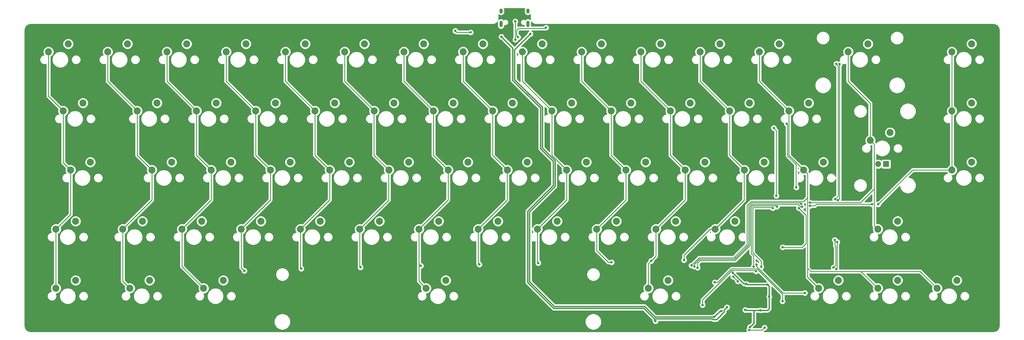
<source format=gtl>
G04 #@! TF.GenerationSoftware,KiCad,Pcbnew,(5.1.9)-1*
G04 #@! TF.CreationDate,2021-03-25T17:13:50+01:00*
G04 #@! TF.ProjectId,rabbitholev1,72616262-6974-4686-9f6c-6576312e6b69,rev?*
G04 #@! TF.SameCoordinates,Original*
G04 #@! TF.FileFunction,Copper,L1,Top*
G04 #@! TF.FilePolarity,Positive*
%FSLAX46Y46*%
G04 Gerber Fmt 4.6, Leading zero omitted, Abs format (unit mm)*
G04 Created by KiCad (PCBNEW (5.1.9)-1) date 2021-03-25 17:13:50*
%MOMM*%
%LPD*%
G01*
G04 APERTURE LIST*
G04 #@! TA.AperFunction,ComponentPad*
%ADD10C,2.250000*%
G04 #@! TD*
G04 #@! TA.AperFunction,ComponentPad*
%ADD11R,1.905000X1.905000*%
G04 #@! TD*
G04 #@! TA.AperFunction,ComponentPad*
%ADD12C,1.905000*%
G04 #@! TD*
G04 #@! TA.AperFunction,ComponentPad*
%ADD13O,1.000000X2.100000*%
G04 #@! TD*
G04 #@! TA.AperFunction,ComponentPad*
%ADD14O,1.000000X1.600000*%
G04 #@! TD*
G04 #@! TA.AperFunction,ViaPad*
%ADD15C,0.800000*%
G04 #@! TD*
G04 #@! TA.AperFunction,Conductor*
%ADD16C,0.254000*%
G04 #@! TD*
G04 #@! TA.AperFunction,Conductor*
%ADD17C,0.381000*%
G04 #@! TD*
G04 #@! TA.AperFunction,Conductor*
%ADD18C,0.250000*%
G04 #@! TD*
G04 #@! TA.AperFunction,NonConductor*
%ADD19C,0.254000*%
G04 #@! TD*
G04 #@! TA.AperFunction,NonConductor*
%ADD20C,0.100000*%
G04 #@! TD*
G04 APERTURE END LIST*
D10*
G04 #@! TO.P,MX17,2*
G04 #@! TO.N,Net-(D17-Pad2)*
X40640000Y-150495000D03*
G04 #@! TO.P,MX17,1*
G04 #@! TO.N,col1*
X34290000Y-153035000D03*
G04 #@! TD*
G04 #@! TO.P,MX18,2*
G04 #@! TO.N,Net-(D18-Pad2)*
X59690000Y-150495000D03*
G04 #@! TO.P,MX18,1*
G04 #@! TO.N,col2*
X53340000Y-153035000D03*
G04 #@! TD*
G04 #@! TO.P,MX16,2*
G04 #@! TO.N,Net-(D16-Pad2)*
X16811769Y-150495000D03*
G04 #@! TO.P,MX16,1*
G04 #@! TO.N,col0*
X10461769Y-153035000D03*
G04 #@! TD*
G04 #@! TO.P,MX66,2*
G04 #@! TO.N,Net-(D66-Pad2)*
X297815000Y-207645000D03*
G04 #@! TO.P,MX66,1*
G04 #@! TO.N,col12*
X291465000Y-210185000D03*
G04 #@! TD*
G04 #@! TO.P,MX65,2*
G04 #@! TO.N,Net-(D65-Pad2)*
X278765000Y-207645000D03*
G04 #@! TO.P,MX65,1*
G04 #@! TO.N,col12*
X272415000Y-210185000D03*
G04 #@! TD*
G04 #@! TO.P,MX64,2*
G04 #@! TO.N,Net-(D64-Pad2)*
X259715000Y-207645000D03*
G04 #@! TO.P,MX64,1*
G04 #@! TO.N,col12*
X253365000Y-210185000D03*
G04 #@! TD*
G04 #@! TO.P,MX63,2*
G04 #@! TO.N,Net-(D63-Pad2)*
X204978000Y-207645000D03*
G04 #@! TO.P,MX63,1*
G04 #@! TO.N,col10*
X198628000Y-210185000D03*
G04 #@! TD*
G04 #@! TO.P,MX62,2*
G04 #@! TO.N,Net-(D62-Pad2)*
X133477000Y-207645000D03*
G04 #@! TO.P,MX62,1*
G04 #@! TO.N,col6*
X127127000Y-210185000D03*
G04 #@! TD*
G04 #@! TO.P,MX61,2*
G04 #@! TO.N,Net-(D61-Pad2)*
X61976000Y-207645000D03*
G04 #@! TO.P,MX61,1*
G04 #@! TO.N,col2*
X55626000Y-210185000D03*
G04 #@! TD*
G04 #@! TO.P,MX60,2*
G04 #@! TO.N,Net-(D60-Pad2)*
X38227000Y-207645000D03*
G04 #@! TO.P,MX60,1*
G04 #@! TO.N,col1*
X31877000Y-210185000D03*
G04 #@! TD*
G04 #@! TO.P,MX59,2*
G04 #@! TO.N,Net-(D59-Pad2)*
X14478000Y-207645000D03*
G04 #@! TO.P,MX59,1*
G04 #@! TO.N,col0*
X8128000Y-210185000D03*
G04 #@! TD*
G04 #@! TO.P,MX58,2*
G04 #@! TO.N,Net-(D58-Pad2)*
X278765000Y-188595000D03*
G04 #@! TO.P,MX58,1*
G04 #@! TO.N,col13*
X272415000Y-191135000D03*
G04 #@! TD*
G04 #@! TO.P,MX57,2*
G04 #@! TO.N,Net-(D57-Pad2)*
X226441000Y-188595000D03*
G04 #@! TO.P,MX57,1*
G04 #@! TO.N,col11*
X220091000Y-191135000D03*
G04 #@! TD*
G04 #@! TO.P,MX56,2*
G04 #@! TO.N,Net-(D56-Pad2)*
X207391000Y-188595000D03*
G04 #@! TO.P,MX56,1*
G04 #@! TO.N,col10*
X201041000Y-191135000D03*
G04 #@! TD*
G04 #@! TO.P,MX55,2*
G04 #@! TO.N,Net-(D55-Pad2)*
X188341000Y-188595000D03*
G04 #@! TO.P,MX55,1*
G04 #@! TO.N,col9*
X181991000Y-191135000D03*
G04 #@! TD*
G04 #@! TO.P,MX54,2*
G04 #@! TO.N,Net-(D54-Pad2)*
X169291000Y-188595000D03*
G04 #@! TO.P,MX54,1*
G04 #@! TO.N,col8*
X162941000Y-191135000D03*
G04 #@! TD*
G04 #@! TO.P,MX53,2*
G04 #@! TO.N,Net-(D53-Pad2)*
X150241000Y-188595000D03*
G04 #@! TO.P,MX53,1*
G04 #@! TO.N,col7*
X143891000Y-191135000D03*
G04 #@! TD*
G04 #@! TO.P,MX52,2*
G04 #@! TO.N,Net-(D52-Pad2)*
X131191000Y-188595000D03*
G04 #@! TO.P,MX52,1*
G04 #@! TO.N,col6*
X124841000Y-191135000D03*
G04 #@! TD*
G04 #@! TO.P,MX51,2*
G04 #@! TO.N,Net-(D51-Pad2)*
X112141000Y-188595000D03*
G04 #@! TO.P,MX51,1*
G04 #@! TO.N,col5*
X105791000Y-191135000D03*
G04 #@! TD*
G04 #@! TO.P,MX50,2*
G04 #@! TO.N,Net-(D50-Pad2)*
X93091000Y-188595000D03*
G04 #@! TO.P,MX50,1*
G04 #@! TO.N,col4*
X86741000Y-191135000D03*
G04 #@! TD*
G04 #@! TO.P,MX49,2*
G04 #@! TO.N,Net-(D49-Pad2)*
X74041000Y-188595000D03*
G04 #@! TO.P,MX49,1*
G04 #@! TO.N,col3*
X67691000Y-191135000D03*
G04 #@! TD*
G04 #@! TO.P,MX48,2*
G04 #@! TO.N,Net-(D48-Pad2)*
X54991000Y-188595000D03*
G04 #@! TO.P,MX48,1*
G04 #@! TO.N,col2*
X48641000Y-191135000D03*
G04 #@! TD*
G04 #@! TO.P,MX47,2*
G04 #@! TO.N,Net-(D47-Pad2)*
X35941000Y-188595000D03*
G04 #@! TO.P,MX47,1*
G04 #@! TO.N,col1*
X29591000Y-191135000D03*
G04 #@! TD*
G04 #@! TO.P,MX46,2*
G04 #@! TO.N,Net-(D46-Pad2)*
X14478000Y-188595000D03*
G04 #@! TO.P,MX46,1*
G04 #@! TO.N,col0*
X8128000Y-191135000D03*
G04 #@! TD*
G04 #@! TO.P,MX44,2*
G04 #@! TO.N,Net-(D44-Pad2)*
X302577500Y-169545000D03*
G04 #@! TO.P,MX44,1*
G04 #@! TO.N,col14*
X296227500Y-172085000D03*
G04 #@! TD*
G04 #@! TO.P,MX43,2*
G04 #@! TO.N,Net-(D43-Pad2)*
X254889000Y-169545000D03*
G04 #@! TO.P,MX43,1*
G04 #@! TO.N,col12*
X248539000Y-172085000D03*
G04 #@! TD*
G04 #@! TO.P,MX42,2*
G04 #@! TO.N,Net-(D42-Pad2)*
X235839000Y-169545000D03*
G04 #@! TO.P,MX42,1*
G04 #@! TO.N,col11*
X229489000Y-172085000D03*
G04 #@! TD*
G04 #@! TO.P,MX41,2*
G04 #@! TO.N,Net-(D41-Pad2)*
X216789000Y-169545000D03*
G04 #@! TO.P,MX41,1*
G04 #@! TO.N,col10*
X210439000Y-172085000D03*
G04 #@! TD*
G04 #@! TO.P,MX40,2*
G04 #@! TO.N,Net-(D40-Pad2)*
X197739000Y-169545000D03*
G04 #@! TO.P,MX40,1*
G04 #@! TO.N,col9*
X191389000Y-172085000D03*
G04 #@! TD*
G04 #@! TO.P,MX39,2*
G04 #@! TO.N,Net-(D39-Pad2)*
X178689000Y-169545000D03*
G04 #@! TO.P,MX39,1*
G04 #@! TO.N,col8*
X172339000Y-172085000D03*
G04 #@! TD*
G04 #@! TO.P,MX38,2*
G04 #@! TO.N,Net-(D38-Pad2)*
X159639000Y-169545000D03*
G04 #@! TO.P,MX38,1*
G04 #@! TO.N,col7*
X153289000Y-172085000D03*
G04 #@! TD*
G04 #@! TO.P,MX37,2*
G04 #@! TO.N,Net-(D37-Pad2)*
X140589000Y-169545000D03*
G04 #@! TO.P,MX37,1*
G04 #@! TO.N,col6*
X134239000Y-172085000D03*
G04 #@! TD*
G04 #@! TO.P,MX36,2*
G04 #@! TO.N,Net-(D36-Pad2)*
X121539000Y-169545000D03*
G04 #@! TO.P,MX36,1*
G04 #@! TO.N,col5*
X115189000Y-172085000D03*
G04 #@! TD*
G04 #@! TO.P,MX35,2*
G04 #@! TO.N,Net-(D35-Pad2)*
X102489000Y-169545000D03*
G04 #@! TO.P,MX35,1*
G04 #@! TO.N,col4*
X96139000Y-172085000D03*
G04 #@! TD*
G04 #@! TO.P,MX34,2*
G04 #@! TO.N,Net-(D34-Pad2)*
X83439000Y-169545000D03*
G04 #@! TO.P,MX34,1*
G04 #@! TO.N,col3*
X77089000Y-172085000D03*
G04 #@! TD*
G04 #@! TO.P,MX33,2*
G04 #@! TO.N,Net-(D33-Pad2)*
X64389000Y-169545000D03*
G04 #@! TO.P,MX33,1*
G04 #@! TO.N,col2*
X58039000Y-172085000D03*
G04 #@! TD*
G04 #@! TO.P,MX32,2*
G04 #@! TO.N,Net-(D32-Pad2)*
X45339000Y-169545000D03*
G04 #@! TO.P,MX32,1*
G04 #@! TO.N,col1*
X38989000Y-172085000D03*
G04 #@! TD*
G04 #@! TO.P,MX31,2*
G04 #@! TO.N,Net-(D31-Pad2)*
X19177000Y-169545000D03*
G04 #@! TO.P,MX31,1*
G04 #@! TO.N,col0*
X12827000Y-172085000D03*
G04 #@! TD*
G04 #@! TO.P,MX30,2*
G04 #@! TO.N,Net-(D30-Pad2)*
X302577500Y-150495000D03*
G04 #@! TO.P,MX30,1*
G04 #@! TO.N,col14*
X296227500Y-153035000D03*
G04 #@! TD*
G04 #@! TO.P,MX28,2*
G04 #@! TO.N,Net-(D28-Pad2)*
X250190000Y-150495000D03*
G04 #@! TO.P,MX28,1*
G04 #@! TO.N,col12*
X243840000Y-153035000D03*
G04 #@! TD*
G04 #@! TO.P,MX27,2*
G04 #@! TO.N,Net-(D27-Pad2)*
X231140000Y-150495000D03*
G04 #@! TO.P,MX27,1*
G04 #@! TO.N,col11*
X224790000Y-153035000D03*
G04 #@! TD*
G04 #@! TO.P,MX26,2*
G04 #@! TO.N,Net-(D26-Pad2)*
X212090000Y-150495000D03*
G04 #@! TO.P,MX26,1*
G04 #@! TO.N,col10*
X205740000Y-153035000D03*
G04 #@! TD*
G04 #@! TO.P,MX25,2*
G04 #@! TO.N,Net-(D25-Pad2)*
X193040000Y-150495000D03*
G04 #@! TO.P,MX25,1*
G04 #@! TO.N,col9*
X186690000Y-153035000D03*
G04 #@! TD*
G04 #@! TO.P,MX24,2*
G04 #@! TO.N,Net-(D24-Pad2)*
X173990000Y-150495000D03*
G04 #@! TO.P,MX24,1*
G04 #@! TO.N,col8*
X167640000Y-153035000D03*
G04 #@! TD*
G04 #@! TO.P,MX23,2*
G04 #@! TO.N,Net-(D23-Pad2)*
X154940000Y-150495000D03*
G04 #@! TO.P,MX23,1*
G04 #@! TO.N,col7*
X148590000Y-153035000D03*
G04 #@! TD*
G04 #@! TO.P,MX22,2*
G04 #@! TO.N,Net-(D22-Pad2)*
X135890000Y-150495000D03*
G04 #@! TO.P,MX22,1*
G04 #@! TO.N,col6*
X129540000Y-153035000D03*
G04 #@! TD*
G04 #@! TO.P,MX21,2*
G04 #@! TO.N,Net-(D21-Pad2)*
X116840000Y-150495000D03*
G04 #@! TO.P,MX21,1*
G04 #@! TO.N,col5*
X110490000Y-153035000D03*
G04 #@! TD*
G04 #@! TO.P,MX20,2*
G04 #@! TO.N,Net-(D20-Pad2)*
X97790000Y-150495000D03*
G04 #@! TO.P,MX20,1*
G04 #@! TO.N,col4*
X91440000Y-153035000D03*
G04 #@! TD*
G04 #@! TO.P,MX19,2*
G04 #@! TO.N,Net-(D19-Pad2)*
X78740000Y-150495000D03*
G04 #@! TO.P,MX19,1*
G04 #@! TO.N,col3*
X72390000Y-153035000D03*
G04 #@! TD*
G04 #@! TO.P,MX15,2*
G04 #@! TO.N,Net-(D15-Pad2)*
X302577500Y-131445000D03*
G04 #@! TO.P,MX15,1*
G04 #@! TO.N,col14*
X296227500Y-133985000D03*
G04 #@! TD*
G04 #@! TO.P,MX14,2*
G04 #@! TO.N,Net-(D14-Pad2)*
X269240000Y-131445000D03*
G04 #@! TO.P,MX14,1*
G04 #@! TO.N,col13*
X262890000Y-133985000D03*
G04 #@! TD*
G04 #@! TO.P,MX13,2*
G04 #@! TO.N,Net-(D13-Pad2)*
X240665000Y-131445000D03*
G04 #@! TO.P,MX13,1*
G04 #@! TO.N,col12*
X234315000Y-133985000D03*
G04 #@! TD*
G04 #@! TO.P,MX12,2*
G04 #@! TO.N,Net-(D12-Pad2)*
X221615000Y-131445000D03*
G04 #@! TO.P,MX12,1*
G04 #@! TO.N,col11*
X215265000Y-133985000D03*
G04 #@! TD*
G04 #@! TO.P,MX11,2*
G04 #@! TO.N,Net-(D11-Pad2)*
X202565000Y-131445000D03*
G04 #@! TO.P,MX11,1*
G04 #@! TO.N,col10*
X196215000Y-133985000D03*
G04 #@! TD*
G04 #@! TO.P,MX10,2*
G04 #@! TO.N,Net-(D10-Pad2)*
X183515000Y-131445000D03*
G04 #@! TO.P,MX10,1*
G04 #@! TO.N,col9*
X177165000Y-133985000D03*
G04 #@! TD*
G04 #@! TO.P,MX9,2*
G04 #@! TO.N,Net-(D9-Pad2)*
X164465000Y-131445000D03*
G04 #@! TO.P,MX9,1*
G04 #@! TO.N,col8*
X158115000Y-133985000D03*
G04 #@! TD*
G04 #@! TO.P,MX8,2*
G04 #@! TO.N,Net-(D8-Pad2)*
X145415000Y-131445000D03*
G04 #@! TO.P,MX8,1*
G04 #@! TO.N,col7*
X139065000Y-133985000D03*
G04 #@! TD*
G04 #@! TO.P,MX7,2*
G04 #@! TO.N,Net-(D7-Pad2)*
X126365000Y-131445000D03*
G04 #@! TO.P,MX7,1*
G04 #@! TO.N,col6*
X120015000Y-133985000D03*
G04 #@! TD*
G04 #@! TO.P,MX6,2*
G04 #@! TO.N,Net-(D6-Pad2)*
X107315000Y-131445000D03*
G04 #@! TO.P,MX6,1*
G04 #@! TO.N,col5*
X100965000Y-133985000D03*
G04 #@! TD*
G04 #@! TO.P,MX5,2*
G04 #@! TO.N,Net-(D5-Pad2)*
X88265000Y-131445000D03*
G04 #@! TO.P,MX5,1*
G04 #@! TO.N,col4*
X81915000Y-133985000D03*
G04 #@! TD*
G04 #@! TO.P,MX4,2*
G04 #@! TO.N,Net-(D4-Pad2)*
X69215000Y-131445000D03*
G04 #@! TO.P,MX4,1*
G04 #@! TO.N,col3*
X62865000Y-133985000D03*
G04 #@! TD*
G04 #@! TO.P,MX3,2*
G04 #@! TO.N,Net-(D3-Pad2)*
X50165000Y-131445000D03*
G04 #@! TO.P,MX3,1*
G04 #@! TO.N,col2*
X43815000Y-133985000D03*
G04 #@! TD*
G04 #@! TO.P,MX2,2*
G04 #@! TO.N,Net-(D2-Pad2)*
X31115000Y-131445000D03*
G04 #@! TO.P,MX2,1*
G04 #@! TO.N,col1*
X24765000Y-133985000D03*
G04 #@! TD*
G04 #@! TO.P,MX1,2*
G04 #@! TO.N,Net-(D1-Pad2)*
X12065000Y-131445000D03*
G04 #@! TO.P,MX1,1*
G04 #@! TO.N,col0*
X5715000Y-133985000D03*
G04 #@! TD*
D11*
G04 #@! TO.P,MX29,4*
G04 #@! TO.N,N/C*
X275082000Y-170180000D03*
D12*
G04 #@! TO.P,MX29,3*
X272542000Y-170180000D03*
D10*
G04 #@! TO.P,MX29,1*
G04 #@! TO.N,col13*
X270002000Y-162560000D03*
G04 #@! TO.P,MX29,2*
G04 #@! TO.N,Net-(D29-Pad2)*
X276352000Y-160020000D03*
G04 #@! TD*
D13*
G04 #@! TO.P,USB1,13*
G04 #@! TO.N,GND*
X151255000Y-125017000D03*
X159895000Y-125017000D03*
D14*
X151255000Y-120837000D03*
X159895000Y-120837000D03*
G04 #@! TD*
D15*
G04 #@! TO.N,VCC*
X141478000Y-127731000D03*
X136525000Y-127254000D03*
G04 #@! TO.N,+5V*
X151384000Y-129159000D03*
X223901000Y-216316000D03*
X200914000Y-220789500D03*
G04 #@! TO.N,GND*
X230124000Y-208788000D03*
X236982000Y-209042000D03*
X237490000Y-212852000D03*
X234696000Y-217297000D03*
X225806000Y-205232000D03*
X222123000Y-217551000D03*
X219773500Y-219456000D03*
X231279998Y-222698500D03*
X160690000Y-128206500D03*
X229743000Y-217170000D03*
G04 #@! TO.N,XTAL2*
X231055905Y-223673070D03*
X235996375Y-222877047D03*
G04 #@! TO.N,row0*
X241808000Y-196977000D03*
X247035728Y-184342325D03*
X246189500Y-177668901D03*
X243115000Y-157168901D03*
G04 #@! TO.N,row1*
X238633000Y-184341531D03*
X239777099Y-180403500D03*
X238950500Y-158559500D03*
X234886500Y-203263500D03*
G04 #@! TO.N,row2*
X239966500Y-183887521D03*
X232473500Y-203225490D03*
G04 #@! TO.N,row4*
X216045985Y-215563517D03*
X233235500Y-204724000D03*
X233362500Y-202565000D03*
X248941373Y-211691937D03*
G04 #@! TO.N,Net-(D67-Pad3)*
X155847844Y-130069156D03*
X155829000Y-124206000D03*
G04 #@! TO.N,Net-(D67-Pad2)*
X156718000Y-129286000D03*
X165699440Y-126212600D03*
G04 #@! TO.N,col3*
X68707000Y-204557979D03*
G04 #@! TO.N,col4*
X86995000Y-203870000D03*
G04 #@! TO.N,col5*
X106045000Y-203415990D03*
G04 #@! TO.N,col6*
X125476000Y-202961980D03*
G04 #@! TO.N,col7*
X144272000Y-202507970D03*
G04 #@! TO.N,col8*
X163195000Y-202053960D03*
G04 #@! TO.N,col9*
X186781662Y-201837674D03*
G04 #@! TO.N,col10*
X199517000Y-201379909D03*
G04 #@! TO.N,col11*
X210085462Y-201126366D03*
G04 #@! TO.N,col12*
X212445737Y-202844264D03*
G04 #@! TO.N,col13*
X250571000Y-182626000D03*
X247777000Y-182979501D03*
X213428303Y-203184763D03*
G04 #@! TO.N,col14*
X219964000Y-208270980D03*
X241744500Y-214376000D03*
X272542000Y-183134000D03*
X214436850Y-203551244D03*
X248044075Y-183943179D03*
X270539499Y-183134000D03*
X250571000Y-183626003D03*
G04 #@! TO.N,Net-(R2-Pad1)*
X225913782Y-206457718D03*
X227406032Y-207949968D03*
G04 #@! TO.N,D-*
X259080000Y-137858500D03*
X258162477Y-203486261D03*
X258563513Y-194631442D03*
X258680039Y-181444941D03*
G04 #@! TO.N,D+*
X260096000Y-137985500D03*
X259588000Y-181864000D03*
X259334000Y-195268901D03*
X259016500Y-204006501D03*
G04 #@! TD*
D16*
G04 #@! TO.N,VCC*
X141478000Y-127731000D02*
X137002000Y-127731000D01*
X137002000Y-127731000D02*
X136525000Y-127254000D01*
D17*
G04 #@! TO.N,+5V*
X223012000Y-217205000D02*
X223901000Y-216316000D01*
X223012000Y-217831942D02*
X223012000Y-217205000D01*
X220597441Y-220246501D02*
X223012000Y-217831942D01*
X219394059Y-220246501D02*
X220597441Y-220246501D01*
X219184568Y-220037010D02*
X219394059Y-220246501D01*
X200590696Y-220466196D02*
X200914000Y-220789500D01*
X200590696Y-220037010D02*
X200590696Y-220466196D01*
X200590696Y-220037010D02*
X219184568Y-220037010D01*
X197161696Y-216608010D02*
X200590696Y-220037010D01*
X168106835Y-216608009D02*
X197161696Y-216608010D01*
X159824489Y-208325663D02*
X168106835Y-216608009D01*
X159824490Y-185301838D02*
X159824489Y-208325663D01*
X168008950Y-177117378D02*
X159824490Y-185301838D01*
X168008950Y-169308490D02*
X168008950Y-177117378D01*
X163947491Y-165247031D02*
X168008950Y-169308490D01*
X163947490Y-152132662D02*
X163947491Y-165247031D01*
X154998490Y-143183662D02*
X163947490Y-152132662D01*
X154998489Y-132773489D02*
X154998490Y-143183662D01*
X151384000Y-129159000D02*
X154998489Y-132773489D01*
G04 #@! TO.N,GND*
X230378000Y-209042000D02*
X230124000Y-208788000D01*
X236982000Y-209042000D02*
X230378000Y-209042000D01*
X237490000Y-209550000D02*
X236982000Y-209042000D01*
X237490000Y-212852000D02*
X237490000Y-209550000D01*
X237490000Y-216789000D02*
X237490000Y-212852000D01*
X236982000Y-217297000D02*
X237490000Y-216789000D01*
X234696000Y-217297000D02*
X236982000Y-217297000D01*
X229362000Y-208788000D02*
X230124000Y-208788000D01*
X225806000Y-205232000D02*
X229362000Y-208788000D01*
X221678500Y-217551000D02*
X219773500Y-219456000D01*
X222123000Y-217551000D02*
X221678500Y-217551000D01*
X232537000Y-221441498D02*
X231279998Y-222698500D01*
X232537000Y-217297000D02*
X232537000Y-221441498D01*
X230251000Y-217297000D02*
X232537000Y-217297000D01*
X232537000Y-217297000D02*
X234696000Y-217297000D01*
X229870000Y-217297000D02*
X229743000Y-217170000D01*
X230251000Y-217297000D02*
X229870000Y-217297000D01*
X200831358Y-219456000D02*
X219773500Y-219456000D01*
X197402358Y-216027000D02*
X200831358Y-219456000D01*
X160405499Y-208085001D02*
X168347498Y-216027000D01*
X168347498Y-216027000D02*
X197402358Y-216027000D01*
X160405499Y-185542501D02*
X160405499Y-208085001D01*
X168589960Y-177358040D02*
X160405499Y-185542501D01*
X168589960Y-169067828D02*
X168589960Y-177358040D01*
X164528500Y-165006368D02*
X168589960Y-169067828D01*
X164528500Y-151892000D02*
X164528500Y-165006368D01*
X155579499Y-142942999D02*
X164528500Y-151892000D01*
X155579499Y-133317001D02*
X155579499Y-142942999D01*
X160690000Y-128206500D02*
X155579499Y-133317001D01*
D16*
G04 #@! TO.N,XTAL2*
X235200352Y-223673070D02*
X235996375Y-222877047D01*
X231055905Y-223673070D02*
X235200352Y-223673070D01*
G04 #@! TO.N,row0*
X241808000Y-196977000D02*
X248031000Y-196977000D01*
X248158000Y-196977000D02*
X249349489Y-195785511D01*
X248031000Y-196977000D02*
X248158000Y-196977000D01*
X249349489Y-186656086D02*
X247035728Y-184342325D01*
X249349489Y-195785511D02*
X249349489Y-186656086D01*
X246066999Y-177546400D02*
X246066999Y-170252237D01*
X246189500Y-177668901D02*
X246066999Y-177546400D01*
X246066999Y-170252237D02*
X243387990Y-167573228D01*
X243387990Y-157441891D02*
X243115000Y-157168901D01*
X243387990Y-167573228D02*
X243387990Y-157441891D01*
G04 #@! TO.N,row1*
X239777099Y-180403500D02*
X239777099Y-161100599D01*
X239777099Y-161100599D02*
X239776000Y-161099500D01*
X239776000Y-159385000D02*
X238950500Y-158559500D01*
X239776000Y-161099500D02*
X239776000Y-159385000D01*
X234886500Y-201485500D02*
X234886500Y-203263500D01*
X232194040Y-198793040D02*
X234886500Y-201485500D01*
X232194040Y-184365960D02*
X232194040Y-198793040D01*
X232491459Y-184068541D02*
X232194040Y-184365960D01*
X238360010Y-184068541D02*
X232491459Y-184068541D01*
X238633000Y-184341531D02*
X238360010Y-184068541D01*
G04 #@! TO.N,row2*
X232473500Y-199714567D02*
X232473500Y-203225490D01*
X231740030Y-184142668D02*
X231740030Y-198981097D01*
X232268167Y-183614531D02*
X231740030Y-184142668D01*
X231740030Y-198981097D02*
X232473500Y-199714567D01*
X239693510Y-183614531D02*
X232268167Y-183614531D01*
X239966500Y-183887521D02*
X239693510Y-183614531D01*
G04 #@! TO.N,row4*
X216045985Y-213916053D02*
X225555538Y-204406500D01*
X216045985Y-215563517D02*
X216045985Y-213916053D01*
X225555538Y-204406500D02*
X229679500Y-204406500D01*
X232918000Y-204406500D02*
X233235500Y-204724000D01*
X229679500Y-204406500D02*
X232918000Y-204406500D01*
X233362500Y-203132972D02*
X233362500Y-202565000D01*
X241921465Y-211691937D02*
X233362500Y-203132972D01*
X248941373Y-211691937D02*
X241921465Y-211691937D01*
G04 #@! TO.N,Net-(D67-Pad3)*
X155847844Y-130069156D02*
X155847844Y-124351844D01*
X155829000Y-124333000D02*
X155829000Y-124206000D01*
X155847844Y-124351844D02*
X155829000Y-124333000D01*
G04 #@! TO.N,Net-(D67-Pad2)*
X156718000Y-129286000D02*
X156301854Y-128869854D01*
X156301854Y-128869854D02*
X156301854Y-127035146D01*
X156301854Y-127035146D02*
X156845000Y-126492000D01*
X156845000Y-126492000D02*
X161798000Y-126492000D01*
X165420040Y-126492000D02*
X165699440Y-126212600D01*
X161798000Y-126492000D02*
X165420040Y-126492000D01*
D18*
G04 #@! TO.N,col0*
X10461769Y-169719769D02*
X12827000Y-172085000D01*
X10461769Y-153035000D02*
X10461769Y-169719769D01*
X12827000Y-186436000D02*
X8128000Y-191135000D01*
X12827000Y-172085000D02*
X12827000Y-186436000D01*
X8128000Y-191135000D02*
X8128000Y-210185000D01*
D16*
X5715000Y-148288231D02*
X10461769Y-153035000D01*
X5715000Y-133985000D02*
X5715000Y-148288231D01*
D18*
G04 #@! TO.N,col1*
X29591000Y-207899000D02*
X31877000Y-210185000D01*
X29591000Y-191135000D02*
X29591000Y-207899000D01*
D16*
X24765000Y-143510000D02*
X34290000Y-153035000D01*
X24765000Y-133985000D02*
X24765000Y-143510000D01*
X34290000Y-167386000D02*
X38989000Y-172085000D01*
X34290000Y-153035000D02*
X34290000Y-167386000D01*
X38989000Y-181737000D02*
X29591000Y-191135000D01*
X38989000Y-172085000D02*
X38989000Y-181737000D01*
D18*
G04 #@! TO.N,col2*
X58039000Y-181737000D02*
X48641000Y-191135000D01*
X58039000Y-172085000D02*
X58039000Y-181737000D01*
D16*
X43815000Y-143510000D02*
X53340000Y-153035000D01*
X43815000Y-133985000D02*
X43815000Y-143510000D01*
X53340000Y-167386000D02*
X58039000Y-172085000D01*
X53340000Y-153035000D02*
X53340000Y-167386000D01*
X48641000Y-203200000D02*
X55626000Y-210185000D01*
X48641000Y-191135000D02*
X48641000Y-203200000D01*
D18*
G04 #@! TO.N,col3*
X77089000Y-181737000D02*
X77089000Y-172085000D01*
X67691000Y-191135000D02*
X77089000Y-181737000D01*
D16*
X67691000Y-203541979D02*
X68707000Y-204557979D01*
X67691000Y-191135000D02*
X67691000Y-203541979D01*
X62865000Y-143510000D02*
X72390000Y-153035000D01*
X62865000Y-133985000D02*
X62865000Y-143510000D01*
X72390000Y-167386000D02*
X77089000Y-172085000D01*
X72390000Y-153035000D02*
X72390000Y-167386000D01*
G04 #@! TO.N,col4*
X86741000Y-191135000D02*
X86741000Y-203743000D01*
X86868000Y-203743000D02*
X86995000Y-203870000D01*
X86741000Y-203743000D02*
X86868000Y-203743000D01*
X81915000Y-143510000D02*
X91440000Y-153035000D01*
X81915000Y-133985000D02*
X81915000Y-143510000D01*
X91440000Y-167386000D02*
X96139000Y-172085000D01*
X91440000Y-153035000D02*
X91440000Y-167386000D01*
X96139000Y-181737000D02*
X86741000Y-191135000D01*
X96139000Y-172085000D02*
X96139000Y-181737000D01*
D18*
G04 #@! TO.N,col5*
X115119001Y-172154999D02*
X115189000Y-172085000D01*
X115119001Y-181806999D02*
X115119001Y-172154999D01*
X105791000Y-191135000D02*
X115119001Y-181806999D01*
X110420001Y-153104999D02*
X110490000Y-153035000D01*
X110420001Y-167316001D02*
X110420001Y-153104999D01*
X115189000Y-172085000D02*
X110420001Y-167316001D01*
X100965000Y-143510000D02*
X110490000Y-153035000D01*
X100965000Y-133985000D02*
X100965000Y-143510000D01*
D16*
X105791000Y-203161990D02*
X106045000Y-203415990D01*
X105791000Y-191135000D02*
X105791000Y-203161990D01*
D18*
G04 #@! TO.N,col6*
X134239000Y-181737000D02*
X124841000Y-191135000D01*
X134239000Y-172085000D02*
X134239000Y-181737000D01*
X124841000Y-207899000D02*
X127127000Y-210185000D01*
X120015000Y-143510000D02*
X129540000Y-153035000D01*
X120015000Y-133985000D02*
X120015000Y-143510000D01*
D16*
X124841000Y-202326980D02*
X125476000Y-202961980D01*
X124841000Y-202057000D02*
X124841000Y-202326980D01*
D18*
X124841000Y-191135000D02*
X124841000Y-202057000D01*
X124841000Y-202057000D02*
X124841000Y-207899000D01*
D16*
X129540000Y-167386000D02*
X134239000Y-172085000D01*
X129540000Y-153035000D02*
X129540000Y-167386000D01*
D18*
G04 #@! TO.N,col7*
X153219001Y-172154999D02*
X153289000Y-172085000D01*
X153219001Y-181806999D02*
X153219001Y-172154999D01*
X143891000Y-191135000D02*
X153219001Y-181806999D01*
X139065000Y-143510000D02*
X148590000Y-153035000D01*
X139065000Y-133985000D02*
X139065000Y-143510000D01*
D16*
X143891000Y-202126970D02*
X144272000Y-202507970D01*
X143891000Y-191135000D02*
X143891000Y-202126970D01*
X148590000Y-167386000D02*
X153289000Y-172085000D01*
X148590000Y-153035000D02*
X148590000Y-167386000D01*
G04 #@! TO.N,col8*
X162941000Y-201799960D02*
X163195000Y-202053960D01*
X162941000Y-191135000D02*
X162941000Y-201799960D01*
X158115000Y-143510000D02*
X167640000Y-153035000D01*
X158115000Y-133985000D02*
X158115000Y-143510000D01*
X167640000Y-167386000D02*
X172339000Y-172085000D01*
X167640000Y-153035000D02*
X167640000Y-167386000D01*
X172339000Y-181737000D02*
X162941000Y-191135000D01*
X172339000Y-172085000D02*
X172339000Y-181737000D01*
D18*
G04 #@! TO.N,col9*
X191389000Y-181737000D02*
X191389000Y-172085000D01*
X181991000Y-191135000D02*
X191389000Y-181737000D01*
D16*
X185720012Y-201837674D02*
X186781662Y-201837674D01*
X181991000Y-198108662D02*
X185720012Y-201837674D01*
X181991000Y-191135000D02*
X181991000Y-198108662D01*
X177165000Y-143510000D02*
X186690000Y-153035000D01*
X177165000Y-133985000D02*
X177165000Y-143510000D01*
X186690000Y-167386000D02*
X191389000Y-172085000D01*
X186690000Y-153035000D02*
X186690000Y-167386000D01*
D18*
G04 #@! TO.N,col10*
X205740000Y-167386000D02*
X210439000Y-172085000D01*
X205740000Y-153035000D02*
X205740000Y-167386000D01*
X210439000Y-181737000D02*
X201041000Y-191135000D01*
X210439000Y-172085000D02*
X210439000Y-181737000D01*
D16*
X196215000Y-143510000D02*
X205740000Y-153035000D01*
X196215000Y-133985000D02*
X196215000Y-143510000D01*
X201041000Y-199855909D02*
X199517000Y-201379909D01*
X201041000Y-191135000D02*
X201041000Y-199855909D01*
X198628000Y-202268909D02*
X199517000Y-201379909D01*
X198628000Y-210185000D02*
X198628000Y-202268909D01*
D18*
G04 #@! TO.N,col11*
X229419001Y-172154999D02*
X229489000Y-172085000D01*
X229419001Y-181806999D02*
X229419001Y-172154999D01*
X220091000Y-191135000D02*
X229419001Y-181806999D01*
X224790000Y-167386000D02*
X229489000Y-172085000D01*
X224790000Y-153035000D02*
X224790000Y-167386000D01*
D16*
X210085462Y-199549548D02*
X210085462Y-201126366D01*
X218500010Y-191135000D02*
X210085462Y-199549548D01*
X220091000Y-191135000D02*
X218500010Y-191135000D01*
X215265000Y-143510000D02*
X224790000Y-153035000D01*
X215265000Y-133985000D02*
X215265000Y-143510000D01*
D18*
G04 #@! TO.N,col12*
X243840000Y-167386000D02*
X248539000Y-172085000D01*
X243840000Y-153035000D02*
X243840000Y-167386000D01*
X249801499Y-173347499D02*
X248539000Y-172085000D01*
X253365000Y-210185000D02*
X249801499Y-206621499D01*
X266961501Y-204731501D02*
X272415000Y-210185000D01*
X249801499Y-206621499D02*
X249801499Y-204731501D01*
X286011501Y-204731501D02*
X291465000Y-210185000D01*
X266961501Y-204731501D02*
X286011501Y-204731501D01*
X250832501Y-204731501D02*
X249801499Y-203700499D01*
X266961501Y-204731501D02*
X250832501Y-204731501D01*
X249801499Y-204731501D02*
X249801499Y-203700499D01*
X249801499Y-203700499D02*
X249801499Y-182252501D01*
X249801499Y-180982501D02*
X249801499Y-173347499D01*
X249801499Y-182252501D02*
X249801499Y-180982501D01*
D16*
X214947501Y-200342500D02*
X212445737Y-202844264D01*
X226077102Y-200342500D02*
X214947501Y-200342500D01*
X230378000Y-183578500D02*
X230378000Y-196041602D01*
X231703999Y-182252501D02*
X230378000Y-183578500D01*
X248531499Y-182252501D02*
X231703999Y-182252501D01*
X230378000Y-196041602D02*
X226077102Y-200342500D01*
X249801499Y-180982501D02*
X248531499Y-182252501D01*
X234315000Y-143510000D02*
X243840000Y-153035000D01*
X234315000Y-133985000D02*
X234315000Y-143510000D01*
D18*
G04 #@! TO.N,col13*
X271264499Y-163822499D02*
X270002000Y-162560000D01*
X272415000Y-191135000D02*
X271264499Y-189984499D01*
D16*
X271264499Y-178188501D02*
X266827000Y-182626000D01*
X266827000Y-182626000D02*
X250571000Y-182626000D01*
D18*
X271264499Y-189984499D02*
X271264499Y-178188501D01*
X271264499Y-178188501D02*
X271264499Y-163822499D01*
D16*
X213360000Y-203116460D02*
X213428303Y-203184763D01*
X213428303Y-202503764D02*
X213428303Y-203184763D01*
X226265159Y-200796510D02*
X215135557Y-200796510D01*
X230832010Y-196229659D02*
X226265159Y-200796510D01*
X215135557Y-200796510D02*
X213428303Y-202503764D01*
X230832010Y-183766556D02*
X230832010Y-196229659D01*
X231892055Y-182706511D02*
X230832010Y-183766556D01*
X247504010Y-182706511D02*
X231892055Y-182706511D01*
X247777000Y-182979501D02*
X247504010Y-182706511D01*
X262890000Y-133985000D02*
X262890000Y-143469360D01*
X270002000Y-150581360D02*
X270002000Y-162560000D01*
X262890000Y-143469360D02*
X270002000Y-150581360D01*
G04 #@! TO.N,col14*
X233539952Y-203952490D02*
X225367481Y-203952490D01*
X241744500Y-214376000D02*
X241744500Y-212157038D01*
X225367481Y-203952490D02*
X221048991Y-208270980D01*
X221048991Y-208270980D02*
X219964000Y-208270980D01*
X241744500Y-212157038D02*
X233539952Y-203952490D01*
X252164987Y-183626003D02*
X250571000Y-183626003D01*
X270539499Y-183134000D02*
X252656990Y-183134000D01*
X252656990Y-183134000D02*
X252164987Y-183626003D01*
X283591000Y-172085000D02*
X272542000Y-183134000D01*
X283591000Y-172085000D02*
X296227500Y-172085000D01*
X296227500Y-155066038D02*
X296227500Y-153035000D01*
X296227500Y-172085000D02*
X296227500Y-155066038D01*
X296227500Y-153035000D02*
X296227500Y-133985000D01*
X248044075Y-183943179D02*
X247664716Y-183943179D01*
X247664716Y-183943179D02*
X246882058Y-183160521D01*
X246882058Y-183160521D02*
X235308573Y-183160521D01*
X235308573Y-183160521D02*
X235308572Y-183160521D01*
X235308573Y-183160521D02*
X232080111Y-183160521D01*
X226453216Y-201250520D02*
X215323613Y-201250520D01*
X232080111Y-183160521D02*
X231286020Y-183954612D01*
X231286020Y-183954612D02*
X231286020Y-196417716D01*
X231286020Y-196417716D02*
X226453216Y-201250520D01*
X215323613Y-201250520D02*
X214436850Y-202137283D01*
X214436850Y-202137283D02*
X214436850Y-203551244D01*
G04 #@! TO.N,Net-(R2-Pad1)*
X225913782Y-206457718D02*
X227406032Y-207949968D01*
G04 #@! TO.N,D-*
X258162477Y-203486261D02*
X258879990Y-202768748D01*
X258879990Y-202768748D02*
X258879990Y-196786500D01*
X258606999Y-194674928D02*
X258563513Y-194631442D01*
X258606999Y-196513509D02*
X258606999Y-194674928D01*
X258879990Y-196786500D02*
X258606999Y-196513509D01*
X259080000Y-138045462D02*
X259080000Y-137858500D01*
X259641990Y-138607452D02*
X259080000Y-138045462D01*
X259641990Y-180482990D02*
X259641990Y-138607452D01*
X258680039Y-181444941D02*
X259641990Y-180482990D01*
G04 #@! TO.N,D+*
X260096000Y-181356000D02*
X259588000Y-181864000D01*
X260096000Y-137985500D02*
X260096000Y-181356000D01*
X259334000Y-203689001D02*
X259016500Y-204006501D01*
X259334000Y-195268901D02*
X259334000Y-203689001D01*
G04 #@! TD*
D19*
X158841324Y-120100554D02*
X158776423Y-120314502D01*
X158760000Y-120481249D01*
X158760000Y-121192752D01*
X158776423Y-121359499D01*
X158841324Y-121573447D01*
X158946717Y-121770623D01*
X159088552Y-121943449D01*
X159261378Y-122085284D01*
X159458554Y-122190676D01*
X159672502Y-122255577D01*
X159895000Y-122277491D01*
X160117499Y-122255577D01*
X160331447Y-122190676D01*
X160528623Y-122085284D01*
X160630001Y-122002085D01*
X160630001Y-123222419D01*
X160632802Y-123250855D01*
X160632747Y-123258682D01*
X160633646Y-123267853D01*
X160659554Y-123514357D01*
X160671589Y-123572986D01*
X160682792Y-123631716D01*
X160685456Y-123640538D01*
X160688314Y-123649772D01*
X160528623Y-123518716D01*
X160331446Y-123413324D01*
X160117498Y-123348423D01*
X159895000Y-123326509D01*
X159672501Y-123348423D01*
X159458553Y-123413324D01*
X159261377Y-123518716D01*
X159088551Y-123660551D01*
X159041638Y-123717715D01*
X158919731Y-123636259D01*
X158745022Y-123563892D01*
X158559552Y-123527000D01*
X158370448Y-123527000D01*
X158184978Y-123563892D01*
X158010269Y-123636259D01*
X157853036Y-123741319D01*
X157719319Y-123875036D01*
X157614259Y-124032269D01*
X157541892Y-124206978D01*
X157505000Y-124392448D01*
X157505000Y-124581552D01*
X157541892Y-124767022D01*
X157614259Y-124941731D01*
X157719319Y-125098964D01*
X157853036Y-125232681D01*
X158010269Y-125337741D01*
X158184978Y-125410108D01*
X158370448Y-125447000D01*
X158559552Y-125447000D01*
X158745022Y-125410108D01*
X158760000Y-125403904D01*
X158760000Y-125622752D01*
X158770563Y-125730000D01*
X156882422Y-125730000D01*
X156844999Y-125726314D01*
X156807576Y-125730000D01*
X156807574Y-125730000D01*
X156695622Y-125741026D01*
X156609844Y-125767047D01*
X156609844Y-124888867D01*
X156632937Y-124865774D01*
X156746205Y-124696256D01*
X156824226Y-124507898D01*
X156864000Y-124307939D01*
X156864000Y-124104061D01*
X156824226Y-123904102D01*
X156746205Y-123715744D01*
X156632937Y-123546226D01*
X156488774Y-123402063D01*
X156319256Y-123288795D01*
X156130898Y-123210774D01*
X155930939Y-123171000D01*
X155727061Y-123171000D01*
X155527102Y-123210774D01*
X155338744Y-123288795D01*
X155169226Y-123402063D01*
X155025063Y-123546226D01*
X154911795Y-123715744D01*
X154833774Y-123904102D01*
X154794000Y-124104061D01*
X154794000Y-124307939D01*
X154833774Y-124507898D01*
X154911795Y-124696256D01*
X155025063Y-124865774D01*
X155085845Y-124926556D01*
X155085844Y-129367445D01*
X155043907Y-129409382D01*
X154930639Y-129578900D01*
X154852618Y-129767258D01*
X154812844Y-129967217D01*
X154812844Y-130171095D01*
X154852618Y-130371054D01*
X154930639Y-130559412D01*
X155043907Y-130728930D01*
X155188070Y-130873093D01*
X155357588Y-130986361D01*
X155545946Y-131064382D01*
X155745905Y-131104156D01*
X155949783Y-131104156D01*
X156149742Y-131064382D01*
X156338100Y-130986361D01*
X156507618Y-130873093D01*
X156651781Y-130728930D01*
X156765049Y-130559412D01*
X156843070Y-130371054D01*
X156854389Y-130314147D01*
X157019898Y-130281226D01*
X157208256Y-130203205D01*
X157377774Y-130089937D01*
X157521937Y-129945774D01*
X157635205Y-129776256D01*
X157713226Y-129587898D01*
X157753000Y-129387939D01*
X157753000Y-129184061D01*
X157713226Y-128984102D01*
X157635205Y-128795744D01*
X157521937Y-128626226D01*
X157377774Y-128482063D01*
X157208256Y-128368795D01*
X157063854Y-128308981D01*
X157063854Y-127350776D01*
X157160631Y-127254000D01*
X160284953Y-127254000D01*
X160199744Y-127289295D01*
X160030226Y-127402563D01*
X159886063Y-127546726D01*
X159772795Y-127716244D01*
X159694774Y-127904602D01*
X159662572Y-128066494D01*
X155561461Y-132167607D01*
X155553533Y-132161100D01*
X152411429Y-129018996D01*
X152379226Y-128857102D01*
X152301205Y-128668744D01*
X152187937Y-128499226D01*
X152043774Y-128355063D01*
X151874256Y-128241795D01*
X151685898Y-128163774D01*
X151485939Y-128124000D01*
X151282061Y-128124000D01*
X151082102Y-128163774D01*
X150893744Y-128241795D01*
X150724226Y-128355063D01*
X150580063Y-128499226D01*
X150466795Y-128668744D01*
X150388774Y-128857102D01*
X150349000Y-129057061D01*
X150349000Y-129260939D01*
X150388774Y-129460898D01*
X150466795Y-129649256D01*
X150580063Y-129818774D01*
X150724226Y-129962937D01*
X150893744Y-130076205D01*
X151082102Y-130154226D01*
X151243996Y-130186429D01*
X154172989Y-133115422D01*
X154172991Y-143143102D01*
X154168996Y-143183662D01*
X154184935Y-143345488D01*
X154232137Y-143501095D01*
X154308791Y-143644504D01*
X154362011Y-143709352D01*
X154411950Y-143770203D01*
X154443451Y-143796055D01*
X163121990Y-152474595D01*
X163121992Y-165206471D01*
X163117997Y-165247031D01*
X163133936Y-165408857D01*
X163181138Y-165564464D01*
X163257792Y-165707873D01*
X163311012Y-165772721D01*
X163360951Y-165833572D01*
X163392452Y-165859424D01*
X167183450Y-169650423D01*
X167183451Y-176775444D01*
X159269451Y-184689445D01*
X159237950Y-184715297D01*
X159212099Y-184746797D01*
X159134791Y-184840996D01*
X159058137Y-184984405D01*
X159010935Y-185140012D01*
X158994996Y-185301838D01*
X158998991Y-185342398D01*
X158998989Y-208285113D01*
X158994995Y-208325663D01*
X158998989Y-208366213D01*
X158998989Y-208366215D01*
X159010933Y-208487488D01*
X159053003Y-208626174D01*
X159058136Y-208643096D01*
X159134790Y-208786505D01*
X159160571Y-208817919D01*
X159237948Y-208912203D01*
X159269449Y-208938055D01*
X167494444Y-217163051D01*
X167520294Y-217194549D01*
X167551790Y-217220397D01*
X167551793Y-217220400D01*
X167645992Y-217297708D01*
X167789401Y-217374362D01*
X167945008Y-217421564D01*
X168106834Y-217437503D01*
X168147395Y-217433508D01*
X196819764Y-217433510D01*
X199765196Y-220378943D01*
X199765196Y-220425646D01*
X199761202Y-220466196D01*
X199765196Y-220506746D01*
X199765196Y-220506749D01*
X199777140Y-220628022D01*
X199824343Y-220783630D01*
X199879000Y-220885885D01*
X199879000Y-220891439D01*
X199918774Y-221091398D01*
X199996795Y-221279756D01*
X200110063Y-221449274D01*
X200254226Y-221593437D01*
X200423744Y-221706705D01*
X200612102Y-221784726D01*
X200812061Y-221824500D01*
X201015939Y-221824500D01*
X201215898Y-221784726D01*
X201404256Y-221706705D01*
X201573774Y-221593437D01*
X201717937Y-221449274D01*
X201831205Y-221279756D01*
X201909226Y-221091398D01*
X201949000Y-220891439D01*
X201949000Y-220862510D01*
X218843425Y-220862510D01*
X218933217Y-220936200D01*
X219076625Y-221012854D01*
X219232233Y-221060057D01*
X219353506Y-221072001D01*
X219353508Y-221072001D01*
X219394058Y-221075995D01*
X219434609Y-221072001D01*
X220556891Y-221072001D01*
X220597441Y-221075995D01*
X220637991Y-221072001D01*
X220637994Y-221072001D01*
X220759267Y-221060057D01*
X220914875Y-221012854D01*
X221058283Y-220936200D01*
X221183982Y-220833042D01*
X221209839Y-220801535D01*
X223567041Y-218444334D01*
X223598541Y-218418483D01*
X223653841Y-218351100D01*
X223701699Y-218292785D01*
X223778353Y-218149376D01*
X223797212Y-218087205D01*
X223825556Y-217993768D01*
X223837500Y-217872495D01*
X223837500Y-217872493D01*
X223841494Y-217831943D01*
X223837500Y-217791392D01*
X223837500Y-217546933D01*
X224041005Y-217343428D01*
X224202898Y-217311226D01*
X224391256Y-217233205D01*
X224560774Y-217119937D01*
X224704937Y-216975774D01*
X224818205Y-216806256D01*
X224896226Y-216617898D01*
X224936000Y-216417939D01*
X224936000Y-216214061D01*
X224896226Y-216014102D01*
X224818205Y-215825744D01*
X224704937Y-215656226D01*
X224560774Y-215512063D01*
X224391256Y-215398795D01*
X224202898Y-215320774D01*
X224002939Y-215281000D01*
X223799061Y-215281000D01*
X223599102Y-215320774D01*
X223410744Y-215398795D01*
X223241226Y-215512063D01*
X223097063Y-215656226D01*
X222983795Y-215825744D01*
X222905774Y-216014102D01*
X222873572Y-216175995D01*
X222473615Y-216575953D01*
X222424898Y-216555774D01*
X222224939Y-216516000D01*
X222021061Y-216516000D01*
X221821102Y-216555774D01*
X221632744Y-216633795D01*
X221463226Y-216747063D01*
X221453760Y-216756529D01*
X221361066Y-216784647D01*
X221217657Y-216861301D01*
X221123458Y-216938608D01*
X221123455Y-216938611D01*
X221091959Y-216964459D01*
X221066111Y-216995955D01*
X219633496Y-218428572D01*
X219471602Y-218460774D01*
X219283244Y-218538795D01*
X219145997Y-218630500D01*
X201173291Y-218630500D01*
X198014756Y-215471966D01*
X197988899Y-215440459D01*
X197863200Y-215337301D01*
X197719792Y-215260647D01*
X197564184Y-215213444D01*
X197442911Y-215201500D01*
X197442908Y-215201500D01*
X197402358Y-215197506D01*
X197361808Y-215201500D01*
X168689432Y-215201500D01*
X161230999Y-207743069D01*
X161230999Y-205527357D01*
X178777900Y-205527357D01*
X178777900Y-205952643D01*
X178860870Y-206369757D01*
X179023619Y-206762670D01*
X179259896Y-207116282D01*
X179560618Y-207417004D01*
X179914230Y-207653281D01*
X180307143Y-207816030D01*
X180724257Y-207899000D01*
X181149543Y-207899000D01*
X181566657Y-207816030D01*
X181959570Y-207653281D01*
X182313182Y-207417004D01*
X182613904Y-207116282D01*
X182850181Y-206762670D01*
X183012930Y-206369757D01*
X183095900Y-205952643D01*
X183095900Y-205527357D01*
X183012930Y-205110243D01*
X182850181Y-204717330D01*
X182613904Y-204363718D01*
X182313182Y-204062996D01*
X181959570Y-203826719D01*
X181566657Y-203663970D01*
X181149543Y-203581000D01*
X180724257Y-203581000D01*
X180307143Y-203663970D01*
X179914230Y-203826719D01*
X179560618Y-204062996D01*
X179259896Y-204363718D01*
X179023619Y-204717330D01*
X178860870Y-205110243D01*
X178777900Y-205527357D01*
X161230999Y-205527357D01*
X161230999Y-195127061D01*
X161522278Y-195185000D01*
X161819722Y-195185000D01*
X162111451Y-195126971D01*
X162179000Y-195098991D01*
X162179001Y-201762527D01*
X162175314Y-201799960D01*
X162180259Y-201850169D01*
X162160000Y-201952021D01*
X162160000Y-202155899D01*
X162199774Y-202355858D01*
X162277795Y-202544216D01*
X162391063Y-202713734D01*
X162535226Y-202857897D01*
X162704744Y-202971165D01*
X162893102Y-203049186D01*
X163093061Y-203088960D01*
X163296939Y-203088960D01*
X163496898Y-203049186D01*
X163685256Y-202971165D01*
X163854774Y-202857897D01*
X163998937Y-202713734D01*
X164112205Y-202544216D01*
X164190226Y-202355858D01*
X164230000Y-202155899D01*
X164230000Y-201952021D01*
X164190226Y-201752062D01*
X164112205Y-201563704D01*
X163998937Y-201394186D01*
X163854774Y-201250023D01*
X163703000Y-201148611D01*
X163703000Y-193416076D01*
X164122100Y-193416076D01*
X164122100Y-193933924D01*
X164223127Y-194441822D01*
X164421299Y-194920251D01*
X164709000Y-195350826D01*
X165075174Y-195717000D01*
X165505749Y-196004701D01*
X165984178Y-196202873D01*
X166492076Y-196303900D01*
X167009924Y-196303900D01*
X167517822Y-196202873D01*
X167996251Y-196004701D01*
X168426826Y-195717000D01*
X168793000Y-195350826D01*
X169080701Y-194920251D01*
X169278873Y-194441822D01*
X169379900Y-193933924D01*
X169379900Y-193526278D01*
X170321000Y-193526278D01*
X170321000Y-193823722D01*
X170379029Y-194115451D01*
X170492856Y-194390253D01*
X170658107Y-194637569D01*
X170868431Y-194847893D01*
X171115747Y-195013144D01*
X171390549Y-195126971D01*
X171682278Y-195185000D01*
X171979722Y-195185000D01*
X172271451Y-195126971D01*
X172546253Y-195013144D01*
X172793569Y-194847893D01*
X173003893Y-194637569D01*
X173169144Y-194390253D01*
X173282971Y-194115451D01*
X173341000Y-193823722D01*
X173341000Y-193526278D01*
X173282971Y-193234549D01*
X173169144Y-192959747D01*
X173003893Y-192712431D01*
X172793569Y-192502107D01*
X172546253Y-192336856D01*
X172271451Y-192223029D01*
X171979722Y-192165000D01*
X171682278Y-192165000D01*
X171390549Y-192223029D01*
X171115747Y-192336856D01*
X170868431Y-192502107D01*
X170658107Y-192712431D01*
X170492856Y-192959747D01*
X170379029Y-193234549D01*
X170321000Y-193526278D01*
X169379900Y-193526278D01*
X169379900Y-193416076D01*
X169278873Y-192908178D01*
X169080701Y-192429749D01*
X168793000Y-191999174D01*
X168426826Y-191633000D01*
X167996251Y-191345299D01*
X167517822Y-191147127D01*
X167009924Y-191046100D01*
X166492076Y-191046100D01*
X165984178Y-191147127D01*
X165505749Y-191345299D01*
X165075174Y-191633000D01*
X164709000Y-191999174D01*
X164421299Y-192429749D01*
X164223127Y-192908178D01*
X164122100Y-193416076D01*
X163703000Y-193416076D01*
X163703000Y-192724380D01*
X163774673Y-192694692D01*
X164062935Y-192502081D01*
X164308081Y-192256935D01*
X164500692Y-191968673D01*
X164633364Y-191648373D01*
X164701000Y-191308345D01*
X164701000Y-190961655D01*
X164633364Y-190621627D01*
X164603676Y-190549954D01*
X166731975Y-188421655D01*
X167531000Y-188421655D01*
X167531000Y-188768345D01*
X167598636Y-189108373D01*
X167731308Y-189428673D01*
X167923919Y-189716935D01*
X168169065Y-189962081D01*
X168457327Y-190154692D01*
X168777627Y-190287364D01*
X169117655Y-190355000D01*
X169464345Y-190355000D01*
X169804373Y-190287364D01*
X170124673Y-190154692D01*
X170412935Y-189962081D01*
X170658081Y-189716935D01*
X170850692Y-189428673D01*
X170983364Y-189108373D01*
X171051000Y-188768345D01*
X171051000Y-188421655D01*
X170983364Y-188081627D01*
X170850692Y-187761327D01*
X170658081Y-187473065D01*
X170412935Y-187227919D01*
X170124673Y-187035308D01*
X169804373Y-186902636D01*
X169464345Y-186835000D01*
X169117655Y-186835000D01*
X168777627Y-186902636D01*
X168457327Y-187035308D01*
X168169065Y-187227919D01*
X167923919Y-187473065D01*
X167731308Y-187761327D01*
X167598636Y-188081627D01*
X167531000Y-188421655D01*
X166731975Y-188421655D01*
X172851352Y-182302279D01*
X172880422Y-182278422D01*
X172975645Y-182162392D01*
X173046402Y-182030015D01*
X173089974Y-181886378D01*
X173101000Y-181774426D01*
X173101000Y-181774424D01*
X173104686Y-181737001D01*
X173101000Y-181699578D01*
X173101000Y-174366076D01*
X173520100Y-174366076D01*
X173520100Y-174883924D01*
X173621127Y-175391822D01*
X173819299Y-175870251D01*
X174107000Y-176300826D01*
X174473174Y-176667000D01*
X174903749Y-176954701D01*
X175382178Y-177152873D01*
X175890076Y-177253900D01*
X176407924Y-177253900D01*
X176915822Y-177152873D01*
X177394251Y-176954701D01*
X177824826Y-176667000D01*
X178191000Y-176300826D01*
X178478701Y-175870251D01*
X178676873Y-175391822D01*
X178777900Y-174883924D01*
X178777900Y-174476278D01*
X179719000Y-174476278D01*
X179719000Y-174773722D01*
X179777029Y-175065451D01*
X179890856Y-175340253D01*
X180056107Y-175587569D01*
X180266431Y-175797893D01*
X180513747Y-175963144D01*
X180788549Y-176076971D01*
X181080278Y-176135000D01*
X181377722Y-176135000D01*
X181669451Y-176076971D01*
X181944253Y-175963144D01*
X182191569Y-175797893D01*
X182401893Y-175587569D01*
X182567144Y-175340253D01*
X182680971Y-175065451D01*
X182739000Y-174773722D01*
X182739000Y-174476278D01*
X182680971Y-174184549D01*
X182567144Y-173909747D01*
X182401893Y-173662431D01*
X182191569Y-173452107D01*
X181944253Y-173286856D01*
X181669451Y-173173029D01*
X181377722Y-173115000D01*
X181080278Y-173115000D01*
X180788549Y-173173029D01*
X180513747Y-173286856D01*
X180266431Y-173452107D01*
X180056107Y-173662431D01*
X179890856Y-173909747D01*
X179777029Y-174184549D01*
X179719000Y-174476278D01*
X178777900Y-174476278D01*
X178777900Y-174366076D01*
X178676873Y-173858178D01*
X178478701Y-173379749D01*
X178191000Y-172949174D01*
X177824826Y-172583000D01*
X177394251Y-172295299D01*
X176915822Y-172097127D01*
X176407924Y-171996100D01*
X175890076Y-171996100D01*
X175382178Y-172097127D01*
X174903749Y-172295299D01*
X174473174Y-172583000D01*
X174107000Y-172949174D01*
X173819299Y-173379749D01*
X173621127Y-173858178D01*
X173520100Y-174366076D01*
X173101000Y-174366076D01*
X173101000Y-173674380D01*
X173172673Y-173644692D01*
X173460935Y-173452081D01*
X173706081Y-173206935D01*
X173898692Y-172918673D01*
X174031364Y-172598373D01*
X174099000Y-172258345D01*
X174099000Y-171911655D01*
X174031364Y-171571627D01*
X173898692Y-171251327D01*
X173706081Y-170963065D01*
X173460935Y-170717919D01*
X173172673Y-170525308D01*
X172852373Y-170392636D01*
X172512345Y-170325000D01*
X172165655Y-170325000D01*
X171825627Y-170392636D01*
X171753954Y-170422324D01*
X170703285Y-169371655D01*
X176929000Y-169371655D01*
X176929000Y-169718345D01*
X176996636Y-170058373D01*
X177129308Y-170378673D01*
X177321919Y-170666935D01*
X177567065Y-170912081D01*
X177855327Y-171104692D01*
X178175627Y-171237364D01*
X178515655Y-171305000D01*
X178862345Y-171305000D01*
X179202373Y-171237364D01*
X179522673Y-171104692D01*
X179810935Y-170912081D01*
X180056081Y-170666935D01*
X180248692Y-170378673D01*
X180381364Y-170058373D01*
X180449000Y-169718345D01*
X180449000Y-169371655D01*
X180381364Y-169031627D01*
X180248692Y-168711327D01*
X180056081Y-168423065D01*
X179810935Y-168177919D01*
X179522673Y-167985308D01*
X179202373Y-167852636D01*
X178862345Y-167785000D01*
X178515655Y-167785000D01*
X178175627Y-167852636D01*
X177855327Y-167985308D01*
X177567065Y-168177919D01*
X177321919Y-168423065D01*
X177129308Y-168711327D01*
X176996636Y-169031627D01*
X176929000Y-169371655D01*
X170703285Y-169371655D01*
X168402000Y-167070370D01*
X168402000Y-155316076D01*
X168821100Y-155316076D01*
X168821100Y-155833924D01*
X168922127Y-156341822D01*
X169120299Y-156820251D01*
X169408000Y-157250826D01*
X169774174Y-157617000D01*
X170204749Y-157904701D01*
X170683178Y-158102873D01*
X171191076Y-158203900D01*
X171708924Y-158203900D01*
X172216822Y-158102873D01*
X172695251Y-157904701D01*
X173125826Y-157617000D01*
X173492000Y-157250826D01*
X173779701Y-156820251D01*
X173977873Y-156341822D01*
X174078900Y-155833924D01*
X174078900Y-155426278D01*
X175020000Y-155426278D01*
X175020000Y-155723722D01*
X175078029Y-156015451D01*
X175191856Y-156290253D01*
X175357107Y-156537569D01*
X175567431Y-156747893D01*
X175814747Y-156913144D01*
X176089549Y-157026971D01*
X176381278Y-157085000D01*
X176678722Y-157085000D01*
X176970451Y-157026971D01*
X177245253Y-156913144D01*
X177492569Y-156747893D01*
X177702893Y-156537569D01*
X177868144Y-156290253D01*
X177981971Y-156015451D01*
X178040000Y-155723722D01*
X178040000Y-155426278D01*
X177981971Y-155134549D01*
X177868144Y-154859747D01*
X177702893Y-154612431D01*
X177492569Y-154402107D01*
X177245253Y-154236856D01*
X176970451Y-154123029D01*
X176678722Y-154065000D01*
X176381278Y-154065000D01*
X176089549Y-154123029D01*
X175814747Y-154236856D01*
X175567431Y-154402107D01*
X175357107Y-154612431D01*
X175191856Y-154859747D01*
X175078029Y-155134549D01*
X175020000Y-155426278D01*
X174078900Y-155426278D01*
X174078900Y-155316076D01*
X173977873Y-154808178D01*
X173779701Y-154329749D01*
X173492000Y-153899174D01*
X173125826Y-153533000D01*
X172695251Y-153245299D01*
X172216822Y-153047127D01*
X171708924Y-152946100D01*
X171191076Y-152946100D01*
X170683178Y-153047127D01*
X170204749Y-153245299D01*
X169774174Y-153533000D01*
X169408000Y-153899174D01*
X169120299Y-154329749D01*
X168922127Y-154808178D01*
X168821100Y-155316076D01*
X168402000Y-155316076D01*
X168402000Y-154624380D01*
X168473673Y-154594692D01*
X168761935Y-154402081D01*
X169007081Y-154156935D01*
X169199692Y-153868673D01*
X169332364Y-153548373D01*
X169400000Y-153208345D01*
X169400000Y-152861655D01*
X169332364Y-152521627D01*
X169199692Y-152201327D01*
X169007081Y-151913065D01*
X168761935Y-151667919D01*
X168473673Y-151475308D01*
X168153373Y-151342636D01*
X167813345Y-151275000D01*
X167466655Y-151275000D01*
X167126627Y-151342636D01*
X167054954Y-151372324D01*
X166004285Y-150321655D01*
X172230000Y-150321655D01*
X172230000Y-150668345D01*
X172297636Y-151008373D01*
X172430308Y-151328673D01*
X172622919Y-151616935D01*
X172868065Y-151862081D01*
X173156327Y-152054692D01*
X173476627Y-152187364D01*
X173816655Y-152255000D01*
X174163345Y-152255000D01*
X174503373Y-152187364D01*
X174823673Y-152054692D01*
X175111935Y-151862081D01*
X175357081Y-151616935D01*
X175549692Y-151328673D01*
X175682364Y-151008373D01*
X175750000Y-150668345D01*
X175750000Y-150321655D01*
X175682364Y-149981627D01*
X175549692Y-149661327D01*
X175357081Y-149373065D01*
X175111935Y-149127919D01*
X174823673Y-148935308D01*
X174503373Y-148802636D01*
X174163345Y-148735000D01*
X173816655Y-148735000D01*
X173476627Y-148802636D01*
X173156327Y-148935308D01*
X172868065Y-149127919D01*
X172622919Y-149373065D01*
X172430308Y-149661327D01*
X172297636Y-149981627D01*
X172230000Y-150321655D01*
X166004285Y-150321655D01*
X158877000Y-143194370D01*
X158877000Y-136266076D01*
X159296100Y-136266076D01*
X159296100Y-136783924D01*
X159397127Y-137291822D01*
X159595299Y-137770251D01*
X159883000Y-138200826D01*
X160249174Y-138567000D01*
X160679749Y-138854701D01*
X161158178Y-139052873D01*
X161666076Y-139153900D01*
X162183924Y-139153900D01*
X162691822Y-139052873D01*
X163170251Y-138854701D01*
X163600826Y-138567000D01*
X163967000Y-138200826D01*
X164254701Y-137770251D01*
X164452873Y-137291822D01*
X164553900Y-136783924D01*
X164553900Y-136376278D01*
X165495000Y-136376278D01*
X165495000Y-136673722D01*
X165553029Y-136965451D01*
X165666856Y-137240253D01*
X165832107Y-137487569D01*
X166042431Y-137697893D01*
X166289747Y-137863144D01*
X166564549Y-137976971D01*
X166856278Y-138035000D01*
X167153722Y-138035000D01*
X167445451Y-137976971D01*
X167720253Y-137863144D01*
X167967569Y-137697893D01*
X168177893Y-137487569D01*
X168343144Y-137240253D01*
X168456971Y-136965451D01*
X168515000Y-136673722D01*
X168515000Y-136376278D01*
X174385000Y-136376278D01*
X174385000Y-136673722D01*
X174443029Y-136965451D01*
X174556856Y-137240253D01*
X174722107Y-137487569D01*
X174932431Y-137697893D01*
X175179747Y-137863144D01*
X175454549Y-137976971D01*
X175746278Y-138035000D01*
X176043722Y-138035000D01*
X176335451Y-137976971D01*
X176403000Y-137948991D01*
X176403001Y-143472567D01*
X176399314Y-143510000D01*
X176414027Y-143659378D01*
X176457599Y-143803015D01*
X176528355Y-143935392D01*
X176592174Y-144013155D01*
X176623579Y-144051422D01*
X176652649Y-144075279D01*
X185027324Y-152449954D01*
X184997636Y-152521627D01*
X184930000Y-152861655D01*
X184930000Y-153208345D01*
X184997636Y-153548373D01*
X185130308Y-153868673D01*
X185262638Y-154066719D01*
X184979549Y-154123029D01*
X184704747Y-154236856D01*
X184457431Y-154402107D01*
X184247107Y-154612431D01*
X184081856Y-154859747D01*
X183968029Y-155134549D01*
X183910000Y-155426278D01*
X183910000Y-155723722D01*
X183968029Y-156015451D01*
X184081856Y-156290253D01*
X184247107Y-156537569D01*
X184457431Y-156747893D01*
X184704747Y-156913144D01*
X184979549Y-157026971D01*
X185271278Y-157085000D01*
X185568722Y-157085000D01*
X185860451Y-157026971D01*
X185928000Y-156998991D01*
X185928001Y-167348567D01*
X185924314Y-167386000D01*
X185939027Y-167535378D01*
X185982599Y-167679015D01*
X186053355Y-167811392D01*
X186123614Y-167897002D01*
X186148579Y-167927422D01*
X186177649Y-167951279D01*
X189726324Y-171499954D01*
X189696636Y-171571627D01*
X189629000Y-171911655D01*
X189629000Y-172258345D01*
X189696636Y-172598373D01*
X189829308Y-172918673D01*
X189961638Y-173116719D01*
X189678549Y-173173029D01*
X189403747Y-173286856D01*
X189156431Y-173452107D01*
X188946107Y-173662431D01*
X188780856Y-173909747D01*
X188667029Y-174184549D01*
X188609000Y-174476278D01*
X188609000Y-174773722D01*
X188667029Y-175065451D01*
X188780856Y-175340253D01*
X188946107Y-175587569D01*
X189156431Y-175797893D01*
X189403747Y-175963144D01*
X189678549Y-176076971D01*
X189970278Y-176135000D01*
X190267722Y-176135000D01*
X190559451Y-176076971D01*
X190629001Y-176048163D01*
X190629000Y-181422198D01*
X182578046Y-189473152D01*
X182504373Y-189442636D01*
X182164345Y-189375000D01*
X181817655Y-189375000D01*
X181477627Y-189442636D01*
X181157327Y-189575308D01*
X180869065Y-189767919D01*
X180623919Y-190013065D01*
X180431308Y-190301327D01*
X180298636Y-190621627D01*
X180231000Y-190961655D01*
X180231000Y-191308345D01*
X180298636Y-191648373D01*
X180431308Y-191968673D01*
X180563638Y-192166719D01*
X180280549Y-192223029D01*
X180005747Y-192336856D01*
X179758431Y-192502107D01*
X179548107Y-192712431D01*
X179382856Y-192959747D01*
X179269029Y-193234549D01*
X179211000Y-193526278D01*
X179211000Y-193823722D01*
X179269029Y-194115451D01*
X179382856Y-194390253D01*
X179548107Y-194637569D01*
X179758431Y-194847893D01*
X180005747Y-195013144D01*
X180280549Y-195126971D01*
X180572278Y-195185000D01*
X180869722Y-195185000D01*
X181161451Y-195126971D01*
X181229001Y-195098991D01*
X181229001Y-198071229D01*
X181225314Y-198108662D01*
X181240027Y-198258040D01*
X181283599Y-198401677D01*
X181354355Y-198534054D01*
X181372124Y-198555705D01*
X181449579Y-198650084D01*
X181478649Y-198673941D01*
X185154733Y-202350026D01*
X185178590Y-202379096D01*
X185294620Y-202474319D01*
X185426997Y-202545076D01*
X185570634Y-202588648D01*
X185682586Y-202599674D01*
X185682588Y-202599674D01*
X185720011Y-202603360D01*
X185757434Y-202599674D01*
X186079951Y-202599674D01*
X186121888Y-202641611D01*
X186291406Y-202754879D01*
X186479764Y-202832900D01*
X186679723Y-202872674D01*
X186883601Y-202872674D01*
X187083560Y-202832900D01*
X187271918Y-202754879D01*
X187441436Y-202641611D01*
X187585599Y-202497448D01*
X187698867Y-202327930D01*
X187776888Y-202139572D01*
X187816662Y-201939613D01*
X187816662Y-201735735D01*
X187776888Y-201535776D01*
X187698867Y-201347418D01*
X187585599Y-201177900D01*
X187441436Y-201033737D01*
X187271918Y-200920469D01*
X187083560Y-200842448D01*
X186883601Y-200802674D01*
X186679723Y-200802674D01*
X186479764Y-200842448D01*
X186291406Y-200920469D01*
X186121888Y-201033737D01*
X186079951Y-201075674D01*
X186035643Y-201075674D01*
X182753000Y-197793032D01*
X182753000Y-193416076D01*
X183172100Y-193416076D01*
X183172100Y-193933924D01*
X183273127Y-194441822D01*
X183471299Y-194920251D01*
X183759000Y-195350826D01*
X184125174Y-195717000D01*
X184555749Y-196004701D01*
X185034178Y-196202873D01*
X185542076Y-196303900D01*
X186059924Y-196303900D01*
X186567822Y-196202873D01*
X187046251Y-196004701D01*
X187476826Y-195717000D01*
X187843000Y-195350826D01*
X188130701Y-194920251D01*
X188328873Y-194441822D01*
X188429900Y-193933924D01*
X188429900Y-193526278D01*
X189371000Y-193526278D01*
X189371000Y-193823722D01*
X189429029Y-194115451D01*
X189542856Y-194390253D01*
X189708107Y-194637569D01*
X189918431Y-194847893D01*
X190165747Y-195013144D01*
X190440549Y-195126971D01*
X190732278Y-195185000D01*
X191029722Y-195185000D01*
X191321451Y-195126971D01*
X191596253Y-195013144D01*
X191843569Y-194847893D01*
X192053893Y-194637569D01*
X192219144Y-194390253D01*
X192332971Y-194115451D01*
X192391000Y-193823722D01*
X192391000Y-193526278D01*
X192332971Y-193234549D01*
X192219144Y-192959747D01*
X192053893Y-192712431D01*
X191843569Y-192502107D01*
X191596253Y-192336856D01*
X191321451Y-192223029D01*
X191029722Y-192165000D01*
X190732278Y-192165000D01*
X190440549Y-192223029D01*
X190165747Y-192336856D01*
X189918431Y-192502107D01*
X189708107Y-192712431D01*
X189542856Y-192959747D01*
X189429029Y-193234549D01*
X189371000Y-193526278D01*
X188429900Y-193526278D01*
X188429900Y-193416076D01*
X188328873Y-192908178D01*
X188130701Y-192429749D01*
X187843000Y-191999174D01*
X187476826Y-191633000D01*
X187046251Y-191345299D01*
X186567822Y-191147127D01*
X186059924Y-191046100D01*
X185542076Y-191046100D01*
X185034178Y-191147127D01*
X184555749Y-191345299D01*
X184125174Y-191633000D01*
X183759000Y-191999174D01*
X183471299Y-192429749D01*
X183273127Y-192908178D01*
X183172100Y-193416076D01*
X182753000Y-193416076D01*
X182753000Y-192724380D01*
X182824673Y-192694692D01*
X183112935Y-192502081D01*
X183358081Y-192256935D01*
X183550692Y-191968673D01*
X183683364Y-191648373D01*
X183751000Y-191308345D01*
X183751000Y-190961655D01*
X183683364Y-190621627D01*
X183652848Y-190547954D01*
X185779147Y-188421655D01*
X186581000Y-188421655D01*
X186581000Y-188768345D01*
X186648636Y-189108373D01*
X186781308Y-189428673D01*
X186973919Y-189716935D01*
X187219065Y-189962081D01*
X187507327Y-190154692D01*
X187827627Y-190287364D01*
X188167655Y-190355000D01*
X188514345Y-190355000D01*
X188854373Y-190287364D01*
X189174673Y-190154692D01*
X189462935Y-189962081D01*
X189708081Y-189716935D01*
X189900692Y-189428673D01*
X190033364Y-189108373D01*
X190101000Y-188768345D01*
X190101000Y-188421655D01*
X190033364Y-188081627D01*
X189900692Y-187761327D01*
X189708081Y-187473065D01*
X189462935Y-187227919D01*
X189174673Y-187035308D01*
X188854373Y-186902636D01*
X188514345Y-186835000D01*
X188167655Y-186835000D01*
X187827627Y-186902636D01*
X187507327Y-187035308D01*
X187219065Y-187227919D01*
X186973919Y-187473065D01*
X186781308Y-187761327D01*
X186648636Y-188081627D01*
X186581000Y-188421655D01*
X185779147Y-188421655D01*
X191900004Y-182300798D01*
X191929001Y-182277001D01*
X191983473Y-182210627D01*
X192023974Y-182161277D01*
X192094546Y-182029247D01*
X192115707Y-181959486D01*
X192138003Y-181885986D01*
X192149000Y-181774333D01*
X192149000Y-181774324D01*
X192152676Y-181737001D01*
X192149000Y-181699678D01*
X192149000Y-174366076D01*
X192570100Y-174366076D01*
X192570100Y-174883924D01*
X192671127Y-175391822D01*
X192869299Y-175870251D01*
X193157000Y-176300826D01*
X193523174Y-176667000D01*
X193953749Y-176954701D01*
X194432178Y-177152873D01*
X194940076Y-177253900D01*
X195457924Y-177253900D01*
X195965822Y-177152873D01*
X196444251Y-176954701D01*
X196874826Y-176667000D01*
X197241000Y-176300826D01*
X197528701Y-175870251D01*
X197726873Y-175391822D01*
X197827900Y-174883924D01*
X197827900Y-174476278D01*
X198769000Y-174476278D01*
X198769000Y-174773722D01*
X198827029Y-175065451D01*
X198940856Y-175340253D01*
X199106107Y-175587569D01*
X199316431Y-175797893D01*
X199563747Y-175963144D01*
X199838549Y-176076971D01*
X200130278Y-176135000D01*
X200427722Y-176135000D01*
X200719451Y-176076971D01*
X200994253Y-175963144D01*
X201241569Y-175797893D01*
X201451893Y-175587569D01*
X201617144Y-175340253D01*
X201730971Y-175065451D01*
X201789000Y-174773722D01*
X201789000Y-174476278D01*
X201730971Y-174184549D01*
X201617144Y-173909747D01*
X201451893Y-173662431D01*
X201241569Y-173452107D01*
X200994253Y-173286856D01*
X200719451Y-173173029D01*
X200427722Y-173115000D01*
X200130278Y-173115000D01*
X199838549Y-173173029D01*
X199563747Y-173286856D01*
X199316431Y-173452107D01*
X199106107Y-173662431D01*
X198940856Y-173909747D01*
X198827029Y-174184549D01*
X198769000Y-174476278D01*
X197827900Y-174476278D01*
X197827900Y-174366076D01*
X197726873Y-173858178D01*
X197528701Y-173379749D01*
X197241000Y-172949174D01*
X196874826Y-172583000D01*
X196444251Y-172295299D01*
X195965822Y-172097127D01*
X195457924Y-171996100D01*
X194940076Y-171996100D01*
X194432178Y-172097127D01*
X193953749Y-172295299D01*
X193523174Y-172583000D01*
X193157000Y-172949174D01*
X192869299Y-173379749D01*
X192671127Y-173858178D01*
X192570100Y-174366076D01*
X192149000Y-174366076D01*
X192149000Y-173675208D01*
X192222673Y-173644692D01*
X192510935Y-173452081D01*
X192756081Y-173206935D01*
X192948692Y-172918673D01*
X193081364Y-172598373D01*
X193149000Y-172258345D01*
X193149000Y-171911655D01*
X193081364Y-171571627D01*
X192948692Y-171251327D01*
X192756081Y-170963065D01*
X192510935Y-170717919D01*
X192222673Y-170525308D01*
X191902373Y-170392636D01*
X191562345Y-170325000D01*
X191215655Y-170325000D01*
X190875627Y-170392636D01*
X190803954Y-170422324D01*
X189753285Y-169371655D01*
X195979000Y-169371655D01*
X195979000Y-169718345D01*
X196046636Y-170058373D01*
X196179308Y-170378673D01*
X196371919Y-170666935D01*
X196617065Y-170912081D01*
X196905327Y-171104692D01*
X197225627Y-171237364D01*
X197565655Y-171305000D01*
X197912345Y-171305000D01*
X198252373Y-171237364D01*
X198572673Y-171104692D01*
X198860935Y-170912081D01*
X199106081Y-170666935D01*
X199298692Y-170378673D01*
X199431364Y-170058373D01*
X199499000Y-169718345D01*
X199499000Y-169371655D01*
X199431364Y-169031627D01*
X199298692Y-168711327D01*
X199106081Y-168423065D01*
X198860935Y-168177919D01*
X198572673Y-167985308D01*
X198252373Y-167852636D01*
X197912345Y-167785000D01*
X197565655Y-167785000D01*
X197225627Y-167852636D01*
X196905327Y-167985308D01*
X196617065Y-168177919D01*
X196371919Y-168423065D01*
X196179308Y-168711327D01*
X196046636Y-169031627D01*
X195979000Y-169371655D01*
X189753285Y-169371655D01*
X187452000Y-167070370D01*
X187452000Y-155316076D01*
X187871100Y-155316076D01*
X187871100Y-155833924D01*
X187972127Y-156341822D01*
X188170299Y-156820251D01*
X188458000Y-157250826D01*
X188824174Y-157617000D01*
X189254749Y-157904701D01*
X189733178Y-158102873D01*
X190241076Y-158203900D01*
X190758924Y-158203900D01*
X191266822Y-158102873D01*
X191745251Y-157904701D01*
X192175826Y-157617000D01*
X192542000Y-157250826D01*
X192829701Y-156820251D01*
X193027873Y-156341822D01*
X193128900Y-155833924D01*
X193128900Y-155426278D01*
X194070000Y-155426278D01*
X194070000Y-155723722D01*
X194128029Y-156015451D01*
X194241856Y-156290253D01*
X194407107Y-156537569D01*
X194617431Y-156747893D01*
X194864747Y-156913144D01*
X195139549Y-157026971D01*
X195431278Y-157085000D01*
X195728722Y-157085000D01*
X196020451Y-157026971D01*
X196295253Y-156913144D01*
X196542569Y-156747893D01*
X196752893Y-156537569D01*
X196918144Y-156290253D01*
X197031971Y-156015451D01*
X197090000Y-155723722D01*
X197090000Y-155426278D01*
X197031971Y-155134549D01*
X196918144Y-154859747D01*
X196752893Y-154612431D01*
X196542569Y-154402107D01*
X196295253Y-154236856D01*
X196020451Y-154123029D01*
X195728722Y-154065000D01*
X195431278Y-154065000D01*
X195139549Y-154123029D01*
X194864747Y-154236856D01*
X194617431Y-154402107D01*
X194407107Y-154612431D01*
X194241856Y-154859747D01*
X194128029Y-155134549D01*
X194070000Y-155426278D01*
X193128900Y-155426278D01*
X193128900Y-155316076D01*
X193027873Y-154808178D01*
X192829701Y-154329749D01*
X192542000Y-153899174D01*
X192175826Y-153533000D01*
X191745251Y-153245299D01*
X191266822Y-153047127D01*
X190758924Y-152946100D01*
X190241076Y-152946100D01*
X189733178Y-153047127D01*
X189254749Y-153245299D01*
X188824174Y-153533000D01*
X188458000Y-153899174D01*
X188170299Y-154329749D01*
X187972127Y-154808178D01*
X187871100Y-155316076D01*
X187452000Y-155316076D01*
X187452000Y-154624380D01*
X187523673Y-154594692D01*
X187811935Y-154402081D01*
X188057081Y-154156935D01*
X188249692Y-153868673D01*
X188382364Y-153548373D01*
X188450000Y-153208345D01*
X188450000Y-152861655D01*
X188382364Y-152521627D01*
X188249692Y-152201327D01*
X188057081Y-151913065D01*
X187811935Y-151667919D01*
X187523673Y-151475308D01*
X187203373Y-151342636D01*
X186863345Y-151275000D01*
X186516655Y-151275000D01*
X186176627Y-151342636D01*
X186104954Y-151372324D01*
X185054285Y-150321655D01*
X191280000Y-150321655D01*
X191280000Y-150668345D01*
X191347636Y-151008373D01*
X191480308Y-151328673D01*
X191672919Y-151616935D01*
X191918065Y-151862081D01*
X192206327Y-152054692D01*
X192526627Y-152187364D01*
X192866655Y-152255000D01*
X193213345Y-152255000D01*
X193553373Y-152187364D01*
X193873673Y-152054692D01*
X194161935Y-151862081D01*
X194407081Y-151616935D01*
X194599692Y-151328673D01*
X194732364Y-151008373D01*
X194800000Y-150668345D01*
X194800000Y-150321655D01*
X194732364Y-149981627D01*
X194599692Y-149661327D01*
X194407081Y-149373065D01*
X194161935Y-149127919D01*
X193873673Y-148935308D01*
X193553373Y-148802636D01*
X193213345Y-148735000D01*
X192866655Y-148735000D01*
X192526627Y-148802636D01*
X192206327Y-148935308D01*
X191918065Y-149127919D01*
X191672919Y-149373065D01*
X191480308Y-149661327D01*
X191347636Y-149981627D01*
X191280000Y-150321655D01*
X185054285Y-150321655D01*
X177927000Y-143194370D01*
X177927000Y-136266076D01*
X178346100Y-136266076D01*
X178346100Y-136783924D01*
X178447127Y-137291822D01*
X178645299Y-137770251D01*
X178933000Y-138200826D01*
X179299174Y-138567000D01*
X179729749Y-138854701D01*
X180208178Y-139052873D01*
X180716076Y-139153900D01*
X181233924Y-139153900D01*
X181741822Y-139052873D01*
X182220251Y-138854701D01*
X182650826Y-138567000D01*
X183017000Y-138200826D01*
X183304701Y-137770251D01*
X183502873Y-137291822D01*
X183603900Y-136783924D01*
X183603900Y-136376278D01*
X184545000Y-136376278D01*
X184545000Y-136673722D01*
X184603029Y-136965451D01*
X184716856Y-137240253D01*
X184882107Y-137487569D01*
X185092431Y-137697893D01*
X185339747Y-137863144D01*
X185614549Y-137976971D01*
X185906278Y-138035000D01*
X186203722Y-138035000D01*
X186495451Y-137976971D01*
X186770253Y-137863144D01*
X187017569Y-137697893D01*
X187227893Y-137487569D01*
X187393144Y-137240253D01*
X187506971Y-136965451D01*
X187565000Y-136673722D01*
X187565000Y-136376278D01*
X193435000Y-136376278D01*
X193435000Y-136673722D01*
X193493029Y-136965451D01*
X193606856Y-137240253D01*
X193772107Y-137487569D01*
X193982431Y-137697893D01*
X194229747Y-137863144D01*
X194504549Y-137976971D01*
X194796278Y-138035000D01*
X195093722Y-138035000D01*
X195385451Y-137976971D01*
X195453000Y-137948991D01*
X195453001Y-143472567D01*
X195449314Y-143510000D01*
X195464027Y-143659378D01*
X195507599Y-143803015D01*
X195578355Y-143935392D01*
X195642174Y-144013155D01*
X195673579Y-144051422D01*
X195702649Y-144075279D01*
X204077324Y-152449954D01*
X204047636Y-152521627D01*
X203980000Y-152861655D01*
X203980000Y-153208345D01*
X204047636Y-153548373D01*
X204180308Y-153868673D01*
X204312638Y-154066719D01*
X204029549Y-154123029D01*
X203754747Y-154236856D01*
X203507431Y-154402107D01*
X203297107Y-154612431D01*
X203131856Y-154859747D01*
X203018029Y-155134549D01*
X202960000Y-155426278D01*
X202960000Y-155723722D01*
X203018029Y-156015451D01*
X203131856Y-156290253D01*
X203297107Y-156537569D01*
X203507431Y-156747893D01*
X203754747Y-156913144D01*
X204029549Y-157026971D01*
X204321278Y-157085000D01*
X204618722Y-157085000D01*
X204910451Y-157026971D01*
X204980000Y-156998163D01*
X204980001Y-167348668D01*
X204976324Y-167386000D01*
X204990998Y-167534985D01*
X205034454Y-167678246D01*
X205105026Y-167810276D01*
X205176201Y-167897002D01*
X205200000Y-167926001D01*
X205228998Y-167949799D01*
X208777152Y-171497954D01*
X208746636Y-171571627D01*
X208679000Y-171911655D01*
X208679000Y-172258345D01*
X208746636Y-172598373D01*
X208879308Y-172918673D01*
X209011638Y-173116719D01*
X208728549Y-173173029D01*
X208453747Y-173286856D01*
X208206431Y-173452107D01*
X207996107Y-173662431D01*
X207830856Y-173909747D01*
X207717029Y-174184549D01*
X207659000Y-174476278D01*
X207659000Y-174773722D01*
X207717029Y-175065451D01*
X207830856Y-175340253D01*
X207996107Y-175587569D01*
X208206431Y-175797893D01*
X208453747Y-175963144D01*
X208728549Y-176076971D01*
X209020278Y-176135000D01*
X209317722Y-176135000D01*
X209609451Y-176076971D01*
X209679000Y-176048163D01*
X209679001Y-181422197D01*
X201628046Y-189473152D01*
X201554373Y-189442636D01*
X201214345Y-189375000D01*
X200867655Y-189375000D01*
X200527627Y-189442636D01*
X200207327Y-189575308D01*
X199919065Y-189767919D01*
X199673919Y-190013065D01*
X199481308Y-190301327D01*
X199348636Y-190621627D01*
X199281000Y-190961655D01*
X199281000Y-191308345D01*
X199348636Y-191648373D01*
X199481308Y-191968673D01*
X199613638Y-192166719D01*
X199330549Y-192223029D01*
X199055747Y-192336856D01*
X198808431Y-192502107D01*
X198598107Y-192712431D01*
X198432856Y-192959747D01*
X198319029Y-193234549D01*
X198261000Y-193526278D01*
X198261000Y-193823722D01*
X198319029Y-194115451D01*
X198432856Y-194390253D01*
X198598107Y-194637569D01*
X198808431Y-194847893D01*
X199055747Y-195013144D01*
X199330549Y-195126971D01*
X199622278Y-195185000D01*
X199919722Y-195185000D01*
X200211451Y-195126971D01*
X200279000Y-195098991D01*
X200279001Y-199540277D01*
X199474370Y-200344909D01*
X199415061Y-200344909D01*
X199215102Y-200384683D01*
X199026744Y-200462704D01*
X198857226Y-200575972D01*
X198713063Y-200720135D01*
X198599795Y-200889653D01*
X198521774Y-201078011D01*
X198482000Y-201277970D01*
X198482000Y-201337279D01*
X198115649Y-201703630D01*
X198086579Y-201727487D01*
X198062722Y-201756557D01*
X198062721Y-201756558D01*
X197991355Y-201843517D01*
X197920599Y-201975894D01*
X197877027Y-202119531D01*
X197862314Y-202268909D01*
X197866001Y-202306342D01*
X197866000Y-208595620D01*
X197794327Y-208625308D01*
X197506065Y-208817919D01*
X197260919Y-209063065D01*
X197068308Y-209351327D01*
X196935636Y-209671627D01*
X196868000Y-210011655D01*
X196868000Y-210358345D01*
X196935636Y-210698373D01*
X197068308Y-211018673D01*
X197200638Y-211216719D01*
X196917549Y-211273029D01*
X196642747Y-211386856D01*
X196395431Y-211552107D01*
X196185107Y-211762431D01*
X196019856Y-212009747D01*
X195906029Y-212284549D01*
X195848000Y-212576278D01*
X195848000Y-212873722D01*
X195906029Y-213165451D01*
X196019856Y-213440253D01*
X196185107Y-213687569D01*
X196395431Y-213897893D01*
X196642747Y-214063144D01*
X196917549Y-214176971D01*
X197209278Y-214235000D01*
X197506722Y-214235000D01*
X197798451Y-214176971D01*
X198073253Y-214063144D01*
X198320569Y-213897893D01*
X198530893Y-213687569D01*
X198696144Y-213440253D01*
X198809971Y-213165451D01*
X198868000Y-212873722D01*
X198868000Y-212576278D01*
X198846080Y-212466076D01*
X199809100Y-212466076D01*
X199809100Y-212983924D01*
X199910127Y-213491822D01*
X200108299Y-213970251D01*
X200396000Y-214400826D01*
X200762174Y-214767000D01*
X201192749Y-215054701D01*
X201671178Y-215252873D01*
X202179076Y-215353900D01*
X202696924Y-215353900D01*
X203204822Y-215252873D01*
X203683251Y-215054701D01*
X204113826Y-214767000D01*
X204480000Y-214400826D01*
X204767701Y-213970251D01*
X204965873Y-213491822D01*
X205066900Y-212983924D01*
X205066900Y-212576278D01*
X206008000Y-212576278D01*
X206008000Y-212873722D01*
X206066029Y-213165451D01*
X206179856Y-213440253D01*
X206345107Y-213687569D01*
X206555431Y-213897893D01*
X206802747Y-214063144D01*
X207077549Y-214176971D01*
X207369278Y-214235000D01*
X207666722Y-214235000D01*
X207958451Y-214176971D01*
X208233253Y-214063144D01*
X208480569Y-213897893D01*
X208690893Y-213687569D01*
X208856144Y-213440253D01*
X208969971Y-213165451D01*
X209028000Y-212873722D01*
X209028000Y-212576278D01*
X208969971Y-212284549D01*
X208856144Y-212009747D01*
X208690893Y-211762431D01*
X208480569Y-211552107D01*
X208233253Y-211386856D01*
X207958451Y-211273029D01*
X207666722Y-211215000D01*
X207369278Y-211215000D01*
X207077549Y-211273029D01*
X206802747Y-211386856D01*
X206555431Y-211552107D01*
X206345107Y-211762431D01*
X206179856Y-212009747D01*
X206066029Y-212284549D01*
X206008000Y-212576278D01*
X205066900Y-212576278D01*
X205066900Y-212466076D01*
X204965873Y-211958178D01*
X204767701Y-211479749D01*
X204480000Y-211049174D01*
X204113826Y-210683000D01*
X203683251Y-210395299D01*
X203204822Y-210197127D01*
X202696924Y-210096100D01*
X202179076Y-210096100D01*
X201671178Y-210197127D01*
X201192749Y-210395299D01*
X200762174Y-210683000D01*
X200396000Y-211049174D01*
X200108299Y-211479749D01*
X199910127Y-211958178D01*
X199809100Y-212466076D01*
X198846080Y-212466076D01*
X198809971Y-212284549D01*
X198696144Y-212009747D01*
X198652882Y-211945000D01*
X198801345Y-211945000D01*
X199141373Y-211877364D01*
X199461673Y-211744692D01*
X199749935Y-211552081D01*
X199995081Y-211306935D01*
X200187692Y-211018673D01*
X200320364Y-210698373D01*
X200388000Y-210358345D01*
X200388000Y-210011655D01*
X200320364Y-209671627D01*
X200187692Y-209351327D01*
X199995081Y-209063065D01*
X199749935Y-208817919D01*
X199461673Y-208625308D01*
X199390000Y-208595620D01*
X199390000Y-207471655D01*
X203218000Y-207471655D01*
X203218000Y-207818345D01*
X203285636Y-208158373D01*
X203418308Y-208478673D01*
X203610919Y-208766935D01*
X203856065Y-209012081D01*
X204144327Y-209204692D01*
X204464627Y-209337364D01*
X204804655Y-209405000D01*
X205151345Y-209405000D01*
X205491373Y-209337364D01*
X205811673Y-209204692D01*
X206099935Y-209012081D01*
X206345081Y-208766935D01*
X206537692Y-208478673D01*
X206670364Y-208158373D01*
X206738000Y-207818345D01*
X206738000Y-207471655D01*
X206670364Y-207131627D01*
X206537692Y-206811327D01*
X206345081Y-206523065D01*
X206099935Y-206277919D01*
X205811673Y-206085308D01*
X205491373Y-205952636D01*
X205151345Y-205885000D01*
X204804655Y-205885000D01*
X204464627Y-205952636D01*
X204144327Y-206085308D01*
X203856065Y-206277919D01*
X203610919Y-206523065D01*
X203418308Y-206811327D01*
X203285636Y-207131627D01*
X203218000Y-207471655D01*
X199390000Y-207471655D01*
X199390000Y-202584539D01*
X199559630Y-202414909D01*
X199618939Y-202414909D01*
X199818898Y-202375135D01*
X200007256Y-202297114D01*
X200176774Y-202183846D01*
X200320937Y-202039683D01*
X200434205Y-201870165D01*
X200512226Y-201681807D01*
X200552000Y-201481848D01*
X200552000Y-201422539D01*
X200950112Y-201024427D01*
X209050462Y-201024427D01*
X209050462Y-201228305D01*
X209090236Y-201428264D01*
X209168257Y-201616622D01*
X209281525Y-201786140D01*
X209425688Y-201930303D01*
X209595206Y-202043571D01*
X209783564Y-202121592D01*
X209983523Y-202161366D01*
X210187401Y-202161366D01*
X210387360Y-202121592D01*
X210575718Y-202043571D01*
X210745236Y-201930303D01*
X210889399Y-201786140D01*
X211002667Y-201616622D01*
X211080688Y-201428264D01*
X211120462Y-201228305D01*
X211120462Y-201024427D01*
X211080688Y-200824468D01*
X211002667Y-200636110D01*
X210889399Y-200466592D01*
X210847462Y-200424655D01*
X210847462Y-199865178D01*
X217341948Y-193370693D01*
X217311000Y-193526278D01*
X217311000Y-193823722D01*
X217369029Y-194115451D01*
X217482856Y-194390253D01*
X217648107Y-194637569D01*
X217858431Y-194847893D01*
X218105747Y-195013144D01*
X218380549Y-195126971D01*
X218672278Y-195185000D01*
X218969722Y-195185000D01*
X219261451Y-195126971D01*
X219536253Y-195013144D01*
X219783569Y-194847893D01*
X219993893Y-194637569D01*
X220159144Y-194390253D01*
X220272971Y-194115451D01*
X220331000Y-193823722D01*
X220331000Y-193526278D01*
X220309080Y-193416076D01*
X221272100Y-193416076D01*
X221272100Y-193933924D01*
X221373127Y-194441822D01*
X221571299Y-194920251D01*
X221859000Y-195350826D01*
X222225174Y-195717000D01*
X222655749Y-196004701D01*
X223134178Y-196202873D01*
X223642076Y-196303900D01*
X224159924Y-196303900D01*
X224667822Y-196202873D01*
X225146251Y-196004701D01*
X225576826Y-195717000D01*
X225943000Y-195350826D01*
X226230701Y-194920251D01*
X226428873Y-194441822D01*
X226529900Y-193933924D01*
X226529900Y-193416076D01*
X226428873Y-192908178D01*
X226230701Y-192429749D01*
X225943000Y-191999174D01*
X225576826Y-191633000D01*
X225146251Y-191345299D01*
X224667822Y-191147127D01*
X224159924Y-191046100D01*
X223642076Y-191046100D01*
X223134178Y-191147127D01*
X222655749Y-191345299D01*
X222225174Y-191633000D01*
X221859000Y-191999174D01*
X221571299Y-192429749D01*
X221373127Y-192908178D01*
X221272100Y-193416076D01*
X220309080Y-193416076D01*
X220272971Y-193234549D01*
X220159144Y-192959747D01*
X220115882Y-192895000D01*
X220264345Y-192895000D01*
X220604373Y-192827364D01*
X220924673Y-192694692D01*
X221212935Y-192502081D01*
X221458081Y-192256935D01*
X221650692Y-191968673D01*
X221783364Y-191648373D01*
X221851000Y-191308345D01*
X221851000Y-190961655D01*
X221783364Y-190621627D01*
X221752848Y-190547954D01*
X223879147Y-188421655D01*
X224681000Y-188421655D01*
X224681000Y-188768345D01*
X224748636Y-189108373D01*
X224881308Y-189428673D01*
X225073919Y-189716935D01*
X225319065Y-189962081D01*
X225607327Y-190154692D01*
X225927627Y-190287364D01*
X226267655Y-190355000D01*
X226614345Y-190355000D01*
X226954373Y-190287364D01*
X227274673Y-190154692D01*
X227562935Y-189962081D01*
X227808081Y-189716935D01*
X228000692Y-189428673D01*
X228133364Y-189108373D01*
X228201000Y-188768345D01*
X228201000Y-188421655D01*
X228133364Y-188081627D01*
X228000692Y-187761327D01*
X227808081Y-187473065D01*
X227562935Y-187227919D01*
X227274673Y-187035308D01*
X226954373Y-186902636D01*
X226614345Y-186835000D01*
X226267655Y-186835000D01*
X225927627Y-186902636D01*
X225607327Y-187035308D01*
X225319065Y-187227919D01*
X225073919Y-187473065D01*
X224881308Y-187761327D01*
X224748636Y-188081627D01*
X224681000Y-188421655D01*
X223879147Y-188421655D01*
X229930005Y-182370797D01*
X229959002Y-182347000D01*
X230053975Y-182231275D01*
X230124547Y-182099246D01*
X230168004Y-181955985D01*
X230179001Y-181844332D01*
X230179001Y-181844331D01*
X230182678Y-181806999D01*
X230179001Y-181769666D01*
X230179001Y-174366076D01*
X230670100Y-174366076D01*
X230670100Y-174883924D01*
X230771127Y-175391822D01*
X230969299Y-175870251D01*
X231257000Y-176300826D01*
X231623174Y-176667000D01*
X232053749Y-176954701D01*
X232532178Y-177152873D01*
X233040076Y-177253900D01*
X233557924Y-177253900D01*
X234065822Y-177152873D01*
X234544251Y-176954701D01*
X234974826Y-176667000D01*
X235341000Y-176300826D01*
X235628701Y-175870251D01*
X235826873Y-175391822D01*
X235927900Y-174883924D01*
X235927900Y-174476278D01*
X236869000Y-174476278D01*
X236869000Y-174773722D01*
X236927029Y-175065451D01*
X237040856Y-175340253D01*
X237206107Y-175587569D01*
X237416431Y-175797893D01*
X237663747Y-175963144D01*
X237938549Y-176076971D01*
X238230278Y-176135000D01*
X238527722Y-176135000D01*
X238819451Y-176076971D01*
X239015099Y-175995931D01*
X239015099Y-179701789D01*
X238973162Y-179743726D01*
X238859894Y-179913244D01*
X238781873Y-180101602D01*
X238742099Y-180301561D01*
X238742099Y-180505439D01*
X238781873Y-180705398D01*
X238859894Y-180893756D01*
X238973162Y-181063274D01*
X239117325Y-181207437D01*
X239286843Y-181320705D01*
X239475201Y-181398726D01*
X239675160Y-181438500D01*
X239879038Y-181438500D01*
X240078997Y-181398726D01*
X240267355Y-181320705D01*
X240436873Y-181207437D01*
X240581036Y-181063274D01*
X240694304Y-180893756D01*
X240772325Y-180705398D01*
X240812099Y-180505439D01*
X240812099Y-180301561D01*
X240772325Y-180101602D01*
X240694304Y-179913244D01*
X240581036Y-179743726D01*
X240539099Y-179701789D01*
X240539099Y-161138021D01*
X240542785Y-161100598D01*
X240539099Y-161063173D01*
X240538000Y-161052014D01*
X240538000Y-159422422D01*
X240541686Y-159384999D01*
X240538000Y-159347574D01*
X240526974Y-159235622D01*
X240483402Y-159091985D01*
X240412645Y-158959608D01*
X240317422Y-158843578D01*
X240288351Y-158819720D01*
X239985500Y-158516869D01*
X239985500Y-158457561D01*
X239945726Y-158257602D01*
X239867705Y-158069244D01*
X239754437Y-157899726D01*
X239610274Y-157755563D01*
X239440756Y-157642295D01*
X239252398Y-157564274D01*
X239052439Y-157524500D01*
X238848561Y-157524500D01*
X238648602Y-157564274D01*
X238460244Y-157642295D01*
X238290726Y-157755563D01*
X238146563Y-157899726D01*
X238033295Y-158069244D01*
X237955274Y-158257602D01*
X237915500Y-158457561D01*
X237915500Y-158661439D01*
X237955274Y-158861398D01*
X238033295Y-159049756D01*
X238146563Y-159219274D01*
X238290726Y-159363437D01*
X238460244Y-159476705D01*
X238648602Y-159554726D01*
X238848561Y-159594500D01*
X238907869Y-159594500D01*
X239014001Y-159700632D01*
X239014000Y-161062076D01*
X239010314Y-161099500D01*
X239014000Y-161136923D01*
X239014000Y-161136925D01*
X239015100Y-161148094D01*
X239015099Y-173254069D01*
X238819451Y-173173029D01*
X238527722Y-173115000D01*
X238230278Y-173115000D01*
X237938549Y-173173029D01*
X237663747Y-173286856D01*
X237416431Y-173452107D01*
X237206107Y-173662431D01*
X237040856Y-173909747D01*
X236927029Y-174184549D01*
X236869000Y-174476278D01*
X235927900Y-174476278D01*
X235927900Y-174366076D01*
X235826873Y-173858178D01*
X235628701Y-173379749D01*
X235341000Y-172949174D01*
X234974826Y-172583000D01*
X234544251Y-172295299D01*
X234065822Y-172097127D01*
X233557924Y-171996100D01*
X233040076Y-171996100D01*
X232532178Y-172097127D01*
X232053749Y-172295299D01*
X231623174Y-172583000D01*
X231257000Y-172949174D01*
X230969299Y-173379749D01*
X230771127Y-173858178D01*
X230670100Y-174366076D01*
X230179001Y-174366076D01*
X230179001Y-173704203D01*
X230322673Y-173644692D01*
X230610935Y-173452081D01*
X230856081Y-173206935D01*
X231048692Y-172918673D01*
X231181364Y-172598373D01*
X231249000Y-172258345D01*
X231249000Y-171911655D01*
X231181364Y-171571627D01*
X231048692Y-171251327D01*
X230856081Y-170963065D01*
X230610935Y-170717919D01*
X230322673Y-170525308D01*
X230002373Y-170392636D01*
X229662345Y-170325000D01*
X229315655Y-170325000D01*
X228975627Y-170392636D01*
X228901954Y-170423152D01*
X227850457Y-169371655D01*
X234079000Y-169371655D01*
X234079000Y-169718345D01*
X234146636Y-170058373D01*
X234279308Y-170378673D01*
X234471919Y-170666935D01*
X234717065Y-170912081D01*
X235005327Y-171104692D01*
X235325627Y-171237364D01*
X235665655Y-171305000D01*
X236012345Y-171305000D01*
X236352373Y-171237364D01*
X236672673Y-171104692D01*
X236960935Y-170912081D01*
X237206081Y-170666935D01*
X237398692Y-170378673D01*
X237531364Y-170058373D01*
X237599000Y-169718345D01*
X237599000Y-169371655D01*
X237531364Y-169031627D01*
X237398692Y-168711327D01*
X237206081Y-168423065D01*
X236960935Y-168177919D01*
X236672673Y-167985308D01*
X236352373Y-167852636D01*
X236012345Y-167785000D01*
X235665655Y-167785000D01*
X235325627Y-167852636D01*
X235005327Y-167985308D01*
X234717065Y-168177919D01*
X234471919Y-168423065D01*
X234279308Y-168711327D01*
X234146636Y-169031627D01*
X234079000Y-169371655D01*
X227850457Y-169371655D01*
X225550000Y-167071199D01*
X225550000Y-155316076D01*
X225971100Y-155316076D01*
X225971100Y-155833924D01*
X226072127Y-156341822D01*
X226270299Y-156820251D01*
X226558000Y-157250826D01*
X226924174Y-157617000D01*
X227354749Y-157904701D01*
X227833178Y-158102873D01*
X228341076Y-158203900D01*
X228858924Y-158203900D01*
X229366822Y-158102873D01*
X229845251Y-157904701D01*
X230275826Y-157617000D01*
X230642000Y-157250826D01*
X230929701Y-156820251D01*
X231127873Y-156341822D01*
X231228900Y-155833924D01*
X231228900Y-155426278D01*
X232170000Y-155426278D01*
X232170000Y-155723722D01*
X232228029Y-156015451D01*
X232341856Y-156290253D01*
X232507107Y-156537569D01*
X232717431Y-156747893D01*
X232964747Y-156913144D01*
X233239549Y-157026971D01*
X233531278Y-157085000D01*
X233828722Y-157085000D01*
X234120451Y-157026971D01*
X234395253Y-156913144D01*
X234642569Y-156747893D01*
X234852893Y-156537569D01*
X235018144Y-156290253D01*
X235131971Y-156015451D01*
X235190000Y-155723722D01*
X235190000Y-155426278D01*
X235131971Y-155134549D01*
X235018144Y-154859747D01*
X234852893Y-154612431D01*
X234642569Y-154402107D01*
X234395253Y-154236856D01*
X234120451Y-154123029D01*
X233828722Y-154065000D01*
X233531278Y-154065000D01*
X233239549Y-154123029D01*
X232964747Y-154236856D01*
X232717431Y-154402107D01*
X232507107Y-154612431D01*
X232341856Y-154859747D01*
X232228029Y-155134549D01*
X232170000Y-155426278D01*
X231228900Y-155426278D01*
X231228900Y-155316076D01*
X231127873Y-154808178D01*
X230929701Y-154329749D01*
X230642000Y-153899174D01*
X230275826Y-153533000D01*
X229845251Y-153245299D01*
X229366822Y-153047127D01*
X228858924Y-152946100D01*
X228341076Y-152946100D01*
X227833178Y-153047127D01*
X227354749Y-153245299D01*
X226924174Y-153533000D01*
X226558000Y-153899174D01*
X226270299Y-154329749D01*
X226072127Y-154808178D01*
X225971100Y-155316076D01*
X225550000Y-155316076D01*
X225550000Y-154625208D01*
X225623673Y-154594692D01*
X225911935Y-154402081D01*
X226157081Y-154156935D01*
X226349692Y-153868673D01*
X226482364Y-153548373D01*
X226550000Y-153208345D01*
X226550000Y-152861655D01*
X226482364Y-152521627D01*
X226349692Y-152201327D01*
X226157081Y-151913065D01*
X225911935Y-151667919D01*
X225623673Y-151475308D01*
X225303373Y-151342636D01*
X224963345Y-151275000D01*
X224616655Y-151275000D01*
X224276627Y-151342636D01*
X224204954Y-151372324D01*
X223154285Y-150321655D01*
X229380000Y-150321655D01*
X229380000Y-150668345D01*
X229447636Y-151008373D01*
X229580308Y-151328673D01*
X229772919Y-151616935D01*
X230018065Y-151862081D01*
X230306327Y-152054692D01*
X230626627Y-152187364D01*
X230966655Y-152255000D01*
X231313345Y-152255000D01*
X231653373Y-152187364D01*
X231973673Y-152054692D01*
X232261935Y-151862081D01*
X232507081Y-151616935D01*
X232699692Y-151328673D01*
X232832364Y-151008373D01*
X232900000Y-150668345D01*
X232900000Y-150321655D01*
X232832364Y-149981627D01*
X232699692Y-149661327D01*
X232507081Y-149373065D01*
X232261935Y-149127919D01*
X231973673Y-148935308D01*
X231653373Y-148802636D01*
X231313345Y-148735000D01*
X230966655Y-148735000D01*
X230626627Y-148802636D01*
X230306327Y-148935308D01*
X230018065Y-149127919D01*
X229772919Y-149373065D01*
X229580308Y-149661327D01*
X229447636Y-149981627D01*
X229380000Y-150321655D01*
X223154285Y-150321655D01*
X216027000Y-143194370D01*
X216027000Y-136266076D01*
X216446100Y-136266076D01*
X216446100Y-136783924D01*
X216547127Y-137291822D01*
X216745299Y-137770251D01*
X217033000Y-138200826D01*
X217399174Y-138567000D01*
X217829749Y-138854701D01*
X218308178Y-139052873D01*
X218816076Y-139153900D01*
X219333924Y-139153900D01*
X219841822Y-139052873D01*
X220320251Y-138854701D01*
X220750826Y-138567000D01*
X221117000Y-138200826D01*
X221404701Y-137770251D01*
X221602873Y-137291822D01*
X221703900Y-136783924D01*
X221703900Y-136376278D01*
X222645000Y-136376278D01*
X222645000Y-136673722D01*
X222703029Y-136965451D01*
X222816856Y-137240253D01*
X222982107Y-137487569D01*
X223192431Y-137697893D01*
X223439747Y-137863144D01*
X223714549Y-137976971D01*
X224006278Y-138035000D01*
X224303722Y-138035000D01*
X224595451Y-137976971D01*
X224870253Y-137863144D01*
X225117569Y-137697893D01*
X225327893Y-137487569D01*
X225493144Y-137240253D01*
X225606971Y-136965451D01*
X225665000Y-136673722D01*
X225665000Y-136376278D01*
X225606971Y-136084549D01*
X225493144Y-135809747D01*
X225327893Y-135562431D01*
X225117569Y-135352107D01*
X224870253Y-135186856D01*
X224595451Y-135073029D01*
X224303722Y-135015000D01*
X224006278Y-135015000D01*
X223714549Y-135073029D01*
X223439747Y-135186856D01*
X223192431Y-135352107D01*
X222982107Y-135562431D01*
X222816856Y-135809747D01*
X222703029Y-136084549D01*
X222645000Y-136376278D01*
X221703900Y-136376278D01*
X221703900Y-136266076D01*
X221602873Y-135758178D01*
X221404701Y-135279749D01*
X221117000Y-134849174D01*
X220750826Y-134483000D01*
X220320251Y-134195299D01*
X219841822Y-133997127D01*
X219333924Y-133896100D01*
X218816076Y-133896100D01*
X218308178Y-133997127D01*
X217829749Y-134195299D01*
X217399174Y-134483000D01*
X217033000Y-134849174D01*
X216745299Y-135279749D01*
X216547127Y-135758178D01*
X216446100Y-136266076D01*
X216027000Y-136266076D01*
X216027000Y-135574380D01*
X216098673Y-135544692D01*
X216386935Y-135352081D01*
X216632081Y-135106935D01*
X216824692Y-134818673D01*
X216957364Y-134498373D01*
X217025000Y-134158345D01*
X217025000Y-133811655D01*
X216957364Y-133471627D01*
X216824692Y-133151327D01*
X216632081Y-132863065D01*
X216386935Y-132617919D01*
X216098673Y-132425308D01*
X215778373Y-132292636D01*
X215438345Y-132225000D01*
X215091655Y-132225000D01*
X214751627Y-132292636D01*
X214431327Y-132425308D01*
X214143065Y-132617919D01*
X213897919Y-132863065D01*
X213705308Y-133151327D01*
X213572636Y-133471627D01*
X213505000Y-133811655D01*
X213505000Y-134158345D01*
X213572636Y-134498373D01*
X213705308Y-134818673D01*
X213837638Y-135016719D01*
X213554549Y-135073029D01*
X213279747Y-135186856D01*
X213032431Y-135352107D01*
X212822107Y-135562431D01*
X212656856Y-135809747D01*
X212543029Y-136084549D01*
X212485000Y-136376278D01*
X212485000Y-136673722D01*
X212543029Y-136965451D01*
X212656856Y-137240253D01*
X212822107Y-137487569D01*
X213032431Y-137697893D01*
X213279747Y-137863144D01*
X213554549Y-137976971D01*
X213846278Y-138035000D01*
X214143722Y-138035000D01*
X214435451Y-137976971D01*
X214503000Y-137948991D01*
X214503001Y-143472567D01*
X214499314Y-143510000D01*
X214514027Y-143659378D01*
X214557599Y-143803015D01*
X214628355Y-143935392D01*
X214692174Y-144013155D01*
X214723579Y-144051422D01*
X214752649Y-144075279D01*
X223127324Y-152449954D01*
X223097636Y-152521627D01*
X223030000Y-152861655D01*
X223030000Y-153208345D01*
X223097636Y-153548373D01*
X223230308Y-153868673D01*
X223362638Y-154066719D01*
X223079549Y-154123029D01*
X222804747Y-154236856D01*
X222557431Y-154402107D01*
X222347107Y-154612431D01*
X222181856Y-154859747D01*
X222068029Y-155134549D01*
X222010000Y-155426278D01*
X222010000Y-155723722D01*
X222068029Y-156015451D01*
X222181856Y-156290253D01*
X222347107Y-156537569D01*
X222557431Y-156747893D01*
X222804747Y-156913144D01*
X223079549Y-157026971D01*
X223371278Y-157085000D01*
X223668722Y-157085000D01*
X223960451Y-157026971D01*
X224030000Y-156998163D01*
X224030001Y-167348668D01*
X224026324Y-167386000D01*
X224040998Y-167534985D01*
X224084454Y-167678246D01*
X224155026Y-167810276D01*
X224226201Y-167897002D01*
X224250000Y-167926001D01*
X224278998Y-167949799D01*
X227827152Y-171497954D01*
X227796636Y-171571627D01*
X227729000Y-171911655D01*
X227729000Y-172258345D01*
X227796636Y-172598373D01*
X227929308Y-172918673D01*
X228061638Y-173116719D01*
X227778549Y-173173029D01*
X227503747Y-173286856D01*
X227256431Y-173452107D01*
X227046107Y-173662431D01*
X226880856Y-173909747D01*
X226767029Y-174184549D01*
X226709000Y-174476278D01*
X226709000Y-174773722D01*
X226767029Y-175065451D01*
X226880856Y-175340253D01*
X227046107Y-175587569D01*
X227256431Y-175797893D01*
X227503747Y-175963144D01*
X227778549Y-176076971D01*
X228070278Y-176135000D01*
X228367722Y-176135000D01*
X228659002Y-176077060D01*
X228659001Y-181492197D01*
X220678046Y-189473152D01*
X220604373Y-189442636D01*
X220264345Y-189375000D01*
X219917655Y-189375000D01*
X219577627Y-189442636D01*
X219257327Y-189575308D01*
X218969065Y-189767919D01*
X218723919Y-190013065D01*
X218531308Y-190301327D01*
X218503024Y-190369611D01*
X218500010Y-190369314D01*
X218462587Y-190373000D01*
X218462584Y-190373000D01*
X218350632Y-190384026D01*
X218206995Y-190427598D01*
X218203523Y-190429454D01*
X218074617Y-190498355D01*
X217991914Y-190566228D01*
X217958588Y-190593578D01*
X217934731Y-190622648D01*
X209573116Y-198984264D01*
X209544040Y-199008126D01*
X209488445Y-199075870D01*
X209448817Y-199124156D01*
X209435801Y-199148508D01*
X209378060Y-199256534D01*
X209334488Y-199400171D01*
X209323462Y-199512122D01*
X209319776Y-199549548D01*
X209323462Y-199586972D01*
X209323463Y-200424654D01*
X209281525Y-200466592D01*
X209168257Y-200636110D01*
X209090236Y-200824468D01*
X209050462Y-201024427D01*
X200950112Y-201024427D01*
X201553352Y-200421188D01*
X201582422Y-200397331D01*
X201677645Y-200281301D01*
X201748402Y-200148924D01*
X201791974Y-200005287D01*
X201803000Y-199893335D01*
X201803000Y-199893333D01*
X201806686Y-199855910D01*
X201803000Y-199818487D01*
X201803000Y-193416076D01*
X202222100Y-193416076D01*
X202222100Y-193933924D01*
X202323127Y-194441822D01*
X202521299Y-194920251D01*
X202809000Y-195350826D01*
X203175174Y-195717000D01*
X203605749Y-196004701D01*
X204084178Y-196202873D01*
X204592076Y-196303900D01*
X205109924Y-196303900D01*
X205617822Y-196202873D01*
X206096251Y-196004701D01*
X206526826Y-195717000D01*
X206893000Y-195350826D01*
X207180701Y-194920251D01*
X207378873Y-194441822D01*
X207479900Y-193933924D01*
X207479900Y-193526278D01*
X208421000Y-193526278D01*
X208421000Y-193823722D01*
X208479029Y-194115451D01*
X208592856Y-194390253D01*
X208758107Y-194637569D01*
X208968431Y-194847893D01*
X209215747Y-195013144D01*
X209490549Y-195126971D01*
X209782278Y-195185000D01*
X210079722Y-195185000D01*
X210371451Y-195126971D01*
X210646253Y-195013144D01*
X210893569Y-194847893D01*
X211103893Y-194637569D01*
X211269144Y-194390253D01*
X211382971Y-194115451D01*
X211441000Y-193823722D01*
X211441000Y-193526278D01*
X211382971Y-193234549D01*
X211269144Y-192959747D01*
X211103893Y-192712431D01*
X210893569Y-192502107D01*
X210646253Y-192336856D01*
X210371451Y-192223029D01*
X210079722Y-192165000D01*
X209782278Y-192165000D01*
X209490549Y-192223029D01*
X209215747Y-192336856D01*
X208968431Y-192502107D01*
X208758107Y-192712431D01*
X208592856Y-192959747D01*
X208479029Y-193234549D01*
X208421000Y-193526278D01*
X207479900Y-193526278D01*
X207479900Y-193416076D01*
X207378873Y-192908178D01*
X207180701Y-192429749D01*
X206893000Y-191999174D01*
X206526826Y-191633000D01*
X206096251Y-191345299D01*
X205617822Y-191147127D01*
X205109924Y-191046100D01*
X204592076Y-191046100D01*
X204084178Y-191147127D01*
X203605749Y-191345299D01*
X203175174Y-191633000D01*
X202809000Y-191999174D01*
X202521299Y-192429749D01*
X202323127Y-192908178D01*
X202222100Y-193416076D01*
X201803000Y-193416076D01*
X201803000Y-192724380D01*
X201874673Y-192694692D01*
X202162935Y-192502081D01*
X202408081Y-192256935D01*
X202600692Y-191968673D01*
X202733364Y-191648373D01*
X202801000Y-191308345D01*
X202801000Y-190961655D01*
X202733364Y-190621627D01*
X202702848Y-190547954D01*
X204829147Y-188421655D01*
X205631000Y-188421655D01*
X205631000Y-188768345D01*
X205698636Y-189108373D01*
X205831308Y-189428673D01*
X206023919Y-189716935D01*
X206269065Y-189962081D01*
X206557327Y-190154692D01*
X206877627Y-190287364D01*
X207217655Y-190355000D01*
X207564345Y-190355000D01*
X207904373Y-190287364D01*
X208224673Y-190154692D01*
X208512935Y-189962081D01*
X208758081Y-189716935D01*
X208950692Y-189428673D01*
X209083364Y-189108373D01*
X209151000Y-188768345D01*
X209151000Y-188421655D01*
X209083364Y-188081627D01*
X208950692Y-187761327D01*
X208758081Y-187473065D01*
X208512935Y-187227919D01*
X208224673Y-187035308D01*
X207904373Y-186902636D01*
X207564345Y-186835000D01*
X207217655Y-186835000D01*
X206877627Y-186902636D01*
X206557327Y-187035308D01*
X206269065Y-187227919D01*
X206023919Y-187473065D01*
X205831308Y-187761327D01*
X205698636Y-188081627D01*
X205631000Y-188421655D01*
X204829147Y-188421655D01*
X210950003Y-182300799D01*
X210979001Y-182277001D01*
X211033473Y-182210627D01*
X211073974Y-182161277D01*
X211144546Y-182029247D01*
X211165707Y-181959486D01*
X211188003Y-181885986D01*
X211199000Y-181774333D01*
X211199000Y-181774324D01*
X211202676Y-181737001D01*
X211199000Y-181699678D01*
X211199000Y-174366076D01*
X211620100Y-174366076D01*
X211620100Y-174883924D01*
X211721127Y-175391822D01*
X211919299Y-175870251D01*
X212207000Y-176300826D01*
X212573174Y-176667000D01*
X213003749Y-176954701D01*
X213482178Y-177152873D01*
X213990076Y-177253900D01*
X214507924Y-177253900D01*
X215015822Y-177152873D01*
X215494251Y-176954701D01*
X215924826Y-176667000D01*
X216291000Y-176300826D01*
X216578701Y-175870251D01*
X216776873Y-175391822D01*
X216877900Y-174883924D01*
X216877900Y-174476278D01*
X217819000Y-174476278D01*
X217819000Y-174773722D01*
X217877029Y-175065451D01*
X217990856Y-175340253D01*
X218156107Y-175587569D01*
X218366431Y-175797893D01*
X218613747Y-175963144D01*
X218888549Y-176076971D01*
X219180278Y-176135000D01*
X219477722Y-176135000D01*
X219769451Y-176076971D01*
X220044253Y-175963144D01*
X220291569Y-175797893D01*
X220501893Y-175587569D01*
X220667144Y-175340253D01*
X220780971Y-175065451D01*
X220839000Y-174773722D01*
X220839000Y-174476278D01*
X220780971Y-174184549D01*
X220667144Y-173909747D01*
X220501893Y-173662431D01*
X220291569Y-173452107D01*
X220044253Y-173286856D01*
X219769451Y-173173029D01*
X219477722Y-173115000D01*
X219180278Y-173115000D01*
X218888549Y-173173029D01*
X218613747Y-173286856D01*
X218366431Y-173452107D01*
X218156107Y-173662431D01*
X217990856Y-173909747D01*
X217877029Y-174184549D01*
X217819000Y-174476278D01*
X216877900Y-174476278D01*
X216877900Y-174366076D01*
X216776873Y-173858178D01*
X216578701Y-173379749D01*
X216291000Y-172949174D01*
X215924826Y-172583000D01*
X215494251Y-172295299D01*
X215015822Y-172097127D01*
X214507924Y-171996100D01*
X213990076Y-171996100D01*
X213482178Y-172097127D01*
X213003749Y-172295299D01*
X212573174Y-172583000D01*
X212207000Y-172949174D01*
X211919299Y-173379749D01*
X211721127Y-173858178D01*
X211620100Y-174366076D01*
X211199000Y-174366076D01*
X211199000Y-173675208D01*
X211272673Y-173644692D01*
X211560935Y-173452081D01*
X211806081Y-173206935D01*
X211998692Y-172918673D01*
X212131364Y-172598373D01*
X212199000Y-172258345D01*
X212199000Y-171911655D01*
X212131364Y-171571627D01*
X211998692Y-171251327D01*
X211806081Y-170963065D01*
X211560935Y-170717919D01*
X211272673Y-170525308D01*
X210952373Y-170392636D01*
X210612345Y-170325000D01*
X210265655Y-170325000D01*
X209925627Y-170392636D01*
X209851954Y-170423152D01*
X208800457Y-169371655D01*
X215029000Y-169371655D01*
X215029000Y-169718345D01*
X215096636Y-170058373D01*
X215229308Y-170378673D01*
X215421919Y-170666935D01*
X215667065Y-170912081D01*
X215955327Y-171104692D01*
X216275627Y-171237364D01*
X216615655Y-171305000D01*
X216962345Y-171305000D01*
X217302373Y-171237364D01*
X217622673Y-171104692D01*
X217910935Y-170912081D01*
X218156081Y-170666935D01*
X218348692Y-170378673D01*
X218481364Y-170058373D01*
X218549000Y-169718345D01*
X218549000Y-169371655D01*
X218481364Y-169031627D01*
X218348692Y-168711327D01*
X218156081Y-168423065D01*
X217910935Y-168177919D01*
X217622673Y-167985308D01*
X217302373Y-167852636D01*
X216962345Y-167785000D01*
X216615655Y-167785000D01*
X216275627Y-167852636D01*
X215955327Y-167985308D01*
X215667065Y-168177919D01*
X215421919Y-168423065D01*
X215229308Y-168711327D01*
X215096636Y-169031627D01*
X215029000Y-169371655D01*
X208800457Y-169371655D01*
X206500000Y-167071199D01*
X206500000Y-155316076D01*
X206921100Y-155316076D01*
X206921100Y-155833924D01*
X207022127Y-156341822D01*
X207220299Y-156820251D01*
X207508000Y-157250826D01*
X207874174Y-157617000D01*
X208304749Y-157904701D01*
X208783178Y-158102873D01*
X209291076Y-158203900D01*
X209808924Y-158203900D01*
X210316822Y-158102873D01*
X210795251Y-157904701D01*
X211225826Y-157617000D01*
X211592000Y-157250826D01*
X211879701Y-156820251D01*
X212077873Y-156341822D01*
X212178900Y-155833924D01*
X212178900Y-155426278D01*
X213120000Y-155426278D01*
X213120000Y-155723722D01*
X213178029Y-156015451D01*
X213291856Y-156290253D01*
X213457107Y-156537569D01*
X213667431Y-156747893D01*
X213914747Y-156913144D01*
X214189549Y-157026971D01*
X214481278Y-157085000D01*
X214778722Y-157085000D01*
X215070451Y-157026971D01*
X215345253Y-156913144D01*
X215592569Y-156747893D01*
X215802893Y-156537569D01*
X215968144Y-156290253D01*
X216081971Y-156015451D01*
X216140000Y-155723722D01*
X216140000Y-155426278D01*
X216081971Y-155134549D01*
X215968144Y-154859747D01*
X215802893Y-154612431D01*
X215592569Y-154402107D01*
X215345253Y-154236856D01*
X215070451Y-154123029D01*
X214778722Y-154065000D01*
X214481278Y-154065000D01*
X214189549Y-154123029D01*
X213914747Y-154236856D01*
X213667431Y-154402107D01*
X213457107Y-154612431D01*
X213291856Y-154859747D01*
X213178029Y-155134549D01*
X213120000Y-155426278D01*
X212178900Y-155426278D01*
X212178900Y-155316076D01*
X212077873Y-154808178D01*
X211879701Y-154329749D01*
X211592000Y-153899174D01*
X211225826Y-153533000D01*
X210795251Y-153245299D01*
X210316822Y-153047127D01*
X209808924Y-152946100D01*
X209291076Y-152946100D01*
X208783178Y-153047127D01*
X208304749Y-153245299D01*
X207874174Y-153533000D01*
X207508000Y-153899174D01*
X207220299Y-154329749D01*
X207022127Y-154808178D01*
X206921100Y-155316076D01*
X206500000Y-155316076D01*
X206500000Y-154625208D01*
X206573673Y-154594692D01*
X206861935Y-154402081D01*
X207107081Y-154156935D01*
X207299692Y-153868673D01*
X207432364Y-153548373D01*
X207500000Y-153208345D01*
X207500000Y-152861655D01*
X207432364Y-152521627D01*
X207299692Y-152201327D01*
X207107081Y-151913065D01*
X206861935Y-151667919D01*
X206573673Y-151475308D01*
X206253373Y-151342636D01*
X205913345Y-151275000D01*
X205566655Y-151275000D01*
X205226627Y-151342636D01*
X205154954Y-151372324D01*
X204104285Y-150321655D01*
X210330000Y-150321655D01*
X210330000Y-150668345D01*
X210397636Y-151008373D01*
X210530308Y-151328673D01*
X210722919Y-151616935D01*
X210968065Y-151862081D01*
X211256327Y-152054692D01*
X211576627Y-152187364D01*
X211916655Y-152255000D01*
X212263345Y-152255000D01*
X212603373Y-152187364D01*
X212923673Y-152054692D01*
X213211935Y-151862081D01*
X213457081Y-151616935D01*
X213649692Y-151328673D01*
X213782364Y-151008373D01*
X213850000Y-150668345D01*
X213850000Y-150321655D01*
X213782364Y-149981627D01*
X213649692Y-149661327D01*
X213457081Y-149373065D01*
X213211935Y-149127919D01*
X212923673Y-148935308D01*
X212603373Y-148802636D01*
X212263345Y-148735000D01*
X211916655Y-148735000D01*
X211576627Y-148802636D01*
X211256327Y-148935308D01*
X210968065Y-149127919D01*
X210722919Y-149373065D01*
X210530308Y-149661327D01*
X210397636Y-149981627D01*
X210330000Y-150321655D01*
X204104285Y-150321655D01*
X196977000Y-143194370D01*
X196977000Y-136266076D01*
X197396100Y-136266076D01*
X197396100Y-136783924D01*
X197497127Y-137291822D01*
X197695299Y-137770251D01*
X197983000Y-138200826D01*
X198349174Y-138567000D01*
X198779749Y-138854701D01*
X199258178Y-139052873D01*
X199766076Y-139153900D01*
X200283924Y-139153900D01*
X200791822Y-139052873D01*
X201270251Y-138854701D01*
X201700826Y-138567000D01*
X202067000Y-138200826D01*
X202354701Y-137770251D01*
X202552873Y-137291822D01*
X202653900Y-136783924D01*
X202653900Y-136376278D01*
X203595000Y-136376278D01*
X203595000Y-136673722D01*
X203653029Y-136965451D01*
X203766856Y-137240253D01*
X203932107Y-137487569D01*
X204142431Y-137697893D01*
X204389747Y-137863144D01*
X204664549Y-137976971D01*
X204956278Y-138035000D01*
X205253722Y-138035000D01*
X205545451Y-137976971D01*
X205820253Y-137863144D01*
X206067569Y-137697893D01*
X206277893Y-137487569D01*
X206443144Y-137240253D01*
X206556971Y-136965451D01*
X206615000Y-136673722D01*
X206615000Y-136376278D01*
X206556971Y-136084549D01*
X206443144Y-135809747D01*
X206277893Y-135562431D01*
X206067569Y-135352107D01*
X205820253Y-135186856D01*
X205545451Y-135073029D01*
X205253722Y-135015000D01*
X204956278Y-135015000D01*
X204664549Y-135073029D01*
X204389747Y-135186856D01*
X204142431Y-135352107D01*
X203932107Y-135562431D01*
X203766856Y-135809747D01*
X203653029Y-136084549D01*
X203595000Y-136376278D01*
X202653900Y-136376278D01*
X202653900Y-136266076D01*
X202552873Y-135758178D01*
X202354701Y-135279749D01*
X202067000Y-134849174D01*
X201700826Y-134483000D01*
X201270251Y-134195299D01*
X200791822Y-133997127D01*
X200283924Y-133896100D01*
X199766076Y-133896100D01*
X199258178Y-133997127D01*
X198779749Y-134195299D01*
X198349174Y-134483000D01*
X197983000Y-134849174D01*
X197695299Y-135279749D01*
X197497127Y-135758178D01*
X197396100Y-136266076D01*
X196977000Y-136266076D01*
X196977000Y-135574380D01*
X197048673Y-135544692D01*
X197336935Y-135352081D01*
X197582081Y-135106935D01*
X197774692Y-134818673D01*
X197907364Y-134498373D01*
X197975000Y-134158345D01*
X197975000Y-133811655D01*
X197907364Y-133471627D01*
X197774692Y-133151327D01*
X197582081Y-132863065D01*
X197336935Y-132617919D01*
X197048673Y-132425308D01*
X196728373Y-132292636D01*
X196388345Y-132225000D01*
X196041655Y-132225000D01*
X195701627Y-132292636D01*
X195381327Y-132425308D01*
X195093065Y-132617919D01*
X194847919Y-132863065D01*
X194655308Y-133151327D01*
X194522636Y-133471627D01*
X194455000Y-133811655D01*
X194455000Y-134158345D01*
X194522636Y-134498373D01*
X194655308Y-134818673D01*
X194787638Y-135016719D01*
X194504549Y-135073029D01*
X194229747Y-135186856D01*
X193982431Y-135352107D01*
X193772107Y-135562431D01*
X193606856Y-135809747D01*
X193493029Y-136084549D01*
X193435000Y-136376278D01*
X187565000Y-136376278D01*
X187506971Y-136084549D01*
X187393144Y-135809747D01*
X187227893Y-135562431D01*
X187017569Y-135352107D01*
X186770253Y-135186856D01*
X186495451Y-135073029D01*
X186203722Y-135015000D01*
X185906278Y-135015000D01*
X185614549Y-135073029D01*
X185339747Y-135186856D01*
X185092431Y-135352107D01*
X184882107Y-135562431D01*
X184716856Y-135809747D01*
X184603029Y-136084549D01*
X184545000Y-136376278D01*
X183603900Y-136376278D01*
X183603900Y-136266076D01*
X183502873Y-135758178D01*
X183304701Y-135279749D01*
X183017000Y-134849174D01*
X182650826Y-134483000D01*
X182220251Y-134195299D01*
X181741822Y-133997127D01*
X181233924Y-133896100D01*
X180716076Y-133896100D01*
X180208178Y-133997127D01*
X179729749Y-134195299D01*
X179299174Y-134483000D01*
X178933000Y-134849174D01*
X178645299Y-135279749D01*
X178447127Y-135758178D01*
X178346100Y-136266076D01*
X177927000Y-136266076D01*
X177927000Y-135574380D01*
X177998673Y-135544692D01*
X178286935Y-135352081D01*
X178532081Y-135106935D01*
X178724692Y-134818673D01*
X178857364Y-134498373D01*
X178925000Y-134158345D01*
X178925000Y-133811655D01*
X178857364Y-133471627D01*
X178724692Y-133151327D01*
X178532081Y-132863065D01*
X178286935Y-132617919D01*
X177998673Y-132425308D01*
X177678373Y-132292636D01*
X177338345Y-132225000D01*
X176991655Y-132225000D01*
X176651627Y-132292636D01*
X176331327Y-132425308D01*
X176043065Y-132617919D01*
X175797919Y-132863065D01*
X175605308Y-133151327D01*
X175472636Y-133471627D01*
X175405000Y-133811655D01*
X175405000Y-134158345D01*
X175472636Y-134498373D01*
X175605308Y-134818673D01*
X175737638Y-135016719D01*
X175454549Y-135073029D01*
X175179747Y-135186856D01*
X174932431Y-135352107D01*
X174722107Y-135562431D01*
X174556856Y-135809747D01*
X174443029Y-136084549D01*
X174385000Y-136376278D01*
X168515000Y-136376278D01*
X168456971Y-136084549D01*
X168343144Y-135809747D01*
X168177893Y-135562431D01*
X167967569Y-135352107D01*
X167720253Y-135186856D01*
X167445451Y-135073029D01*
X167153722Y-135015000D01*
X166856278Y-135015000D01*
X166564549Y-135073029D01*
X166289747Y-135186856D01*
X166042431Y-135352107D01*
X165832107Y-135562431D01*
X165666856Y-135809747D01*
X165553029Y-136084549D01*
X165495000Y-136376278D01*
X164553900Y-136376278D01*
X164553900Y-136266076D01*
X164452873Y-135758178D01*
X164254701Y-135279749D01*
X163967000Y-134849174D01*
X163600826Y-134483000D01*
X163170251Y-134195299D01*
X162691822Y-133997127D01*
X162183924Y-133896100D01*
X161666076Y-133896100D01*
X161158178Y-133997127D01*
X160679749Y-134195299D01*
X160249174Y-134483000D01*
X159883000Y-134849174D01*
X159595299Y-135279749D01*
X159397127Y-135758178D01*
X159296100Y-136266076D01*
X158877000Y-136266076D01*
X158877000Y-135574380D01*
X158948673Y-135544692D01*
X159236935Y-135352081D01*
X159482081Y-135106935D01*
X159674692Y-134818673D01*
X159807364Y-134498373D01*
X159875000Y-134158345D01*
X159875000Y-133811655D01*
X159807364Y-133471627D01*
X159674692Y-133151327D01*
X159482081Y-132863065D01*
X159236935Y-132617919D01*
X158948673Y-132425308D01*
X158628373Y-132292636D01*
X158288345Y-132225000D01*
X157941655Y-132225000D01*
X157813426Y-132250506D01*
X158792277Y-131271655D01*
X162705000Y-131271655D01*
X162705000Y-131618345D01*
X162772636Y-131958373D01*
X162905308Y-132278673D01*
X163097919Y-132566935D01*
X163343065Y-132812081D01*
X163631327Y-133004692D01*
X163951627Y-133137364D01*
X164291655Y-133205000D01*
X164638345Y-133205000D01*
X164978373Y-133137364D01*
X165298673Y-133004692D01*
X165586935Y-132812081D01*
X165832081Y-132566935D01*
X166024692Y-132278673D01*
X166157364Y-131958373D01*
X166225000Y-131618345D01*
X166225000Y-131271655D01*
X181755000Y-131271655D01*
X181755000Y-131618345D01*
X181822636Y-131958373D01*
X181955308Y-132278673D01*
X182147919Y-132566935D01*
X182393065Y-132812081D01*
X182681327Y-133004692D01*
X183001627Y-133137364D01*
X183341655Y-133205000D01*
X183688345Y-133205000D01*
X184028373Y-133137364D01*
X184348673Y-133004692D01*
X184636935Y-132812081D01*
X184882081Y-132566935D01*
X185074692Y-132278673D01*
X185207364Y-131958373D01*
X185275000Y-131618345D01*
X185275000Y-131271655D01*
X200805000Y-131271655D01*
X200805000Y-131618345D01*
X200872636Y-131958373D01*
X201005308Y-132278673D01*
X201197919Y-132566935D01*
X201443065Y-132812081D01*
X201731327Y-133004692D01*
X202051627Y-133137364D01*
X202391655Y-133205000D01*
X202738345Y-133205000D01*
X203078373Y-133137364D01*
X203398673Y-133004692D01*
X203686935Y-132812081D01*
X203932081Y-132566935D01*
X204124692Y-132278673D01*
X204257364Y-131958373D01*
X204325000Y-131618345D01*
X204325000Y-131271655D01*
X219855000Y-131271655D01*
X219855000Y-131618345D01*
X219922636Y-131958373D01*
X220055308Y-132278673D01*
X220247919Y-132566935D01*
X220493065Y-132812081D01*
X220781327Y-133004692D01*
X221101627Y-133137364D01*
X221441655Y-133205000D01*
X221788345Y-133205000D01*
X222128373Y-133137364D01*
X222448673Y-133004692D01*
X222736935Y-132812081D01*
X222982081Y-132566935D01*
X223174692Y-132278673D01*
X223307364Y-131958373D01*
X223375000Y-131618345D01*
X223375000Y-131271655D01*
X238905000Y-131271655D01*
X238905000Y-131618345D01*
X238972636Y-131958373D01*
X239105308Y-132278673D01*
X239297919Y-132566935D01*
X239543065Y-132812081D01*
X239831327Y-133004692D01*
X240151627Y-133137364D01*
X240491655Y-133205000D01*
X240838345Y-133205000D01*
X241178373Y-133137364D01*
X241498673Y-133004692D01*
X241786935Y-132812081D01*
X242032081Y-132566935D01*
X242224692Y-132278673D01*
X242357364Y-131958373D01*
X242425000Y-131618345D01*
X242425000Y-131271655D01*
X242357364Y-130931627D01*
X242224692Y-130611327D01*
X242032081Y-130323065D01*
X241786935Y-130077919D01*
X241498673Y-129885308D01*
X241178373Y-129752636D01*
X240838345Y-129685000D01*
X240491655Y-129685000D01*
X240151627Y-129752636D01*
X239831327Y-129885308D01*
X239543065Y-130077919D01*
X239297919Y-130323065D01*
X239105308Y-130611327D01*
X238972636Y-130931627D01*
X238905000Y-131271655D01*
X223375000Y-131271655D01*
X223307364Y-130931627D01*
X223174692Y-130611327D01*
X222982081Y-130323065D01*
X222736935Y-130077919D01*
X222448673Y-129885308D01*
X222128373Y-129752636D01*
X221788345Y-129685000D01*
X221441655Y-129685000D01*
X221101627Y-129752636D01*
X220781327Y-129885308D01*
X220493065Y-130077919D01*
X220247919Y-130323065D01*
X220055308Y-130611327D01*
X219922636Y-130931627D01*
X219855000Y-131271655D01*
X204325000Y-131271655D01*
X204257364Y-130931627D01*
X204124692Y-130611327D01*
X203932081Y-130323065D01*
X203686935Y-130077919D01*
X203398673Y-129885308D01*
X203078373Y-129752636D01*
X202738345Y-129685000D01*
X202391655Y-129685000D01*
X202051627Y-129752636D01*
X201731327Y-129885308D01*
X201443065Y-130077919D01*
X201197919Y-130323065D01*
X201005308Y-130611327D01*
X200872636Y-130931627D01*
X200805000Y-131271655D01*
X185275000Y-131271655D01*
X185207364Y-130931627D01*
X185074692Y-130611327D01*
X184882081Y-130323065D01*
X184636935Y-130077919D01*
X184348673Y-129885308D01*
X184028373Y-129752636D01*
X183688345Y-129685000D01*
X183341655Y-129685000D01*
X183001627Y-129752636D01*
X182681327Y-129885308D01*
X182393065Y-130077919D01*
X182147919Y-130323065D01*
X181955308Y-130611327D01*
X181822636Y-130931627D01*
X181755000Y-131271655D01*
X166225000Y-131271655D01*
X166157364Y-130931627D01*
X166024692Y-130611327D01*
X165832081Y-130323065D01*
X165586935Y-130077919D01*
X165298673Y-129885308D01*
X164978373Y-129752636D01*
X164638345Y-129685000D01*
X164291655Y-129685000D01*
X163951627Y-129752636D01*
X163631327Y-129885308D01*
X163343065Y-130077919D01*
X163097919Y-130323065D01*
X162905308Y-130611327D01*
X162772636Y-130931627D01*
X162705000Y-131271655D01*
X158792277Y-131271655D01*
X160736576Y-129327357D01*
X252634750Y-129327357D01*
X252634750Y-129752643D01*
X252717720Y-130169757D01*
X252880469Y-130562670D01*
X253116746Y-130916282D01*
X253417468Y-131217004D01*
X253771080Y-131453281D01*
X254163993Y-131616030D01*
X254581107Y-131699000D01*
X255006393Y-131699000D01*
X255423507Y-131616030D01*
X255816420Y-131453281D01*
X256088241Y-131271655D01*
X267480000Y-131271655D01*
X267480000Y-131618345D01*
X267547636Y-131958373D01*
X267680308Y-132278673D01*
X267872919Y-132566935D01*
X268118065Y-132812081D01*
X268406327Y-133004692D01*
X268726627Y-133137364D01*
X269066655Y-133205000D01*
X269413345Y-133205000D01*
X269753373Y-133137364D01*
X270073673Y-133004692D01*
X270361935Y-132812081D01*
X270607081Y-132566935D01*
X270799692Y-132278673D01*
X270932364Y-131958373D01*
X271000000Y-131618345D01*
X271000000Y-131271655D01*
X270932364Y-130931627D01*
X270799692Y-130611327D01*
X270607081Y-130323065D01*
X270361935Y-130077919D01*
X270073673Y-129885308D01*
X269753373Y-129752636D01*
X269413345Y-129685000D01*
X269066655Y-129685000D01*
X268726627Y-129752636D01*
X268406327Y-129885308D01*
X268118065Y-130077919D01*
X267872919Y-130323065D01*
X267680308Y-130611327D01*
X267547636Y-130931627D01*
X267480000Y-131271655D01*
X256088241Y-131271655D01*
X256170032Y-131217004D01*
X256470754Y-130916282D01*
X256707031Y-130562670D01*
X256869780Y-130169757D01*
X256952750Y-129752643D01*
X256952750Y-129327357D01*
X276447250Y-129327357D01*
X276447250Y-129752643D01*
X276530220Y-130169757D01*
X276692969Y-130562670D01*
X276929246Y-130916282D01*
X277229968Y-131217004D01*
X277583580Y-131453281D01*
X277976493Y-131616030D01*
X278393607Y-131699000D01*
X278818893Y-131699000D01*
X279236007Y-131616030D01*
X279628920Y-131453281D01*
X279900741Y-131271655D01*
X300817500Y-131271655D01*
X300817500Y-131618345D01*
X300885136Y-131958373D01*
X301017808Y-132278673D01*
X301210419Y-132566935D01*
X301455565Y-132812081D01*
X301743827Y-133004692D01*
X302064127Y-133137364D01*
X302404155Y-133205000D01*
X302750845Y-133205000D01*
X303090873Y-133137364D01*
X303411173Y-133004692D01*
X303699435Y-132812081D01*
X303944581Y-132566935D01*
X304137192Y-132278673D01*
X304269864Y-131958373D01*
X304337500Y-131618345D01*
X304337500Y-131271655D01*
X304269864Y-130931627D01*
X304137192Y-130611327D01*
X303944581Y-130323065D01*
X303699435Y-130077919D01*
X303411173Y-129885308D01*
X303090873Y-129752636D01*
X302750845Y-129685000D01*
X302404155Y-129685000D01*
X302064127Y-129752636D01*
X301743827Y-129885308D01*
X301455565Y-130077919D01*
X301210419Y-130323065D01*
X301017808Y-130611327D01*
X300885136Y-130931627D01*
X300817500Y-131271655D01*
X279900741Y-131271655D01*
X279982532Y-131217004D01*
X280283254Y-130916282D01*
X280519531Y-130562670D01*
X280682280Y-130169757D01*
X280765250Y-129752643D01*
X280765250Y-129327357D01*
X280682280Y-128910243D01*
X280519531Y-128517330D01*
X280283254Y-128163718D01*
X279982532Y-127862996D01*
X279628920Y-127626719D01*
X279236007Y-127463970D01*
X278818893Y-127381000D01*
X278393607Y-127381000D01*
X277976493Y-127463970D01*
X277583580Y-127626719D01*
X277229968Y-127862996D01*
X276929246Y-128163718D01*
X276692969Y-128517330D01*
X276530220Y-128910243D01*
X276447250Y-129327357D01*
X256952750Y-129327357D01*
X256869780Y-128910243D01*
X256707031Y-128517330D01*
X256470754Y-128163718D01*
X256170032Y-127862996D01*
X255816420Y-127626719D01*
X255423507Y-127463970D01*
X255006393Y-127381000D01*
X254581107Y-127381000D01*
X254163993Y-127463970D01*
X253771080Y-127626719D01*
X253417468Y-127862996D01*
X253116746Y-128163718D01*
X252880469Y-128517330D01*
X252717720Y-128910243D01*
X252634750Y-129327357D01*
X160736576Y-129327357D01*
X160830006Y-129233928D01*
X160991898Y-129201726D01*
X161180256Y-129123705D01*
X161349774Y-129010437D01*
X161493937Y-128866274D01*
X161607205Y-128696756D01*
X161685226Y-128508398D01*
X161725000Y-128308439D01*
X161725000Y-128104561D01*
X161685226Y-127904602D01*
X161607205Y-127716244D01*
X161493937Y-127546726D01*
X161349774Y-127402563D01*
X161180256Y-127289295D01*
X161095047Y-127254000D01*
X165382617Y-127254000D01*
X165420040Y-127257686D01*
X165457463Y-127254000D01*
X165457466Y-127254000D01*
X165569418Y-127242974D01*
X165571329Y-127242394D01*
X165597501Y-127247600D01*
X165801379Y-127247600D01*
X166001338Y-127207826D01*
X166189696Y-127129805D01*
X166359214Y-127016537D01*
X166503377Y-126872374D01*
X166616645Y-126702856D01*
X166694666Y-126514498D01*
X166734440Y-126314539D01*
X166734440Y-126110661D01*
X166694666Y-125910702D01*
X166616645Y-125722344D01*
X166503377Y-125552826D01*
X166359214Y-125408663D01*
X166189696Y-125295395D01*
X166001338Y-125217374D01*
X165801379Y-125177600D01*
X165597501Y-125177600D01*
X165397542Y-125217374D01*
X165209184Y-125295395D01*
X165039666Y-125408663D01*
X164895503Y-125552826D01*
X164782235Y-125722344D01*
X164779064Y-125730000D01*
X161019437Y-125730000D01*
X161030000Y-125622752D01*
X161030000Y-124411248D01*
X161024142Y-124351770D01*
X161156577Y-124511856D01*
X161199012Y-124553995D01*
X161240875Y-124596745D01*
X161247976Y-124602618D01*
X161440053Y-124759273D01*
X161489875Y-124792374D01*
X161539237Y-124826173D01*
X161547343Y-124830556D01*
X161766191Y-124946919D01*
X161821479Y-124969707D01*
X161876475Y-124993279D01*
X161885278Y-124996003D01*
X162122559Y-125067643D01*
X162181246Y-125079264D01*
X162239752Y-125091700D01*
X162248915Y-125092663D01*
X162248917Y-125092663D01*
X162495595Y-125116850D01*
X162495598Y-125116850D01*
X162527581Y-125120000D01*
X309530221Y-125120000D01*
X309927045Y-125158909D01*
X310277708Y-125264780D01*
X310601125Y-125436744D01*
X310884984Y-125668254D01*
X311118465Y-125950486D01*
X311292683Y-126272695D01*
X311401002Y-126622614D01*
X311442500Y-127017443D01*
X311442501Y-219550572D01*
X311442500Y-219550582D01*
X311442501Y-222217711D01*
X311403591Y-222614545D01*
X311297720Y-222965206D01*
X311125757Y-223288623D01*
X310894248Y-223572482D01*
X310612014Y-223805965D01*
X310289804Y-223980184D01*
X309939885Y-224088502D01*
X309545057Y-224130000D01*
X235821052Y-224130000D01*
X236039005Y-223912047D01*
X236098314Y-223912047D01*
X236298273Y-223872273D01*
X236486631Y-223794252D01*
X236656149Y-223680984D01*
X236800312Y-223536821D01*
X236913580Y-223367303D01*
X236991601Y-223178945D01*
X237031375Y-222978986D01*
X237031375Y-222775108D01*
X236991601Y-222575149D01*
X236913580Y-222386791D01*
X236800312Y-222217273D01*
X236656149Y-222073110D01*
X236486631Y-221959842D01*
X236298273Y-221881821D01*
X236098314Y-221842047D01*
X235894436Y-221842047D01*
X235694477Y-221881821D01*
X235506119Y-221959842D01*
X235336601Y-222073110D01*
X235192438Y-222217273D01*
X235079170Y-222386791D01*
X235001149Y-222575149D01*
X234961375Y-222775108D01*
X234961375Y-222834417D01*
X234884722Y-222911070D01*
X232292992Y-222911070D01*
X232307426Y-222838504D01*
X233092039Y-222053892D01*
X233123541Y-222028039D01*
X233195670Y-221940149D01*
X233226699Y-221902341D01*
X233253399Y-221852387D01*
X233303353Y-221758932D01*
X233350556Y-221603324D01*
X233362500Y-221482051D01*
X233362500Y-221482049D01*
X233366494Y-221441499D01*
X233362500Y-221400948D01*
X233362500Y-218122500D01*
X234068497Y-218122500D01*
X234205744Y-218214205D01*
X234394102Y-218292226D01*
X234594061Y-218332000D01*
X234797939Y-218332000D01*
X234997898Y-218292226D01*
X235186256Y-218214205D01*
X235323503Y-218122500D01*
X236941450Y-218122500D01*
X236982000Y-218126494D01*
X237022550Y-218122500D01*
X237022553Y-218122500D01*
X237143826Y-218110556D01*
X237299434Y-218063353D01*
X237442842Y-217986699D01*
X237568541Y-217883541D01*
X237594398Y-217852034D01*
X238045035Y-217401397D01*
X238076541Y-217375541D01*
X238174278Y-217256448D01*
X238179698Y-217249844D01*
X238256352Y-217106435D01*
X238256353Y-217106434D01*
X238303556Y-216950826D01*
X238315500Y-216829553D01*
X238315500Y-216829541D01*
X238319493Y-216789001D01*
X238315500Y-216748461D01*
X238315500Y-213479503D01*
X238407205Y-213342256D01*
X238485226Y-213153898D01*
X238525000Y-212953939D01*
X238525000Y-212750061D01*
X238485226Y-212550102D01*
X238407205Y-212361744D01*
X238315500Y-212224497D01*
X238315500Y-209805669D01*
X240982501Y-212472670D01*
X240982500Y-213674289D01*
X240940563Y-213716226D01*
X240827295Y-213885744D01*
X240749274Y-214074102D01*
X240709500Y-214274061D01*
X240709500Y-214477939D01*
X240749274Y-214677898D01*
X240827295Y-214866256D01*
X240940563Y-215035774D01*
X241084726Y-215179937D01*
X241254244Y-215293205D01*
X241442602Y-215371226D01*
X241642561Y-215411000D01*
X241846439Y-215411000D01*
X242046398Y-215371226D01*
X242234756Y-215293205D01*
X242404274Y-215179937D01*
X242548437Y-215035774D01*
X242661705Y-214866256D01*
X242739726Y-214677898D01*
X242779500Y-214477939D01*
X242779500Y-214274061D01*
X242739726Y-214074102D01*
X242661705Y-213885744D01*
X242548437Y-213716226D01*
X242506500Y-213674289D01*
X242506500Y-212453937D01*
X248239662Y-212453937D01*
X248281599Y-212495874D01*
X248451117Y-212609142D01*
X248639475Y-212687163D01*
X248839434Y-212726937D01*
X249043312Y-212726937D01*
X249243271Y-212687163D01*
X249431629Y-212609142D01*
X249601147Y-212495874D01*
X249745310Y-212351711D01*
X249858578Y-212182193D01*
X249936599Y-211993835D01*
X249976373Y-211793876D01*
X249976373Y-211589998D01*
X249936599Y-211390039D01*
X249858578Y-211201681D01*
X249745310Y-211032163D01*
X249601147Y-210888000D01*
X249431629Y-210774732D01*
X249243271Y-210696711D01*
X249043312Y-210656937D01*
X248839434Y-210656937D01*
X248639475Y-210696711D01*
X248451117Y-210774732D01*
X248281599Y-210888000D01*
X248239662Y-210929937D01*
X242237096Y-210929937D01*
X235443360Y-204136202D01*
X235546274Y-204067437D01*
X235690437Y-203923274D01*
X235803705Y-203753756D01*
X235881726Y-203565398D01*
X235921500Y-203365439D01*
X235921500Y-203161561D01*
X235881726Y-202961602D01*
X235803705Y-202773244D01*
X235690437Y-202603726D01*
X235648500Y-202561789D01*
X235648500Y-201522922D01*
X235652186Y-201485499D01*
X235648500Y-201448074D01*
X235637474Y-201336122D01*
X235593902Y-201192485D01*
X235523145Y-201060108D01*
X235427922Y-200944078D01*
X235398853Y-200920222D01*
X232956040Y-198477410D01*
X232956040Y-184830541D01*
X237715279Y-184830541D01*
X237715795Y-184831787D01*
X237829063Y-185001305D01*
X237973226Y-185145468D01*
X238142744Y-185258736D01*
X238331102Y-185336757D01*
X238531061Y-185376531D01*
X238734939Y-185376531D01*
X238934898Y-185336757D01*
X239123256Y-185258736D01*
X239292774Y-185145468D01*
X239436937Y-185001305D01*
X239548334Y-184834587D01*
X239664602Y-184882747D01*
X239864561Y-184922521D01*
X240068439Y-184922521D01*
X240268398Y-184882747D01*
X240456756Y-184804726D01*
X240626274Y-184691458D01*
X240770437Y-184547295D01*
X240883705Y-184377777D01*
X240961726Y-184189419D01*
X241001500Y-183989460D01*
X241001500Y-183922521D01*
X246089341Y-183922521D01*
X246040502Y-184040427D01*
X246000728Y-184240386D01*
X246000728Y-184444264D01*
X246040502Y-184644223D01*
X246118523Y-184832581D01*
X246231791Y-185002099D01*
X246375954Y-185146262D01*
X246545472Y-185259530D01*
X246733830Y-185337551D01*
X246933789Y-185377325D01*
X246993098Y-185377325D01*
X248587490Y-186971718D01*
X248587489Y-195469880D01*
X247842370Y-196215000D01*
X242509711Y-196215000D01*
X242467774Y-196173063D01*
X242298256Y-196059795D01*
X242109898Y-195981774D01*
X241909939Y-195942000D01*
X241706061Y-195942000D01*
X241506102Y-195981774D01*
X241317744Y-196059795D01*
X241148226Y-196173063D01*
X241004063Y-196317226D01*
X240890795Y-196486744D01*
X240812774Y-196675102D01*
X240773000Y-196875061D01*
X240773000Y-197078939D01*
X240812774Y-197278898D01*
X240890795Y-197467256D01*
X241004063Y-197636774D01*
X241148226Y-197780937D01*
X241317744Y-197894205D01*
X241506102Y-197972226D01*
X241706061Y-198012000D01*
X241909939Y-198012000D01*
X242109898Y-197972226D01*
X242298256Y-197894205D01*
X242467774Y-197780937D01*
X242509711Y-197739000D01*
X248120577Y-197739000D01*
X248158000Y-197742686D01*
X248195423Y-197739000D01*
X248195426Y-197739000D01*
X248307378Y-197727974D01*
X248451015Y-197684402D01*
X248583392Y-197613645D01*
X248699422Y-197518422D01*
X248723284Y-197489346D01*
X249041499Y-197171131D01*
X249041499Y-203663177D01*
X249037823Y-203700499D01*
X249041499Y-203737821D01*
X249041499Y-203737831D01*
X249041500Y-203737840D01*
X249041499Y-204768833D01*
X249041500Y-204768843D01*
X249041499Y-206584176D01*
X249037823Y-206621499D01*
X249041499Y-206658821D01*
X249041499Y-206658831D01*
X249052496Y-206770484D01*
X249086660Y-206883110D01*
X249095953Y-206913745D01*
X249166525Y-207045775D01*
X249206370Y-207094325D01*
X249261498Y-207161500D01*
X249290502Y-207185303D01*
X251703152Y-209597954D01*
X251672636Y-209671627D01*
X251605000Y-210011655D01*
X251605000Y-210358345D01*
X251672636Y-210698373D01*
X251805308Y-211018673D01*
X251937638Y-211216719D01*
X251654549Y-211273029D01*
X251379747Y-211386856D01*
X251132431Y-211552107D01*
X250922107Y-211762431D01*
X250756856Y-212009747D01*
X250643029Y-212284549D01*
X250585000Y-212576278D01*
X250585000Y-212873722D01*
X250643029Y-213165451D01*
X250756856Y-213440253D01*
X250922107Y-213687569D01*
X251132431Y-213897893D01*
X251379747Y-214063144D01*
X251654549Y-214176971D01*
X251946278Y-214235000D01*
X252243722Y-214235000D01*
X252535451Y-214176971D01*
X252810253Y-214063144D01*
X253057569Y-213897893D01*
X253267893Y-213687569D01*
X253433144Y-213440253D01*
X253546971Y-213165451D01*
X253605000Y-212873722D01*
X253605000Y-212576278D01*
X253583080Y-212466076D01*
X254546100Y-212466076D01*
X254546100Y-212983924D01*
X254647127Y-213491822D01*
X254845299Y-213970251D01*
X255133000Y-214400826D01*
X255499174Y-214767000D01*
X255929749Y-215054701D01*
X256408178Y-215252873D01*
X256916076Y-215353900D01*
X257433924Y-215353900D01*
X257941822Y-215252873D01*
X258420251Y-215054701D01*
X258850826Y-214767000D01*
X259217000Y-214400826D01*
X259504701Y-213970251D01*
X259702873Y-213491822D01*
X259803900Y-212983924D01*
X259803900Y-212576278D01*
X260745000Y-212576278D01*
X260745000Y-212873722D01*
X260803029Y-213165451D01*
X260916856Y-213440253D01*
X261082107Y-213687569D01*
X261292431Y-213897893D01*
X261539747Y-214063144D01*
X261814549Y-214176971D01*
X262106278Y-214235000D01*
X262403722Y-214235000D01*
X262695451Y-214176971D01*
X262970253Y-214063144D01*
X263217569Y-213897893D01*
X263427893Y-213687569D01*
X263593144Y-213440253D01*
X263706971Y-213165451D01*
X263765000Y-212873722D01*
X263765000Y-212576278D01*
X263706971Y-212284549D01*
X263593144Y-212009747D01*
X263427893Y-211762431D01*
X263217569Y-211552107D01*
X262970253Y-211386856D01*
X262695451Y-211273029D01*
X262403722Y-211215000D01*
X262106278Y-211215000D01*
X261814549Y-211273029D01*
X261539747Y-211386856D01*
X261292431Y-211552107D01*
X261082107Y-211762431D01*
X260916856Y-212009747D01*
X260803029Y-212284549D01*
X260745000Y-212576278D01*
X259803900Y-212576278D01*
X259803900Y-212466076D01*
X259702873Y-211958178D01*
X259504701Y-211479749D01*
X259217000Y-211049174D01*
X258850826Y-210683000D01*
X258420251Y-210395299D01*
X257941822Y-210197127D01*
X257433924Y-210096100D01*
X256916076Y-210096100D01*
X256408178Y-210197127D01*
X255929749Y-210395299D01*
X255499174Y-210683000D01*
X255133000Y-211049174D01*
X254845299Y-211479749D01*
X254647127Y-211958178D01*
X254546100Y-212466076D01*
X253583080Y-212466076D01*
X253546971Y-212284549D01*
X253433144Y-212009747D01*
X253389882Y-211945000D01*
X253538345Y-211945000D01*
X253878373Y-211877364D01*
X254198673Y-211744692D01*
X254486935Y-211552081D01*
X254732081Y-211306935D01*
X254924692Y-211018673D01*
X255057364Y-210698373D01*
X255125000Y-210358345D01*
X255125000Y-210011655D01*
X255057364Y-209671627D01*
X254924692Y-209351327D01*
X254732081Y-209063065D01*
X254486935Y-208817919D01*
X254198673Y-208625308D01*
X253878373Y-208492636D01*
X253538345Y-208425000D01*
X253191655Y-208425000D01*
X252851627Y-208492636D01*
X252777954Y-208523152D01*
X251726457Y-207471655D01*
X257955000Y-207471655D01*
X257955000Y-207818345D01*
X258022636Y-208158373D01*
X258155308Y-208478673D01*
X258347919Y-208766935D01*
X258593065Y-209012081D01*
X258881327Y-209204692D01*
X259201627Y-209337364D01*
X259541655Y-209405000D01*
X259888345Y-209405000D01*
X260228373Y-209337364D01*
X260548673Y-209204692D01*
X260836935Y-209012081D01*
X261082081Y-208766935D01*
X261274692Y-208478673D01*
X261407364Y-208158373D01*
X261475000Y-207818345D01*
X261475000Y-207471655D01*
X261407364Y-207131627D01*
X261274692Y-206811327D01*
X261082081Y-206523065D01*
X260836935Y-206277919D01*
X260548673Y-206085308D01*
X260228373Y-205952636D01*
X259888345Y-205885000D01*
X259541655Y-205885000D01*
X259201627Y-205952636D01*
X258881327Y-206085308D01*
X258593065Y-206277919D01*
X258347919Y-206523065D01*
X258155308Y-206811327D01*
X258022636Y-207131627D01*
X257955000Y-207471655D01*
X251726457Y-207471655D01*
X250561499Y-206306698D01*
X250561499Y-205443491D01*
X250683515Y-205480504D01*
X250795168Y-205491501D01*
X250795178Y-205491501D01*
X250832500Y-205495177D01*
X250869823Y-205491501D01*
X266646700Y-205491501D01*
X270753152Y-209597954D01*
X270722636Y-209671627D01*
X270655000Y-210011655D01*
X270655000Y-210358345D01*
X270722636Y-210698373D01*
X270855308Y-211018673D01*
X270987638Y-211216719D01*
X270704549Y-211273029D01*
X270429747Y-211386856D01*
X270182431Y-211552107D01*
X269972107Y-211762431D01*
X269806856Y-212009747D01*
X269693029Y-212284549D01*
X269635000Y-212576278D01*
X269635000Y-212873722D01*
X269693029Y-213165451D01*
X269806856Y-213440253D01*
X269972107Y-213687569D01*
X270182431Y-213897893D01*
X270429747Y-214063144D01*
X270704549Y-214176971D01*
X270996278Y-214235000D01*
X271293722Y-214235000D01*
X271585451Y-214176971D01*
X271860253Y-214063144D01*
X272107569Y-213897893D01*
X272317893Y-213687569D01*
X272483144Y-213440253D01*
X272596971Y-213165451D01*
X272655000Y-212873722D01*
X272655000Y-212576278D01*
X272633080Y-212466076D01*
X273596100Y-212466076D01*
X273596100Y-212983924D01*
X273697127Y-213491822D01*
X273895299Y-213970251D01*
X274183000Y-214400826D01*
X274549174Y-214767000D01*
X274979749Y-215054701D01*
X275458178Y-215252873D01*
X275966076Y-215353900D01*
X276483924Y-215353900D01*
X276991822Y-215252873D01*
X277470251Y-215054701D01*
X277900826Y-214767000D01*
X278267000Y-214400826D01*
X278554701Y-213970251D01*
X278752873Y-213491822D01*
X278853900Y-212983924D01*
X278853900Y-212576278D01*
X279795000Y-212576278D01*
X279795000Y-212873722D01*
X279853029Y-213165451D01*
X279966856Y-213440253D01*
X280132107Y-213687569D01*
X280342431Y-213897893D01*
X280589747Y-214063144D01*
X280864549Y-214176971D01*
X281156278Y-214235000D01*
X281453722Y-214235000D01*
X281745451Y-214176971D01*
X282020253Y-214063144D01*
X282267569Y-213897893D01*
X282477893Y-213687569D01*
X282643144Y-213440253D01*
X282756971Y-213165451D01*
X282815000Y-212873722D01*
X282815000Y-212576278D01*
X282756971Y-212284549D01*
X282643144Y-212009747D01*
X282477893Y-211762431D01*
X282267569Y-211552107D01*
X282020253Y-211386856D01*
X281745451Y-211273029D01*
X281453722Y-211215000D01*
X281156278Y-211215000D01*
X280864549Y-211273029D01*
X280589747Y-211386856D01*
X280342431Y-211552107D01*
X280132107Y-211762431D01*
X279966856Y-212009747D01*
X279853029Y-212284549D01*
X279795000Y-212576278D01*
X278853900Y-212576278D01*
X278853900Y-212466076D01*
X278752873Y-211958178D01*
X278554701Y-211479749D01*
X278267000Y-211049174D01*
X277900826Y-210683000D01*
X277470251Y-210395299D01*
X276991822Y-210197127D01*
X276483924Y-210096100D01*
X275966076Y-210096100D01*
X275458178Y-210197127D01*
X274979749Y-210395299D01*
X274549174Y-210683000D01*
X274183000Y-211049174D01*
X273895299Y-211479749D01*
X273697127Y-211958178D01*
X273596100Y-212466076D01*
X272633080Y-212466076D01*
X272596971Y-212284549D01*
X272483144Y-212009747D01*
X272439882Y-211945000D01*
X272588345Y-211945000D01*
X272928373Y-211877364D01*
X273248673Y-211744692D01*
X273536935Y-211552081D01*
X273782081Y-211306935D01*
X273974692Y-211018673D01*
X274107364Y-210698373D01*
X274175000Y-210358345D01*
X274175000Y-210011655D01*
X274107364Y-209671627D01*
X273974692Y-209351327D01*
X273782081Y-209063065D01*
X273536935Y-208817919D01*
X273248673Y-208625308D01*
X272928373Y-208492636D01*
X272588345Y-208425000D01*
X272241655Y-208425000D01*
X271901627Y-208492636D01*
X271827954Y-208523152D01*
X270776457Y-207471655D01*
X277005000Y-207471655D01*
X277005000Y-207818345D01*
X277072636Y-208158373D01*
X277205308Y-208478673D01*
X277397919Y-208766935D01*
X277643065Y-209012081D01*
X277931327Y-209204692D01*
X278251627Y-209337364D01*
X278591655Y-209405000D01*
X278938345Y-209405000D01*
X279278373Y-209337364D01*
X279598673Y-209204692D01*
X279886935Y-209012081D01*
X280132081Y-208766935D01*
X280324692Y-208478673D01*
X280457364Y-208158373D01*
X280525000Y-207818345D01*
X280525000Y-207471655D01*
X280457364Y-207131627D01*
X280324692Y-206811327D01*
X280132081Y-206523065D01*
X279886935Y-206277919D01*
X279598673Y-206085308D01*
X279278373Y-205952636D01*
X278938345Y-205885000D01*
X278591655Y-205885000D01*
X278251627Y-205952636D01*
X277931327Y-206085308D01*
X277643065Y-206277919D01*
X277397919Y-206523065D01*
X277205308Y-206811327D01*
X277072636Y-207131627D01*
X277005000Y-207471655D01*
X270776457Y-207471655D01*
X268796302Y-205491501D01*
X285696700Y-205491501D01*
X289803152Y-209597954D01*
X289772636Y-209671627D01*
X289705000Y-210011655D01*
X289705000Y-210358345D01*
X289772636Y-210698373D01*
X289905308Y-211018673D01*
X290037638Y-211216719D01*
X289754549Y-211273029D01*
X289479747Y-211386856D01*
X289232431Y-211552107D01*
X289022107Y-211762431D01*
X288856856Y-212009747D01*
X288743029Y-212284549D01*
X288685000Y-212576278D01*
X288685000Y-212873722D01*
X288743029Y-213165451D01*
X288856856Y-213440253D01*
X289022107Y-213687569D01*
X289232431Y-213897893D01*
X289479747Y-214063144D01*
X289754549Y-214176971D01*
X290046278Y-214235000D01*
X290343722Y-214235000D01*
X290635451Y-214176971D01*
X290910253Y-214063144D01*
X291157569Y-213897893D01*
X291367893Y-213687569D01*
X291533144Y-213440253D01*
X291646971Y-213165451D01*
X291705000Y-212873722D01*
X291705000Y-212576278D01*
X291683080Y-212466076D01*
X292646100Y-212466076D01*
X292646100Y-212983924D01*
X292747127Y-213491822D01*
X292945299Y-213970251D01*
X293233000Y-214400826D01*
X293599174Y-214767000D01*
X294029749Y-215054701D01*
X294508178Y-215252873D01*
X295016076Y-215353900D01*
X295533924Y-215353900D01*
X296041822Y-215252873D01*
X296520251Y-215054701D01*
X296950826Y-214767000D01*
X297317000Y-214400826D01*
X297604701Y-213970251D01*
X297802873Y-213491822D01*
X297903900Y-212983924D01*
X297903900Y-212576278D01*
X298845000Y-212576278D01*
X298845000Y-212873722D01*
X298903029Y-213165451D01*
X299016856Y-213440253D01*
X299182107Y-213687569D01*
X299392431Y-213897893D01*
X299639747Y-214063144D01*
X299914549Y-214176971D01*
X300206278Y-214235000D01*
X300503722Y-214235000D01*
X300795451Y-214176971D01*
X301070253Y-214063144D01*
X301317569Y-213897893D01*
X301527893Y-213687569D01*
X301693144Y-213440253D01*
X301806971Y-213165451D01*
X301865000Y-212873722D01*
X301865000Y-212576278D01*
X301806971Y-212284549D01*
X301693144Y-212009747D01*
X301527893Y-211762431D01*
X301317569Y-211552107D01*
X301070253Y-211386856D01*
X300795451Y-211273029D01*
X300503722Y-211215000D01*
X300206278Y-211215000D01*
X299914549Y-211273029D01*
X299639747Y-211386856D01*
X299392431Y-211552107D01*
X299182107Y-211762431D01*
X299016856Y-212009747D01*
X298903029Y-212284549D01*
X298845000Y-212576278D01*
X297903900Y-212576278D01*
X297903900Y-212466076D01*
X297802873Y-211958178D01*
X297604701Y-211479749D01*
X297317000Y-211049174D01*
X296950826Y-210683000D01*
X296520251Y-210395299D01*
X296041822Y-210197127D01*
X295533924Y-210096100D01*
X295016076Y-210096100D01*
X294508178Y-210197127D01*
X294029749Y-210395299D01*
X293599174Y-210683000D01*
X293233000Y-211049174D01*
X292945299Y-211479749D01*
X292747127Y-211958178D01*
X292646100Y-212466076D01*
X291683080Y-212466076D01*
X291646971Y-212284549D01*
X291533144Y-212009747D01*
X291489882Y-211945000D01*
X291638345Y-211945000D01*
X291978373Y-211877364D01*
X292298673Y-211744692D01*
X292586935Y-211552081D01*
X292832081Y-211306935D01*
X293024692Y-211018673D01*
X293157364Y-210698373D01*
X293225000Y-210358345D01*
X293225000Y-210011655D01*
X293157364Y-209671627D01*
X293024692Y-209351327D01*
X292832081Y-209063065D01*
X292586935Y-208817919D01*
X292298673Y-208625308D01*
X291978373Y-208492636D01*
X291638345Y-208425000D01*
X291291655Y-208425000D01*
X290951627Y-208492636D01*
X290877954Y-208523152D01*
X289826457Y-207471655D01*
X296055000Y-207471655D01*
X296055000Y-207818345D01*
X296122636Y-208158373D01*
X296255308Y-208478673D01*
X296447919Y-208766935D01*
X296693065Y-209012081D01*
X296981327Y-209204692D01*
X297301627Y-209337364D01*
X297641655Y-209405000D01*
X297988345Y-209405000D01*
X298328373Y-209337364D01*
X298648673Y-209204692D01*
X298936935Y-209012081D01*
X299182081Y-208766935D01*
X299374692Y-208478673D01*
X299507364Y-208158373D01*
X299575000Y-207818345D01*
X299575000Y-207471655D01*
X299507364Y-207131627D01*
X299374692Y-206811327D01*
X299182081Y-206523065D01*
X298936935Y-206277919D01*
X298648673Y-206085308D01*
X298328373Y-205952636D01*
X297988345Y-205885000D01*
X297641655Y-205885000D01*
X297301627Y-205952636D01*
X296981327Y-206085308D01*
X296693065Y-206277919D01*
X296447919Y-206523065D01*
X296255308Y-206811327D01*
X296122636Y-207131627D01*
X296055000Y-207471655D01*
X289826457Y-207471655D01*
X286575305Y-204220504D01*
X286551502Y-204191500D01*
X286435777Y-204096527D01*
X286303748Y-204025955D01*
X286160487Y-203982498D01*
X286048834Y-203971501D01*
X286048823Y-203971501D01*
X286011501Y-203967825D01*
X285974179Y-203971501D01*
X266998823Y-203971501D01*
X266961501Y-203967825D01*
X266924179Y-203971501D01*
X260051500Y-203971501D01*
X260051500Y-203948728D01*
X260084974Y-203838379D01*
X260096000Y-203726427D01*
X260096000Y-203726424D01*
X260099686Y-203689001D01*
X260096000Y-203651578D01*
X260096000Y-195970612D01*
X260137937Y-195928675D01*
X260251205Y-195759157D01*
X260329226Y-195570799D01*
X260369000Y-195370840D01*
X260369000Y-195166962D01*
X260329226Y-194967003D01*
X260251205Y-194778645D01*
X260137937Y-194609127D01*
X259993774Y-194464964D01*
X259824256Y-194351696D01*
X259635898Y-194273675D01*
X259526591Y-194251933D01*
X259480718Y-194141186D01*
X259367450Y-193971668D01*
X259223287Y-193827505D01*
X259053769Y-193714237D01*
X258865411Y-193636216D01*
X258665452Y-193596442D01*
X258461574Y-193596442D01*
X258261615Y-193636216D01*
X258073257Y-193714237D01*
X257903739Y-193827505D01*
X257759576Y-193971668D01*
X257646308Y-194141186D01*
X257568287Y-194329544D01*
X257528513Y-194529503D01*
X257528513Y-194733381D01*
X257568287Y-194933340D01*
X257646308Y-195121698D01*
X257759576Y-195291216D01*
X257845000Y-195376640D01*
X257844999Y-196476085D01*
X257841313Y-196513509D01*
X257844999Y-196550932D01*
X257844999Y-196550934D01*
X257856025Y-196662886D01*
X257899597Y-196806523D01*
X257899598Y-196806524D01*
X257970354Y-196938901D01*
X258001621Y-196977000D01*
X258065577Y-197054931D01*
X258094654Y-197078794D01*
X258117991Y-197102131D01*
X258117990Y-202451261D01*
X258060538Y-202451261D01*
X257860579Y-202491035D01*
X257672221Y-202569056D01*
X257502703Y-202682324D01*
X257358540Y-202826487D01*
X257245272Y-202996005D01*
X257167251Y-203184363D01*
X257127477Y-203384322D01*
X257127477Y-203588200D01*
X257167251Y-203788159D01*
X257243194Y-203971501D01*
X251147303Y-203971501D01*
X250561499Y-203385698D01*
X250561499Y-184661003D01*
X250672939Y-184661003D01*
X250872898Y-184621229D01*
X251061256Y-184543208D01*
X251230774Y-184429940D01*
X251272711Y-184388003D01*
X252127564Y-184388003D01*
X252164987Y-184391689D01*
X252202410Y-184388003D01*
X252202413Y-184388003D01*
X252314365Y-184376977D01*
X252458002Y-184333405D01*
X252590379Y-184262648D01*
X252706409Y-184167425D01*
X252730271Y-184138349D01*
X252972620Y-183896000D01*
X269837788Y-183896000D01*
X269879725Y-183937937D01*
X270049243Y-184051205D01*
X270237601Y-184129226D01*
X270437560Y-184169000D01*
X270504499Y-184169000D01*
X270504499Y-189947177D01*
X270500823Y-189984499D01*
X270504499Y-190021821D01*
X270504499Y-190021831D01*
X270515496Y-190133484D01*
X270558953Y-190276745D01*
X270629525Y-190408775D01*
X270644973Y-190427598D01*
X270724498Y-190524500D01*
X270753133Y-190548000D01*
X270722636Y-190621627D01*
X270655000Y-190961655D01*
X270655000Y-191308345D01*
X270722636Y-191648373D01*
X270855308Y-191968673D01*
X270987638Y-192166719D01*
X270704549Y-192223029D01*
X270429747Y-192336856D01*
X270182431Y-192502107D01*
X269972107Y-192712431D01*
X269806856Y-192959747D01*
X269693029Y-193234549D01*
X269635000Y-193526278D01*
X269635000Y-193823722D01*
X269693029Y-194115451D01*
X269806856Y-194390253D01*
X269972107Y-194637569D01*
X270182431Y-194847893D01*
X270429747Y-195013144D01*
X270704549Y-195126971D01*
X270996278Y-195185000D01*
X271293722Y-195185000D01*
X271585451Y-195126971D01*
X271860253Y-195013144D01*
X272107569Y-194847893D01*
X272317893Y-194637569D01*
X272483144Y-194390253D01*
X272596971Y-194115451D01*
X272655000Y-193823722D01*
X272655000Y-193526278D01*
X272633080Y-193416076D01*
X273596100Y-193416076D01*
X273596100Y-193933924D01*
X273697127Y-194441822D01*
X273895299Y-194920251D01*
X274183000Y-195350826D01*
X274549174Y-195717000D01*
X274979749Y-196004701D01*
X275458178Y-196202873D01*
X275966076Y-196303900D01*
X276483924Y-196303900D01*
X276991822Y-196202873D01*
X277470251Y-196004701D01*
X277900826Y-195717000D01*
X278267000Y-195350826D01*
X278554701Y-194920251D01*
X278752873Y-194441822D01*
X278853900Y-193933924D01*
X278853900Y-193526278D01*
X279795000Y-193526278D01*
X279795000Y-193823722D01*
X279853029Y-194115451D01*
X279966856Y-194390253D01*
X280132107Y-194637569D01*
X280342431Y-194847893D01*
X280589747Y-195013144D01*
X280864549Y-195126971D01*
X281156278Y-195185000D01*
X281453722Y-195185000D01*
X281745451Y-195126971D01*
X282020253Y-195013144D01*
X282267569Y-194847893D01*
X282477893Y-194637569D01*
X282643144Y-194390253D01*
X282756971Y-194115451D01*
X282815000Y-193823722D01*
X282815000Y-193526278D01*
X282756971Y-193234549D01*
X282643144Y-192959747D01*
X282477893Y-192712431D01*
X282267569Y-192502107D01*
X282020253Y-192336856D01*
X281745451Y-192223029D01*
X281453722Y-192165000D01*
X281156278Y-192165000D01*
X280864549Y-192223029D01*
X280589747Y-192336856D01*
X280342431Y-192502107D01*
X280132107Y-192712431D01*
X279966856Y-192959747D01*
X279853029Y-193234549D01*
X279795000Y-193526278D01*
X278853900Y-193526278D01*
X278853900Y-193416076D01*
X278752873Y-192908178D01*
X278554701Y-192429749D01*
X278267000Y-191999174D01*
X277900826Y-191633000D01*
X277470251Y-191345299D01*
X276991822Y-191147127D01*
X276483924Y-191046100D01*
X275966076Y-191046100D01*
X275458178Y-191147127D01*
X274979749Y-191345299D01*
X274549174Y-191633000D01*
X274183000Y-191999174D01*
X273895299Y-192429749D01*
X273697127Y-192908178D01*
X273596100Y-193416076D01*
X272633080Y-193416076D01*
X272596971Y-193234549D01*
X272483144Y-192959747D01*
X272439882Y-192895000D01*
X272588345Y-192895000D01*
X272928373Y-192827364D01*
X273248673Y-192694692D01*
X273536935Y-192502081D01*
X273782081Y-192256935D01*
X273974692Y-191968673D01*
X274107364Y-191648373D01*
X274175000Y-191308345D01*
X274175000Y-190961655D01*
X274107364Y-190621627D01*
X273974692Y-190301327D01*
X273782081Y-190013065D01*
X273536935Y-189767919D01*
X273248673Y-189575308D01*
X272928373Y-189442636D01*
X272588345Y-189375000D01*
X272241655Y-189375000D01*
X272024499Y-189418195D01*
X272024499Y-188421655D01*
X277005000Y-188421655D01*
X277005000Y-188768345D01*
X277072636Y-189108373D01*
X277205308Y-189428673D01*
X277397919Y-189716935D01*
X277643065Y-189962081D01*
X277931327Y-190154692D01*
X278251627Y-190287364D01*
X278591655Y-190355000D01*
X278938345Y-190355000D01*
X279278373Y-190287364D01*
X279598673Y-190154692D01*
X279886935Y-189962081D01*
X280132081Y-189716935D01*
X280324692Y-189428673D01*
X280457364Y-189108373D01*
X280525000Y-188768345D01*
X280525000Y-188421655D01*
X280457364Y-188081627D01*
X280324692Y-187761327D01*
X280132081Y-187473065D01*
X279886935Y-187227919D01*
X279598673Y-187035308D01*
X279278373Y-186902636D01*
X278938345Y-186835000D01*
X278591655Y-186835000D01*
X278251627Y-186902636D01*
X277931327Y-187035308D01*
X277643065Y-187227919D01*
X277397919Y-187473065D01*
X277205308Y-187761327D01*
X277072636Y-188081627D01*
X277005000Y-188421655D01*
X272024499Y-188421655D01*
X272024499Y-184033001D01*
X272051744Y-184051205D01*
X272240102Y-184129226D01*
X272440061Y-184169000D01*
X272643939Y-184169000D01*
X272843898Y-184129226D01*
X273032256Y-184051205D01*
X273201774Y-183937937D01*
X273345937Y-183793774D01*
X273459205Y-183624256D01*
X273537226Y-183435898D01*
X273577000Y-183235939D01*
X273577000Y-183176630D01*
X279441187Y-177312443D01*
X279539127Y-177804822D01*
X279737299Y-178283251D01*
X280025000Y-178713826D01*
X280391174Y-179080000D01*
X280821749Y-179367701D01*
X281300178Y-179565873D01*
X281808076Y-179666900D01*
X282325924Y-179666900D01*
X282833822Y-179565873D01*
X283312251Y-179367701D01*
X283742826Y-179080000D01*
X284109000Y-178713826D01*
X284396701Y-178283251D01*
X284594873Y-177804822D01*
X284695900Y-177296924D01*
X284695900Y-176779076D01*
X284594873Y-176271178D01*
X284396701Y-175792749D01*
X284109000Y-175362174D01*
X283742826Y-174996000D01*
X283312251Y-174708299D01*
X282833822Y-174510127D01*
X282341443Y-174412187D01*
X283906630Y-172847000D01*
X294638120Y-172847000D01*
X294667808Y-172918673D01*
X294800138Y-173116719D01*
X294517049Y-173173029D01*
X294242247Y-173286856D01*
X293994931Y-173452107D01*
X293784607Y-173662431D01*
X293619356Y-173909747D01*
X293505529Y-174184549D01*
X293447500Y-174476278D01*
X293447500Y-174773722D01*
X293505529Y-175065451D01*
X293619356Y-175340253D01*
X293784607Y-175587569D01*
X293994931Y-175797893D01*
X294242247Y-175963144D01*
X294517049Y-176076971D01*
X294808778Y-176135000D01*
X295106222Y-176135000D01*
X295397951Y-176076971D01*
X295672753Y-175963144D01*
X295920069Y-175797893D01*
X296130393Y-175587569D01*
X296295644Y-175340253D01*
X296409471Y-175065451D01*
X296467500Y-174773722D01*
X296467500Y-174476278D01*
X296445580Y-174366076D01*
X297408600Y-174366076D01*
X297408600Y-174883924D01*
X297509627Y-175391822D01*
X297707799Y-175870251D01*
X297995500Y-176300826D01*
X298361674Y-176667000D01*
X298792249Y-176954701D01*
X299270678Y-177152873D01*
X299778576Y-177253900D01*
X300296424Y-177253900D01*
X300804322Y-177152873D01*
X301282751Y-176954701D01*
X301713326Y-176667000D01*
X302079500Y-176300826D01*
X302367201Y-175870251D01*
X302565373Y-175391822D01*
X302666400Y-174883924D01*
X302666400Y-174476278D01*
X303607500Y-174476278D01*
X303607500Y-174773722D01*
X303665529Y-175065451D01*
X303779356Y-175340253D01*
X303944607Y-175587569D01*
X304154931Y-175797893D01*
X304402247Y-175963144D01*
X304677049Y-176076971D01*
X304968778Y-176135000D01*
X305266222Y-176135000D01*
X305557951Y-176076971D01*
X305832753Y-175963144D01*
X306080069Y-175797893D01*
X306290393Y-175587569D01*
X306455644Y-175340253D01*
X306569471Y-175065451D01*
X306627500Y-174773722D01*
X306627500Y-174476278D01*
X306569471Y-174184549D01*
X306455644Y-173909747D01*
X306290393Y-173662431D01*
X306080069Y-173452107D01*
X305832753Y-173286856D01*
X305557951Y-173173029D01*
X305266222Y-173115000D01*
X304968778Y-173115000D01*
X304677049Y-173173029D01*
X304402247Y-173286856D01*
X304154931Y-173452107D01*
X303944607Y-173662431D01*
X303779356Y-173909747D01*
X303665529Y-174184549D01*
X303607500Y-174476278D01*
X302666400Y-174476278D01*
X302666400Y-174366076D01*
X302565373Y-173858178D01*
X302367201Y-173379749D01*
X302079500Y-172949174D01*
X301713326Y-172583000D01*
X301282751Y-172295299D01*
X300804322Y-172097127D01*
X300296424Y-171996100D01*
X299778576Y-171996100D01*
X299270678Y-172097127D01*
X298792249Y-172295299D01*
X298361674Y-172583000D01*
X297995500Y-172949174D01*
X297707799Y-173379749D01*
X297509627Y-173858178D01*
X297408600Y-174366076D01*
X296445580Y-174366076D01*
X296409471Y-174184549D01*
X296295644Y-173909747D01*
X296252382Y-173845000D01*
X296400845Y-173845000D01*
X296740873Y-173777364D01*
X297061173Y-173644692D01*
X297349435Y-173452081D01*
X297594581Y-173206935D01*
X297787192Y-172918673D01*
X297919864Y-172598373D01*
X297987500Y-172258345D01*
X297987500Y-171911655D01*
X297919864Y-171571627D01*
X297787192Y-171251327D01*
X297594581Y-170963065D01*
X297349435Y-170717919D01*
X297061173Y-170525308D01*
X296989500Y-170495620D01*
X296989500Y-169371655D01*
X300817500Y-169371655D01*
X300817500Y-169718345D01*
X300885136Y-170058373D01*
X301017808Y-170378673D01*
X301210419Y-170666935D01*
X301455565Y-170912081D01*
X301743827Y-171104692D01*
X302064127Y-171237364D01*
X302404155Y-171305000D01*
X302750845Y-171305000D01*
X303090873Y-171237364D01*
X303411173Y-171104692D01*
X303699435Y-170912081D01*
X303944581Y-170666935D01*
X304137192Y-170378673D01*
X304269864Y-170058373D01*
X304337500Y-169718345D01*
X304337500Y-169371655D01*
X304269864Y-169031627D01*
X304137192Y-168711327D01*
X303944581Y-168423065D01*
X303699435Y-168177919D01*
X303411173Y-167985308D01*
X303090873Y-167852636D01*
X302750845Y-167785000D01*
X302404155Y-167785000D01*
X302064127Y-167852636D01*
X301743827Y-167985308D01*
X301455565Y-168177919D01*
X301210419Y-168423065D01*
X301017808Y-168711327D01*
X300885136Y-169031627D01*
X300817500Y-169371655D01*
X296989500Y-169371655D01*
X296989500Y-155316076D01*
X297408600Y-155316076D01*
X297408600Y-155833924D01*
X297509627Y-156341822D01*
X297707799Y-156820251D01*
X297995500Y-157250826D01*
X298361674Y-157617000D01*
X298792249Y-157904701D01*
X299270678Y-158102873D01*
X299778576Y-158203900D01*
X300296424Y-158203900D01*
X300804322Y-158102873D01*
X301282751Y-157904701D01*
X301713326Y-157617000D01*
X302079500Y-157250826D01*
X302367201Y-156820251D01*
X302565373Y-156341822D01*
X302666400Y-155833924D01*
X302666400Y-155426278D01*
X303607500Y-155426278D01*
X303607500Y-155723722D01*
X303665529Y-156015451D01*
X303779356Y-156290253D01*
X303944607Y-156537569D01*
X304154931Y-156747893D01*
X304402247Y-156913144D01*
X304677049Y-157026971D01*
X304968778Y-157085000D01*
X305266222Y-157085000D01*
X305557951Y-157026971D01*
X305832753Y-156913144D01*
X306080069Y-156747893D01*
X306290393Y-156537569D01*
X306455644Y-156290253D01*
X306569471Y-156015451D01*
X306627500Y-155723722D01*
X306627500Y-155426278D01*
X306569471Y-155134549D01*
X306455644Y-154859747D01*
X306290393Y-154612431D01*
X306080069Y-154402107D01*
X305832753Y-154236856D01*
X305557951Y-154123029D01*
X305266222Y-154065000D01*
X304968778Y-154065000D01*
X304677049Y-154123029D01*
X304402247Y-154236856D01*
X304154931Y-154402107D01*
X303944607Y-154612431D01*
X303779356Y-154859747D01*
X303665529Y-155134549D01*
X303607500Y-155426278D01*
X302666400Y-155426278D01*
X302666400Y-155316076D01*
X302565373Y-154808178D01*
X302367201Y-154329749D01*
X302079500Y-153899174D01*
X301713326Y-153533000D01*
X301282751Y-153245299D01*
X300804322Y-153047127D01*
X300296424Y-152946100D01*
X299778576Y-152946100D01*
X299270678Y-153047127D01*
X298792249Y-153245299D01*
X298361674Y-153533000D01*
X297995500Y-153899174D01*
X297707799Y-154329749D01*
X297509627Y-154808178D01*
X297408600Y-155316076D01*
X296989500Y-155316076D01*
X296989500Y-154624380D01*
X297061173Y-154594692D01*
X297349435Y-154402081D01*
X297594581Y-154156935D01*
X297787192Y-153868673D01*
X297919864Y-153548373D01*
X297987500Y-153208345D01*
X297987500Y-152861655D01*
X297919864Y-152521627D01*
X297787192Y-152201327D01*
X297594581Y-151913065D01*
X297349435Y-151667919D01*
X297061173Y-151475308D01*
X296989500Y-151445620D01*
X296989500Y-150321655D01*
X300817500Y-150321655D01*
X300817500Y-150668345D01*
X300885136Y-151008373D01*
X301017808Y-151328673D01*
X301210419Y-151616935D01*
X301455565Y-151862081D01*
X301743827Y-152054692D01*
X302064127Y-152187364D01*
X302404155Y-152255000D01*
X302750845Y-152255000D01*
X303090873Y-152187364D01*
X303411173Y-152054692D01*
X303699435Y-151862081D01*
X303944581Y-151616935D01*
X304137192Y-151328673D01*
X304269864Y-151008373D01*
X304337500Y-150668345D01*
X304337500Y-150321655D01*
X304269864Y-149981627D01*
X304137192Y-149661327D01*
X303944581Y-149373065D01*
X303699435Y-149127919D01*
X303411173Y-148935308D01*
X303090873Y-148802636D01*
X302750845Y-148735000D01*
X302404155Y-148735000D01*
X302064127Y-148802636D01*
X301743827Y-148935308D01*
X301455565Y-149127919D01*
X301210419Y-149373065D01*
X301017808Y-149661327D01*
X300885136Y-149981627D01*
X300817500Y-150321655D01*
X296989500Y-150321655D01*
X296989500Y-136266076D01*
X297408600Y-136266076D01*
X297408600Y-136783924D01*
X297509627Y-137291822D01*
X297707799Y-137770251D01*
X297995500Y-138200826D01*
X298361674Y-138567000D01*
X298792249Y-138854701D01*
X299270678Y-139052873D01*
X299778576Y-139153900D01*
X300296424Y-139153900D01*
X300804322Y-139052873D01*
X301282751Y-138854701D01*
X301713326Y-138567000D01*
X302079500Y-138200826D01*
X302367201Y-137770251D01*
X302565373Y-137291822D01*
X302666400Y-136783924D01*
X302666400Y-136376278D01*
X303607500Y-136376278D01*
X303607500Y-136673722D01*
X303665529Y-136965451D01*
X303779356Y-137240253D01*
X303944607Y-137487569D01*
X304154931Y-137697893D01*
X304402247Y-137863144D01*
X304677049Y-137976971D01*
X304968778Y-138035000D01*
X305266222Y-138035000D01*
X305557951Y-137976971D01*
X305832753Y-137863144D01*
X306080069Y-137697893D01*
X306290393Y-137487569D01*
X306455644Y-137240253D01*
X306569471Y-136965451D01*
X306627500Y-136673722D01*
X306627500Y-136376278D01*
X306569471Y-136084549D01*
X306455644Y-135809747D01*
X306290393Y-135562431D01*
X306080069Y-135352107D01*
X305832753Y-135186856D01*
X305557951Y-135073029D01*
X305266222Y-135015000D01*
X304968778Y-135015000D01*
X304677049Y-135073029D01*
X304402247Y-135186856D01*
X304154931Y-135352107D01*
X303944607Y-135562431D01*
X303779356Y-135809747D01*
X303665529Y-136084549D01*
X303607500Y-136376278D01*
X302666400Y-136376278D01*
X302666400Y-136266076D01*
X302565373Y-135758178D01*
X302367201Y-135279749D01*
X302079500Y-134849174D01*
X301713326Y-134483000D01*
X301282751Y-134195299D01*
X300804322Y-133997127D01*
X300296424Y-133896100D01*
X299778576Y-133896100D01*
X299270678Y-133997127D01*
X298792249Y-134195299D01*
X298361674Y-134483000D01*
X297995500Y-134849174D01*
X297707799Y-135279749D01*
X297509627Y-135758178D01*
X297408600Y-136266076D01*
X296989500Y-136266076D01*
X296989500Y-135574380D01*
X297061173Y-135544692D01*
X297349435Y-135352081D01*
X297594581Y-135106935D01*
X297787192Y-134818673D01*
X297919864Y-134498373D01*
X297987500Y-134158345D01*
X297987500Y-133811655D01*
X297919864Y-133471627D01*
X297787192Y-133151327D01*
X297594581Y-132863065D01*
X297349435Y-132617919D01*
X297061173Y-132425308D01*
X296740873Y-132292636D01*
X296400845Y-132225000D01*
X296054155Y-132225000D01*
X295714127Y-132292636D01*
X295393827Y-132425308D01*
X295105565Y-132617919D01*
X294860419Y-132863065D01*
X294667808Y-133151327D01*
X294535136Y-133471627D01*
X294467500Y-133811655D01*
X294467500Y-134158345D01*
X294535136Y-134498373D01*
X294667808Y-134818673D01*
X294800138Y-135016719D01*
X294517049Y-135073029D01*
X294242247Y-135186856D01*
X293994931Y-135352107D01*
X293784607Y-135562431D01*
X293619356Y-135809747D01*
X293505529Y-136084549D01*
X293447500Y-136376278D01*
X293447500Y-136673722D01*
X293505529Y-136965451D01*
X293619356Y-137240253D01*
X293784607Y-137487569D01*
X293994931Y-137697893D01*
X294242247Y-137863144D01*
X294517049Y-137976971D01*
X294808778Y-138035000D01*
X295106222Y-138035000D01*
X295397951Y-137976971D01*
X295465501Y-137948991D01*
X295465500Y-151445620D01*
X295393827Y-151475308D01*
X295105565Y-151667919D01*
X294860419Y-151913065D01*
X294667808Y-152201327D01*
X294535136Y-152521627D01*
X294467500Y-152861655D01*
X294467500Y-153208345D01*
X294535136Y-153548373D01*
X294667808Y-153868673D01*
X294800138Y-154066719D01*
X294517049Y-154123029D01*
X294242247Y-154236856D01*
X293994931Y-154402107D01*
X293784607Y-154612431D01*
X293619356Y-154859747D01*
X293505529Y-155134549D01*
X293447500Y-155426278D01*
X293447500Y-155723722D01*
X293505529Y-156015451D01*
X293619356Y-156290253D01*
X293784607Y-156537569D01*
X293994931Y-156747893D01*
X294242247Y-156913144D01*
X294517049Y-157026971D01*
X294808778Y-157085000D01*
X295106222Y-157085000D01*
X295397951Y-157026971D01*
X295465501Y-156998991D01*
X295465500Y-170495620D01*
X295393827Y-170525308D01*
X295105565Y-170717919D01*
X294860419Y-170963065D01*
X294667808Y-171251327D01*
X294638120Y-171323000D01*
X283628423Y-171323000D01*
X283591000Y-171319314D01*
X283553577Y-171323000D01*
X283553574Y-171323000D01*
X283441622Y-171334026D01*
X283297985Y-171377598D01*
X283244856Y-171405996D01*
X283165607Y-171448355D01*
X283123219Y-171483143D01*
X283049578Y-171543578D01*
X283025716Y-171572654D01*
X272499370Y-182099000D01*
X272440061Y-182099000D01*
X272240102Y-182138774D01*
X272051744Y-182216795D01*
X272024499Y-182234999D01*
X272024499Y-178246231D01*
X272030185Y-178188502D01*
X272024499Y-178130773D01*
X272024499Y-171683942D01*
X272078943Y-171706493D01*
X272385645Y-171767500D01*
X272698355Y-171767500D01*
X273005057Y-171706493D01*
X273293963Y-171586824D01*
X273553972Y-171413092D01*
X273557549Y-171409515D01*
X273598963Y-171486994D01*
X273678315Y-171583685D01*
X273775006Y-171663037D01*
X273885320Y-171722002D01*
X274005018Y-171758312D01*
X274129500Y-171770572D01*
X276034500Y-171770572D01*
X276158982Y-171758312D01*
X276278680Y-171722002D01*
X276388994Y-171663037D01*
X276485685Y-171583685D01*
X276565037Y-171486994D01*
X276624002Y-171376680D01*
X276660312Y-171256982D01*
X276672572Y-171132500D01*
X276672572Y-169227500D01*
X276660312Y-169103018D01*
X276624002Y-168983320D01*
X276565037Y-168873006D01*
X276485685Y-168776315D01*
X276388994Y-168696963D01*
X276278680Y-168637998D01*
X276158982Y-168601688D01*
X276034500Y-168589428D01*
X274129500Y-168589428D01*
X274005018Y-168601688D01*
X273885320Y-168637998D01*
X273775006Y-168696963D01*
X273678315Y-168776315D01*
X273598963Y-168873006D01*
X273557549Y-168950485D01*
X273553972Y-168946908D01*
X273293963Y-168773176D01*
X273005057Y-168653507D01*
X272698355Y-168592500D01*
X272385645Y-168592500D01*
X272078943Y-168653507D01*
X272024499Y-168676058D01*
X272024499Y-167030325D01*
X272136174Y-167142000D01*
X272566749Y-167429701D01*
X273045178Y-167627873D01*
X273553076Y-167728900D01*
X274070924Y-167728900D01*
X274578822Y-167627873D01*
X275057251Y-167429701D01*
X275487826Y-167142000D01*
X275854000Y-166775826D01*
X276141701Y-166345251D01*
X276339873Y-165866822D01*
X276440900Y-165358924D01*
X276440900Y-164951278D01*
X277382000Y-164951278D01*
X277382000Y-165248722D01*
X277440029Y-165540451D01*
X277553856Y-165815253D01*
X277719107Y-166062569D01*
X277929431Y-166272893D01*
X278176747Y-166438144D01*
X278451549Y-166551971D01*
X278743278Y-166610000D01*
X279040722Y-166610000D01*
X279332451Y-166551971D01*
X279607253Y-166438144D01*
X279854569Y-166272893D01*
X280064893Y-166062569D01*
X280230144Y-165815253D01*
X280343971Y-165540451D01*
X280402000Y-165248722D01*
X280402000Y-164951278D01*
X280343971Y-164659549D01*
X280230144Y-164384747D01*
X280064893Y-164137431D01*
X279854569Y-163927107D01*
X279607253Y-163761856D01*
X279332451Y-163648029D01*
X279040722Y-163590000D01*
X278743278Y-163590000D01*
X278451549Y-163648029D01*
X278176747Y-163761856D01*
X277929431Y-163927107D01*
X277719107Y-164137431D01*
X277553856Y-164384747D01*
X277440029Y-164659549D01*
X277382000Y-164951278D01*
X276440900Y-164951278D01*
X276440900Y-164841076D01*
X276339873Y-164333178D01*
X276141701Y-163854749D01*
X275854000Y-163424174D01*
X275487826Y-163058000D01*
X275057251Y-162770299D01*
X274578822Y-162572127D01*
X274070924Y-162471100D01*
X273553076Y-162471100D01*
X273045178Y-162572127D01*
X272566749Y-162770299D01*
X272136174Y-163058000D01*
X271852810Y-163341364D01*
X271804500Y-163282498D01*
X271775502Y-163258700D01*
X271663848Y-163147046D01*
X271694364Y-163073373D01*
X271762000Y-162733345D01*
X271762000Y-162386655D01*
X271694364Y-162046627D01*
X271561692Y-161726327D01*
X271369081Y-161438065D01*
X271123935Y-161192919D01*
X270835673Y-161000308D01*
X270764000Y-160970620D01*
X270764000Y-159846655D01*
X274592000Y-159846655D01*
X274592000Y-160193345D01*
X274659636Y-160533373D01*
X274792308Y-160853673D01*
X274984919Y-161141935D01*
X275230065Y-161387081D01*
X275518327Y-161579692D01*
X275838627Y-161712364D01*
X276178655Y-161780000D01*
X276525345Y-161780000D01*
X276865373Y-161712364D01*
X277185673Y-161579692D01*
X277473935Y-161387081D01*
X277719081Y-161141935D01*
X277911692Y-160853673D01*
X278044364Y-160533373D01*
X278112000Y-160193345D01*
X278112000Y-159846655D01*
X278044364Y-159506627D01*
X277911692Y-159186327D01*
X277719081Y-158898065D01*
X277473935Y-158652919D01*
X277185673Y-158460308D01*
X276865373Y-158327636D01*
X276525345Y-158260000D01*
X276178655Y-158260000D01*
X275838627Y-158327636D01*
X275518327Y-158460308D01*
X275230065Y-158652919D01*
X274984919Y-158898065D01*
X274792308Y-159186327D01*
X274659636Y-159506627D01*
X274592000Y-159846655D01*
X270764000Y-159846655D01*
X270764000Y-152903076D01*
X279438100Y-152903076D01*
X279438100Y-153420924D01*
X279539127Y-153928822D01*
X279737299Y-154407251D01*
X280025000Y-154837826D01*
X280391174Y-155204000D01*
X280821749Y-155491701D01*
X281300178Y-155689873D01*
X281808076Y-155790900D01*
X282325924Y-155790900D01*
X282833822Y-155689873D01*
X283312251Y-155491701D01*
X283742826Y-155204000D01*
X284109000Y-154837826D01*
X284396701Y-154407251D01*
X284594873Y-153928822D01*
X284695900Y-153420924D01*
X284695900Y-152903076D01*
X284594873Y-152395178D01*
X284396701Y-151916749D01*
X284109000Y-151486174D01*
X283742826Y-151120000D01*
X283312251Y-150832299D01*
X282833822Y-150634127D01*
X282325924Y-150533100D01*
X281808076Y-150533100D01*
X281300178Y-150634127D01*
X280821749Y-150832299D01*
X280391174Y-151120000D01*
X280025000Y-151486174D01*
X279737299Y-151916749D01*
X279539127Y-152395178D01*
X279438100Y-152903076D01*
X270764000Y-152903076D01*
X270764000Y-150618783D01*
X270767686Y-150581360D01*
X270762933Y-150533100D01*
X270752974Y-150431982D01*
X270709402Y-150288345D01*
X270638646Y-150155969D01*
X270638645Y-150155967D01*
X270567279Y-150069008D01*
X270543422Y-150039938D01*
X270514353Y-150016082D01*
X265019347Y-144521076D01*
X275977350Y-144521076D01*
X275977350Y-145038924D01*
X276078377Y-145546822D01*
X276276549Y-146025251D01*
X276564250Y-146455826D01*
X276930424Y-146822000D01*
X277360999Y-147109701D01*
X277839428Y-147307873D01*
X278347326Y-147408900D01*
X278865174Y-147408900D01*
X279373072Y-147307873D01*
X279851501Y-147109701D01*
X280282076Y-146822000D01*
X280648250Y-146455826D01*
X280935951Y-146025251D01*
X281134123Y-145546822D01*
X281235150Y-145038924D01*
X281235150Y-144521076D01*
X281134123Y-144013178D01*
X280935951Y-143534749D01*
X280648250Y-143104174D01*
X280282076Y-142738000D01*
X279851501Y-142450299D01*
X279373072Y-142252127D01*
X278865174Y-142151100D01*
X278347326Y-142151100D01*
X277839428Y-142252127D01*
X277360999Y-142450299D01*
X276930424Y-142738000D01*
X276564250Y-143104174D01*
X276276549Y-143534749D01*
X276078377Y-144013178D01*
X275977350Y-144521076D01*
X265019347Y-144521076D01*
X263652000Y-143153730D01*
X263652000Y-136266076D01*
X264071100Y-136266076D01*
X264071100Y-136783924D01*
X264172127Y-137291822D01*
X264370299Y-137770251D01*
X264658000Y-138200826D01*
X265024174Y-138567000D01*
X265454749Y-138854701D01*
X265933178Y-139052873D01*
X266441076Y-139153900D01*
X266958924Y-139153900D01*
X267466822Y-139052873D01*
X267945251Y-138854701D01*
X268375826Y-138567000D01*
X268742000Y-138200826D01*
X269029701Y-137770251D01*
X269227873Y-137291822D01*
X269328900Y-136783924D01*
X269328900Y-136376278D01*
X270270000Y-136376278D01*
X270270000Y-136673722D01*
X270328029Y-136965451D01*
X270441856Y-137240253D01*
X270607107Y-137487569D01*
X270817431Y-137697893D01*
X271064747Y-137863144D01*
X271339549Y-137976971D01*
X271631278Y-138035000D01*
X271928722Y-138035000D01*
X272220451Y-137976971D01*
X272495253Y-137863144D01*
X272742569Y-137697893D01*
X272952893Y-137487569D01*
X273118144Y-137240253D01*
X273231971Y-136965451D01*
X273290000Y-136673722D01*
X273290000Y-136376278D01*
X273231971Y-136084549D01*
X273118144Y-135809747D01*
X272952893Y-135562431D01*
X272742569Y-135352107D01*
X272495253Y-135186856D01*
X272220451Y-135073029D01*
X271928722Y-135015000D01*
X271631278Y-135015000D01*
X271339549Y-135073029D01*
X271064747Y-135186856D01*
X270817431Y-135352107D01*
X270607107Y-135562431D01*
X270441856Y-135809747D01*
X270328029Y-136084549D01*
X270270000Y-136376278D01*
X269328900Y-136376278D01*
X269328900Y-136266076D01*
X269227873Y-135758178D01*
X269029701Y-135279749D01*
X268742000Y-134849174D01*
X268375826Y-134483000D01*
X267945251Y-134195299D01*
X267466822Y-133997127D01*
X266958924Y-133896100D01*
X266441076Y-133896100D01*
X265933178Y-133997127D01*
X265454749Y-134195299D01*
X265024174Y-134483000D01*
X264658000Y-134849174D01*
X264370299Y-135279749D01*
X264172127Y-135758178D01*
X264071100Y-136266076D01*
X263652000Y-136266076D01*
X263652000Y-135574380D01*
X263723673Y-135544692D01*
X264011935Y-135352081D01*
X264257081Y-135106935D01*
X264449692Y-134818673D01*
X264582364Y-134498373D01*
X264650000Y-134158345D01*
X264650000Y-133811655D01*
X264582364Y-133471627D01*
X264449692Y-133151327D01*
X264257081Y-132863065D01*
X264011935Y-132617919D01*
X263723673Y-132425308D01*
X263403373Y-132292636D01*
X263063345Y-132225000D01*
X262716655Y-132225000D01*
X262376627Y-132292636D01*
X262056327Y-132425308D01*
X261768065Y-132617919D01*
X261522919Y-132863065D01*
X261330308Y-133151327D01*
X261197636Y-133471627D01*
X261130000Y-133811655D01*
X261130000Y-134158345D01*
X261197636Y-134498373D01*
X261330308Y-134818673D01*
X261462638Y-135016719D01*
X261179549Y-135073029D01*
X260904747Y-135186856D01*
X260657431Y-135352107D01*
X260447107Y-135562431D01*
X260281856Y-135809747D01*
X260168029Y-136084549D01*
X260110000Y-136376278D01*
X260110000Y-136673722D01*
X260165055Y-136950500D01*
X259994061Y-136950500D01*
X259794102Y-136990274D01*
X259701169Y-137028768D01*
X259570256Y-136941295D01*
X259381898Y-136863274D01*
X259181939Y-136823500D01*
X258978061Y-136823500D01*
X258778102Y-136863274D01*
X258589744Y-136941295D01*
X258420226Y-137054563D01*
X258276063Y-137198726D01*
X258162795Y-137368244D01*
X258084774Y-137556602D01*
X258045000Y-137756561D01*
X258045000Y-137960439D01*
X258084774Y-138160398D01*
X258162795Y-138348756D01*
X258276063Y-138518274D01*
X258420226Y-138662437D01*
X258589744Y-138775705D01*
X258778102Y-138853726D01*
X258818711Y-138861804D01*
X258879991Y-138923084D01*
X258879990Y-174182181D01*
X258767144Y-173909747D01*
X258601893Y-173662431D01*
X258391569Y-173452107D01*
X258144253Y-173286856D01*
X257869451Y-173173029D01*
X257577722Y-173115000D01*
X257280278Y-173115000D01*
X256988549Y-173173029D01*
X256713747Y-173286856D01*
X256466431Y-173452107D01*
X256256107Y-173662431D01*
X256090856Y-173909747D01*
X255977029Y-174184549D01*
X255919000Y-174476278D01*
X255919000Y-174773722D01*
X255977029Y-175065451D01*
X256090856Y-175340253D01*
X256256107Y-175587569D01*
X256466431Y-175797893D01*
X256713747Y-175963144D01*
X256988549Y-176076971D01*
X257280278Y-176135000D01*
X257577722Y-176135000D01*
X257869451Y-176076971D01*
X258144253Y-175963144D01*
X258391569Y-175797893D01*
X258601893Y-175587569D01*
X258767144Y-175340253D01*
X258879990Y-175067819D01*
X258879990Y-180167359D01*
X258637408Y-180409941D01*
X258578100Y-180409941D01*
X258378141Y-180449715D01*
X258189783Y-180527736D01*
X258020265Y-180641004D01*
X257876102Y-180785167D01*
X257762834Y-180954685D01*
X257684813Y-181143043D01*
X257645039Y-181343002D01*
X257645039Y-181546880D01*
X257684813Y-181746839D01*
X257733343Y-181864000D01*
X251272711Y-181864000D01*
X251230774Y-181822063D01*
X251061256Y-181708795D01*
X250872898Y-181630774D01*
X250672939Y-181591000D01*
X250561499Y-181591000D01*
X250561499Y-181040231D01*
X250567185Y-180982502D01*
X250561499Y-180924773D01*
X250561499Y-176555325D01*
X250673174Y-176667000D01*
X251103749Y-176954701D01*
X251582178Y-177152873D01*
X252090076Y-177253900D01*
X252607924Y-177253900D01*
X253115822Y-177152873D01*
X253594251Y-176954701D01*
X254024826Y-176667000D01*
X254391000Y-176300826D01*
X254678701Y-175870251D01*
X254876873Y-175391822D01*
X254977900Y-174883924D01*
X254977900Y-174366076D01*
X254876873Y-173858178D01*
X254678701Y-173379749D01*
X254391000Y-172949174D01*
X254024826Y-172583000D01*
X253594251Y-172295299D01*
X253115822Y-172097127D01*
X252607924Y-171996100D01*
X252090076Y-171996100D01*
X251582178Y-172097127D01*
X251103749Y-172295299D01*
X250673174Y-172583000D01*
X250389810Y-172866364D01*
X250341500Y-172807498D01*
X250312502Y-172783700D01*
X250200848Y-172672046D01*
X250231364Y-172598373D01*
X250299000Y-172258345D01*
X250299000Y-171911655D01*
X250231364Y-171571627D01*
X250098692Y-171251327D01*
X249906081Y-170963065D01*
X249660935Y-170717919D01*
X249372673Y-170525308D01*
X249052373Y-170392636D01*
X248712345Y-170325000D01*
X248365655Y-170325000D01*
X248025627Y-170392636D01*
X247951954Y-170423152D01*
X246900457Y-169371655D01*
X253129000Y-169371655D01*
X253129000Y-169718345D01*
X253196636Y-170058373D01*
X253329308Y-170378673D01*
X253521919Y-170666935D01*
X253767065Y-170912081D01*
X254055327Y-171104692D01*
X254375627Y-171237364D01*
X254715655Y-171305000D01*
X255062345Y-171305000D01*
X255402373Y-171237364D01*
X255722673Y-171104692D01*
X256010935Y-170912081D01*
X256256081Y-170666935D01*
X256448692Y-170378673D01*
X256581364Y-170058373D01*
X256649000Y-169718345D01*
X256649000Y-169371655D01*
X256581364Y-169031627D01*
X256448692Y-168711327D01*
X256256081Y-168423065D01*
X256010935Y-168177919D01*
X255722673Y-167985308D01*
X255402373Y-167852636D01*
X255062345Y-167785000D01*
X254715655Y-167785000D01*
X254375627Y-167852636D01*
X254055327Y-167985308D01*
X253767065Y-168177919D01*
X253521919Y-168423065D01*
X253329308Y-168711327D01*
X253196636Y-169031627D01*
X253129000Y-169371655D01*
X246900457Y-169371655D01*
X244600000Y-167071199D01*
X244600000Y-155316076D01*
X245021100Y-155316076D01*
X245021100Y-155833924D01*
X245122127Y-156341822D01*
X245320299Y-156820251D01*
X245608000Y-157250826D01*
X245974174Y-157617000D01*
X246404749Y-157904701D01*
X246883178Y-158102873D01*
X247391076Y-158203900D01*
X247908924Y-158203900D01*
X248416822Y-158102873D01*
X248895251Y-157904701D01*
X249325826Y-157617000D01*
X249692000Y-157250826D01*
X249979701Y-156820251D01*
X250177873Y-156341822D01*
X250278900Y-155833924D01*
X250278900Y-155426278D01*
X251220000Y-155426278D01*
X251220000Y-155723722D01*
X251278029Y-156015451D01*
X251391856Y-156290253D01*
X251557107Y-156537569D01*
X251767431Y-156747893D01*
X252014747Y-156913144D01*
X252289549Y-157026971D01*
X252581278Y-157085000D01*
X252878722Y-157085000D01*
X253170451Y-157026971D01*
X253445253Y-156913144D01*
X253692569Y-156747893D01*
X253902893Y-156537569D01*
X254068144Y-156290253D01*
X254181971Y-156015451D01*
X254240000Y-155723722D01*
X254240000Y-155426278D01*
X254181971Y-155134549D01*
X254068144Y-154859747D01*
X253902893Y-154612431D01*
X253692569Y-154402107D01*
X253445253Y-154236856D01*
X253170451Y-154123029D01*
X252878722Y-154065000D01*
X252581278Y-154065000D01*
X252289549Y-154123029D01*
X252014747Y-154236856D01*
X251767431Y-154402107D01*
X251557107Y-154612431D01*
X251391856Y-154859747D01*
X251278029Y-155134549D01*
X251220000Y-155426278D01*
X250278900Y-155426278D01*
X250278900Y-155316076D01*
X250177873Y-154808178D01*
X249979701Y-154329749D01*
X249692000Y-153899174D01*
X249325826Y-153533000D01*
X248895251Y-153245299D01*
X248416822Y-153047127D01*
X247908924Y-152946100D01*
X247391076Y-152946100D01*
X246883178Y-153047127D01*
X246404749Y-153245299D01*
X245974174Y-153533000D01*
X245608000Y-153899174D01*
X245320299Y-154329749D01*
X245122127Y-154808178D01*
X245021100Y-155316076D01*
X244600000Y-155316076D01*
X244600000Y-154625208D01*
X244673673Y-154594692D01*
X244961935Y-154402081D01*
X245207081Y-154156935D01*
X245399692Y-153868673D01*
X245532364Y-153548373D01*
X245600000Y-153208345D01*
X245600000Y-152861655D01*
X245532364Y-152521627D01*
X245399692Y-152201327D01*
X245207081Y-151913065D01*
X244961935Y-151667919D01*
X244673673Y-151475308D01*
X244353373Y-151342636D01*
X244013345Y-151275000D01*
X243666655Y-151275000D01*
X243326627Y-151342636D01*
X243254954Y-151372324D01*
X242204285Y-150321655D01*
X248430000Y-150321655D01*
X248430000Y-150668345D01*
X248497636Y-151008373D01*
X248630308Y-151328673D01*
X248822919Y-151616935D01*
X249068065Y-151862081D01*
X249356327Y-152054692D01*
X249676627Y-152187364D01*
X250016655Y-152255000D01*
X250363345Y-152255000D01*
X250703373Y-152187364D01*
X251023673Y-152054692D01*
X251311935Y-151862081D01*
X251557081Y-151616935D01*
X251749692Y-151328673D01*
X251882364Y-151008373D01*
X251950000Y-150668345D01*
X251950000Y-150321655D01*
X251882364Y-149981627D01*
X251749692Y-149661327D01*
X251557081Y-149373065D01*
X251311935Y-149127919D01*
X251023673Y-148935308D01*
X250703373Y-148802636D01*
X250363345Y-148735000D01*
X250016655Y-148735000D01*
X249676627Y-148802636D01*
X249356327Y-148935308D01*
X249068065Y-149127919D01*
X248822919Y-149373065D01*
X248630308Y-149661327D01*
X248497636Y-149981627D01*
X248430000Y-150321655D01*
X242204285Y-150321655D01*
X236403706Y-144521076D01*
X252164850Y-144521076D01*
X252164850Y-145038924D01*
X252265877Y-145546822D01*
X252464049Y-146025251D01*
X252751750Y-146455826D01*
X253117924Y-146822000D01*
X253548499Y-147109701D01*
X254026928Y-147307873D01*
X254534826Y-147408900D01*
X255052674Y-147408900D01*
X255560572Y-147307873D01*
X256039001Y-147109701D01*
X256469576Y-146822000D01*
X256835750Y-146455826D01*
X257123451Y-146025251D01*
X257321623Y-145546822D01*
X257422650Y-145038924D01*
X257422650Y-144521076D01*
X257321623Y-144013178D01*
X257123451Y-143534749D01*
X256835750Y-143104174D01*
X256469576Y-142738000D01*
X256039001Y-142450299D01*
X255560572Y-142252127D01*
X255052674Y-142151100D01*
X254534826Y-142151100D01*
X254026928Y-142252127D01*
X253548499Y-142450299D01*
X253117924Y-142738000D01*
X252751750Y-143104174D01*
X252464049Y-143534749D01*
X252265877Y-144013178D01*
X252164850Y-144521076D01*
X236403706Y-144521076D01*
X235077000Y-143194370D01*
X235077000Y-136266076D01*
X235496100Y-136266076D01*
X235496100Y-136783924D01*
X235597127Y-137291822D01*
X235795299Y-137770251D01*
X236083000Y-138200826D01*
X236449174Y-138567000D01*
X236879749Y-138854701D01*
X237358178Y-139052873D01*
X237866076Y-139153900D01*
X238383924Y-139153900D01*
X238891822Y-139052873D01*
X239370251Y-138854701D01*
X239800826Y-138567000D01*
X240167000Y-138200826D01*
X240454701Y-137770251D01*
X240652873Y-137291822D01*
X240753900Y-136783924D01*
X240753900Y-136376278D01*
X241695000Y-136376278D01*
X241695000Y-136673722D01*
X241753029Y-136965451D01*
X241866856Y-137240253D01*
X242032107Y-137487569D01*
X242242431Y-137697893D01*
X242489747Y-137863144D01*
X242764549Y-137976971D01*
X243056278Y-138035000D01*
X243353722Y-138035000D01*
X243645451Y-137976971D01*
X243920253Y-137863144D01*
X244167569Y-137697893D01*
X244377893Y-137487569D01*
X244543144Y-137240253D01*
X244656971Y-136965451D01*
X244715000Y-136673722D01*
X244715000Y-136376278D01*
X244656971Y-136084549D01*
X244543144Y-135809747D01*
X244377893Y-135562431D01*
X244167569Y-135352107D01*
X243920253Y-135186856D01*
X243645451Y-135073029D01*
X243353722Y-135015000D01*
X243056278Y-135015000D01*
X242764549Y-135073029D01*
X242489747Y-135186856D01*
X242242431Y-135352107D01*
X242032107Y-135562431D01*
X241866856Y-135809747D01*
X241753029Y-136084549D01*
X241695000Y-136376278D01*
X240753900Y-136376278D01*
X240753900Y-136266076D01*
X240652873Y-135758178D01*
X240454701Y-135279749D01*
X240167000Y-134849174D01*
X239800826Y-134483000D01*
X239370251Y-134195299D01*
X238891822Y-133997127D01*
X238383924Y-133896100D01*
X237866076Y-133896100D01*
X237358178Y-133997127D01*
X236879749Y-134195299D01*
X236449174Y-134483000D01*
X236083000Y-134849174D01*
X235795299Y-135279749D01*
X235597127Y-135758178D01*
X235496100Y-136266076D01*
X235077000Y-136266076D01*
X235077000Y-135574380D01*
X235148673Y-135544692D01*
X235436935Y-135352081D01*
X235682081Y-135106935D01*
X235874692Y-134818673D01*
X236007364Y-134498373D01*
X236075000Y-134158345D01*
X236075000Y-133811655D01*
X236007364Y-133471627D01*
X235874692Y-133151327D01*
X235682081Y-132863065D01*
X235436935Y-132617919D01*
X235148673Y-132425308D01*
X234828373Y-132292636D01*
X234488345Y-132225000D01*
X234141655Y-132225000D01*
X233801627Y-132292636D01*
X233481327Y-132425308D01*
X233193065Y-132617919D01*
X232947919Y-132863065D01*
X232755308Y-133151327D01*
X232622636Y-133471627D01*
X232555000Y-133811655D01*
X232555000Y-134158345D01*
X232622636Y-134498373D01*
X232755308Y-134818673D01*
X232887638Y-135016719D01*
X232604549Y-135073029D01*
X232329747Y-135186856D01*
X232082431Y-135352107D01*
X231872107Y-135562431D01*
X231706856Y-135809747D01*
X231593029Y-136084549D01*
X231535000Y-136376278D01*
X231535000Y-136673722D01*
X231593029Y-136965451D01*
X231706856Y-137240253D01*
X231872107Y-137487569D01*
X232082431Y-137697893D01*
X232329747Y-137863144D01*
X232604549Y-137976971D01*
X232896278Y-138035000D01*
X233193722Y-138035000D01*
X233485451Y-137976971D01*
X233553000Y-137948991D01*
X233553001Y-143472567D01*
X233549314Y-143510000D01*
X233564027Y-143659378D01*
X233607599Y-143803015D01*
X233678355Y-143935392D01*
X233742174Y-144013155D01*
X233773579Y-144051422D01*
X233802649Y-144075279D01*
X242177324Y-152449954D01*
X242147636Y-152521627D01*
X242080000Y-152861655D01*
X242080000Y-153208345D01*
X242147636Y-153548373D01*
X242280308Y-153868673D01*
X242412638Y-154066719D01*
X242129549Y-154123029D01*
X241854747Y-154236856D01*
X241607431Y-154402107D01*
X241397107Y-154612431D01*
X241231856Y-154859747D01*
X241118029Y-155134549D01*
X241060000Y-155426278D01*
X241060000Y-155723722D01*
X241118029Y-156015451D01*
X241231856Y-156290253D01*
X241397107Y-156537569D01*
X241607431Y-156747893D01*
X241854747Y-156913144D01*
X242091121Y-157011053D01*
X242080000Y-157066962D01*
X242080000Y-157270840D01*
X242119774Y-157470799D01*
X242197795Y-157659157D01*
X242311063Y-157828675D01*
X242455226Y-157972838D01*
X242624744Y-158086106D01*
X242625991Y-158086623D01*
X242625990Y-167535805D01*
X242622304Y-167573228D01*
X242625990Y-167610651D01*
X242625990Y-167610653D01*
X242637016Y-167722605D01*
X242680588Y-167866242D01*
X242680589Y-167866243D01*
X242751345Y-167998620D01*
X242769691Y-168020974D01*
X242846568Y-168114650D01*
X242875644Y-168138512D01*
X245305000Y-170567869D01*
X245304999Y-177129700D01*
X245272295Y-177178645D01*
X245194274Y-177367003D01*
X245154500Y-177566962D01*
X245154500Y-177770840D01*
X245194274Y-177970799D01*
X245272295Y-178159157D01*
X245385563Y-178328675D01*
X245529726Y-178472838D01*
X245699244Y-178586106D01*
X245887602Y-178664127D01*
X246087561Y-178703901D01*
X246291439Y-178703901D01*
X246491398Y-178664127D01*
X246679756Y-178586106D01*
X246849274Y-178472838D01*
X246993437Y-178328675D01*
X247106705Y-178159157D01*
X247184726Y-177970799D01*
X247224500Y-177770840D01*
X247224500Y-177566962D01*
X247184726Y-177367003D01*
X247106705Y-177178645D01*
X246993437Y-177009127D01*
X246849274Y-176864964D01*
X246828999Y-176851417D01*
X246828999Y-176077061D01*
X247120278Y-176135000D01*
X247417722Y-176135000D01*
X247709451Y-176076971D01*
X247984253Y-175963144D01*
X248231569Y-175797893D01*
X248441893Y-175587569D01*
X248607144Y-175340253D01*
X248720971Y-175065451D01*
X248779000Y-174773722D01*
X248779000Y-174476278D01*
X248720971Y-174184549D01*
X248607144Y-173909747D01*
X248563882Y-173845000D01*
X248712345Y-173845000D01*
X249041500Y-173779527D01*
X249041499Y-180664870D01*
X248215869Y-181490501D01*
X231741422Y-181490501D01*
X231703999Y-181486815D01*
X231666576Y-181490501D01*
X231666573Y-181490501D01*
X231554621Y-181501527D01*
X231410984Y-181545099D01*
X231407512Y-181546955D01*
X231278606Y-181615856D01*
X231260429Y-181630774D01*
X231162577Y-181711079D01*
X231138720Y-181740149D01*
X229865654Y-183013216D01*
X229836578Y-183037078D01*
X229798412Y-183083584D01*
X229741355Y-183153108D01*
X229714347Y-183203638D01*
X229670598Y-183285486D01*
X229627026Y-183429123D01*
X229616343Y-183537594D01*
X229612314Y-183578500D01*
X229616000Y-183615923D01*
X229616001Y-192303614D01*
X229421451Y-192223029D01*
X229129722Y-192165000D01*
X228832278Y-192165000D01*
X228540549Y-192223029D01*
X228265747Y-192336856D01*
X228018431Y-192502107D01*
X227808107Y-192712431D01*
X227642856Y-192959747D01*
X227529029Y-193234549D01*
X227471000Y-193526278D01*
X227471000Y-193823722D01*
X227529029Y-194115451D01*
X227642856Y-194390253D01*
X227808107Y-194637569D01*
X228018431Y-194847893D01*
X228265747Y-195013144D01*
X228540549Y-195126971D01*
X228832278Y-195185000D01*
X229129722Y-195185000D01*
X229421451Y-195126971D01*
X229616001Y-195046386D01*
X229616001Y-195725970D01*
X225761472Y-199580500D01*
X214984924Y-199580500D01*
X214947501Y-199576814D01*
X214910078Y-199580500D01*
X214910075Y-199580500D01*
X214798123Y-199591526D01*
X214654486Y-199635098D01*
X214592865Y-199668035D01*
X214522108Y-199705855D01*
X214479720Y-199740643D01*
X214406079Y-199801078D01*
X214382217Y-199830154D01*
X212403107Y-201809264D01*
X212343798Y-201809264D01*
X212143839Y-201849038D01*
X211955481Y-201927059D01*
X211785963Y-202040327D01*
X211641800Y-202184490D01*
X211528532Y-202354008D01*
X211450511Y-202542366D01*
X211410737Y-202742325D01*
X211410737Y-202946203D01*
X211450511Y-203146162D01*
X211528532Y-203334520D01*
X211641800Y-203504038D01*
X211785963Y-203648201D01*
X211955481Y-203761469D01*
X212143839Y-203839490D01*
X212343798Y-203879264D01*
X212547676Y-203879264D01*
X212640608Y-203860779D01*
X212768529Y-203988700D01*
X212938047Y-204101968D01*
X213126405Y-204179989D01*
X213326364Y-204219763D01*
X213530242Y-204219763D01*
X213626026Y-204200711D01*
X213632913Y-204211018D01*
X213777076Y-204355181D01*
X213946594Y-204468449D01*
X214134952Y-204546470D01*
X214334911Y-204586244D01*
X214538789Y-204586244D01*
X214738748Y-204546470D01*
X214927106Y-204468449D01*
X215096624Y-204355181D01*
X215240787Y-204211018D01*
X215354055Y-204041500D01*
X215432076Y-203853142D01*
X215471850Y-203653183D01*
X215471850Y-203449305D01*
X215432076Y-203249346D01*
X215354055Y-203060988D01*
X215240787Y-202891470D01*
X215198850Y-202849533D01*
X215198850Y-202452913D01*
X215639244Y-202012520D01*
X226415793Y-202012520D01*
X226453216Y-202016206D01*
X226490639Y-202012520D01*
X226490642Y-202012520D01*
X226602594Y-202001494D01*
X226746231Y-201957922D01*
X226878608Y-201887165D01*
X226994638Y-201791942D01*
X227018500Y-201762866D01*
X230978031Y-197803336D01*
X230978031Y-198943664D01*
X230974344Y-198981097D01*
X230989057Y-199130475D01*
X231032629Y-199274112D01*
X231103385Y-199406489D01*
X231174751Y-199493448D01*
X231198609Y-199522519D01*
X231227679Y-199546376D01*
X231711500Y-200030198D01*
X231711501Y-202523778D01*
X231669563Y-202565716D01*
X231556295Y-202735234D01*
X231478274Y-202923592D01*
X231438500Y-203123551D01*
X231438500Y-203190490D01*
X225404903Y-203190490D01*
X225367480Y-203186804D01*
X225330057Y-203190490D01*
X225330055Y-203190490D01*
X225218103Y-203201516D01*
X225074466Y-203245088D01*
X224942089Y-203315845D01*
X224826059Y-203411068D01*
X224802202Y-203440138D01*
X220733361Y-207508980D01*
X220665711Y-207508980D01*
X220623774Y-207467043D01*
X220454256Y-207353775D01*
X220265898Y-207275754D01*
X220065939Y-207235980D01*
X219862061Y-207235980D01*
X219662102Y-207275754D01*
X219473744Y-207353775D01*
X219304226Y-207467043D01*
X219160063Y-207611206D01*
X219046795Y-207780724D01*
X218968774Y-207969082D01*
X218929000Y-208169041D01*
X218929000Y-208372919D01*
X218968774Y-208572878D01*
X219046795Y-208761236D01*
X219160063Y-208930754D01*
X219304226Y-209074917D01*
X219473744Y-209188185D01*
X219631060Y-209253348D01*
X215533634Y-213350774D01*
X215504564Y-213374631D01*
X215480707Y-213403701D01*
X215480706Y-213403702D01*
X215409340Y-213490661D01*
X215338584Y-213623038D01*
X215295012Y-213766675D01*
X215280299Y-213916053D01*
X215283986Y-213953486D01*
X215283985Y-214861806D01*
X215242048Y-214903743D01*
X215128780Y-215073261D01*
X215050759Y-215261619D01*
X215010985Y-215461578D01*
X215010985Y-215665456D01*
X215050759Y-215865415D01*
X215128780Y-216053773D01*
X215242048Y-216223291D01*
X215386211Y-216367454D01*
X215555729Y-216480722D01*
X215744087Y-216558743D01*
X215944046Y-216598517D01*
X216147924Y-216598517D01*
X216347883Y-216558743D01*
X216536241Y-216480722D01*
X216705759Y-216367454D01*
X216849922Y-216223291D01*
X216963190Y-216053773D01*
X217041211Y-215865415D01*
X217080985Y-215665456D01*
X217080985Y-215461578D01*
X217041211Y-215261619D01*
X216963190Y-215073261D01*
X216849922Y-214903743D01*
X216807985Y-214861806D01*
X216807985Y-214231683D01*
X224943098Y-206096571D01*
X224918556Y-206155820D01*
X224878782Y-206355779D01*
X224878782Y-206559657D01*
X224918556Y-206759616D01*
X224996577Y-206947974D01*
X225109845Y-207117492D01*
X225254008Y-207261655D01*
X225423526Y-207374923D01*
X225611884Y-207452944D01*
X225811843Y-207492718D01*
X225871152Y-207492718D01*
X226371032Y-207992599D01*
X226371032Y-208051907D01*
X226410806Y-208251866D01*
X226488827Y-208440224D01*
X226602095Y-208609742D01*
X226746258Y-208753905D01*
X226915776Y-208867173D01*
X227104134Y-208945194D01*
X227304093Y-208984968D01*
X227507971Y-208984968D01*
X227707930Y-208945194D01*
X227896288Y-208867173D01*
X228065806Y-208753905D01*
X228113139Y-208706572D01*
X228749607Y-209343039D01*
X228775459Y-209374541D01*
X228812574Y-209405000D01*
X228901156Y-209477698D01*
X228901158Y-209477699D01*
X229044566Y-209554353D01*
X229200174Y-209601556D01*
X229321447Y-209613500D01*
X229321456Y-209613500D01*
X229361999Y-209617493D01*
X229402542Y-209613500D01*
X229496497Y-209613500D01*
X229633744Y-209705205D01*
X229822102Y-209783226D01*
X230022061Y-209823000D01*
X230108851Y-209823000D01*
X230216174Y-209855556D01*
X230337447Y-209867500D01*
X230337449Y-209867500D01*
X230377999Y-209871494D01*
X230418550Y-209867500D01*
X236354497Y-209867500D01*
X236491744Y-209959205D01*
X236664501Y-210030764D01*
X236664500Y-212224497D01*
X236572795Y-212361744D01*
X236494774Y-212550102D01*
X236455000Y-212750061D01*
X236455000Y-212953939D01*
X236494774Y-213153898D01*
X236572795Y-213342256D01*
X236664501Y-213479504D01*
X236664500Y-216447068D01*
X236640068Y-216471500D01*
X235323503Y-216471500D01*
X235186256Y-216379795D01*
X234997898Y-216301774D01*
X234797939Y-216262000D01*
X234594061Y-216262000D01*
X234394102Y-216301774D01*
X234205744Y-216379795D01*
X234068497Y-216471500D01*
X232577553Y-216471500D01*
X232537000Y-216467506D01*
X232496447Y-216471500D01*
X230508211Y-216471500D01*
X230402774Y-216366063D01*
X230233256Y-216252795D01*
X230044898Y-216174774D01*
X229844939Y-216135000D01*
X229641061Y-216135000D01*
X229441102Y-216174774D01*
X229252744Y-216252795D01*
X229083226Y-216366063D01*
X228939063Y-216510226D01*
X228825795Y-216679744D01*
X228747774Y-216868102D01*
X228708000Y-217068061D01*
X228708000Y-217271939D01*
X228747774Y-217471898D01*
X228825795Y-217660256D01*
X228939063Y-217829774D01*
X229083226Y-217973937D01*
X229252744Y-218087205D01*
X229441102Y-218165226D01*
X229641061Y-218205000D01*
X229844939Y-218205000D01*
X230044898Y-218165226D01*
X230148047Y-218122500D01*
X231711500Y-218122500D01*
X231711501Y-221099564D01*
X231139994Y-221671072D01*
X230978100Y-221703274D01*
X230789742Y-221781295D01*
X230620224Y-221894563D01*
X230476061Y-222038726D01*
X230362793Y-222208244D01*
X230284772Y-222396602D01*
X230244998Y-222596561D01*
X230244998Y-222800439D01*
X230281469Y-222983795D01*
X230251968Y-223013296D01*
X230138700Y-223182814D01*
X230060679Y-223371172D01*
X230020905Y-223571131D01*
X230020905Y-223775009D01*
X230060679Y-223974968D01*
X230124896Y-224130000D01*
X32279Y-224130000D01*
X-364545Y-224091091D01*
X-715206Y-223985220D01*
X-1038623Y-223813257D01*
X-1322482Y-223581748D01*
X-1555965Y-223299514D01*
X-1730184Y-222977304D01*
X-1838502Y-222627385D01*
X-1880000Y-222232557D01*
X-1880000Y-220721076D01*
X78308200Y-220721076D01*
X78308200Y-221238924D01*
X78409227Y-221746822D01*
X78607399Y-222225251D01*
X78895100Y-222655826D01*
X79261274Y-223022000D01*
X79691849Y-223309701D01*
X80170278Y-223507873D01*
X80678176Y-223608900D01*
X81196024Y-223608900D01*
X81703922Y-223507873D01*
X82182351Y-223309701D01*
X82612926Y-223022000D01*
X82979100Y-222655826D01*
X83266801Y-222225251D01*
X83464973Y-221746822D01*
X83566000Y-221238924D01*
X83566000Y-220721076D01*
X178308000Y-220721076D01*
X178308000Y-221238924D01*
X178409027Y-221746822D01*
X178607199Y-222225251D01*
X178894900Y-222655826D01*
X179261074Y-223022000D01*
X179691649Y-223309701D01*
X180170078Y-223507873D01*
X180677976Y-223608900D01*
X181195824Y-223608900D01*
X181703722Y-223507873D01*
X182182151Y-223309701D01*
X182612726Y-223022000D01*
X182978900Y-222655826D01*
X183266601Y-222225251D01*
X183464773Y-221746822D01*
X183565800Y-221238924D01*
X183565800Y-220721076D01*
X183464773Y-220213178D01*
X183266601Y-219734749D01*
X182978900Y-219304174D01*
X182612726Y-218938000D01*
X182182151Y-218650299D01*
X181703722Y-218452127D01*
X181195824Y-218351100D01*
X180677976Y-218351100D01*
X180170078Y-218452127D01*
X179691649Y-218650299D01*
X179261074Y-218938000D01*
X178894900Y-219304174D01*
X178607199Y-219734749D01*
X178409027Y-220213178D01*
X178308000Y-220721076D01*
X83566000Y-220721076D01*
X83464973Y-220213178D01*
X83266801Y-219734749D01*
X82979100Y-219304174D01*
X82612926Y-218938000D01*
X82182351Y-218650299D01*
X81703922Y-218452127D01*
X81196024Y-218351100D01*
X80678176Y-218351100D01*
X80170278Y-218452127D01*
X79691849Y-218650299D01*
X79261274Y-218938000D01*
X78895100Y-219304174D01*
X78607399Y-219734749D01*
X78409227Y-220213178D01*
X78308200Y-220721076D01*
X-1880000Y-220721076D01*
X-1880000Y-136376278D01*
X2935000Y-136376278D01*
X2935000Y-136673722D01*
X2993029Y-136965451D01*
X3106856Y-137240253D01*
X3272107Y-137487569D01*
X3482431Y-137697893D01*
X3729747Y-137863144D01*
X4004549Y-137976971D01*
X4296278Y-138035000D01*
X4593722Y-138035000D01*
X4885451Y-137976971D01*
X4953000Y-137948991D01*
X4953001Y-148250798D01*
X4949314Y-148288231D01*
X4964027Y-148437609D01*
X5007599Y-148581246D01*
X5078355Y-148713623D01*
X5149721Y-148800582D01*
X5173579Y-148829653D01*
X5202649Y-148853510D01*
X8799093Y-152449954D01*
X8769405Y-152521627D01*
X8701769Y-152861655D01*
X8701769Y-153208345D01*
X8769405Y-153548373D01*
X8902077Y-153868673D01*
X9034407Y-154066719D01*
X8751318Y-154123029D01*
X8476516Y-154236856D01*
X8229200Y-154402107D01*
X8018876Y-154612431D01*
X7853625Y-154859747D01*
X7739798Y-155134549D01*
X7681769Y-155426278D01*
X7681769Y-155723722D01*
X7739798Y-156015451D01*
X7853625Y-156290253D01*
X8018876Y-156537569D01*
X8229200Y-156747893D01*
X8476516Y-156913144D01*
X8751318Y-157026971D01*
X9043047Y-157085000D01*
X9340491Y-157085000D01*
X9632220Y-157026971D01*
X9701769Y-156998163D01*
X9701770Y-169682436D01*
X9698093Y-169719769D01*
X9712767Y-169868754D01*
X9756223Y-170012015D01*
X9826795Y-170144045D01*
X9884872Y-170214811D01*
X9921769Y-170259770D01*
X9950767Y-170283568D01*
X11165152Y-171497954D01*
X11134636Y-171571627D01*
X11067000Y-171911655D01*
X11067000Y-172258345D01*
X11134636Y-172598373D01*
X11267308Y-172918673D01*
X11399638Y-173116719D01*
X11116549Y-173173029D01*
X10841747Y-173286856D01*
X10594431Y-173452107D01*
X10384107Y-173662431D01*
X10218856Y-173909747D01*
X10105029Y-174184549D01*
X10047000Y-174476278D01*
X10047000Y-174773722D01*
X10105029Y-175065451D01*
X10218856Y-175340253D01*
X10384107Y-175587569D01*
X10594431Y-175797893D01*
X10841747Y-175963144D01*
X11116549Y-176076971D01*
X11408278Y-176135000D01*
X11705722Y-176135000D01*
X11997451Y-176076971D01*
X12067000Y-176048163D01*
X12067001Y-186121197D01*
X8715046Y-189473152D01*
X8641373Y-189442636D01*
X8301345Y-189375000D01*
X7954655Y-189375000D01*
X7614627Y-189442636D01*
X7294327Y-189575308D01*
X7006065Y-189767919D01*
X6760919Y-190013065D01*
X6568308Y-190301327D01*
X6435636Y-190621627D01*
X6368000Y-190961655D01*
X6368000Y-191308345D01*
X6435636Y-191648373D01*
X6568308Y-191968673D01*
X6700638Y-192166719D01*
X6417549Y-192223029D01*
X6142747Y-192336856D01*
X5895431Y-192502107D01*
X5685107Y-192712431D01*
X5519856Y-192959747D01*
X5406029Y-193234549D01*
X5348000Y-193526278D01*
X5348000Y-193823722D01*
X5406029Y-194115451D01*
X5519856Y-194390253D01*
X5685107Y-194637569D01*
X5895431Y-194847893D01*
X6142747Y-195013144D01*
X6417549Y-195126971D01*
X6709278Y-195185000D01*
X7006722Y-195185000D01*
X7298451Y-195126971D01*
X7368000Y-195098163D01*
X7368001Y-208594791D01*
X7294327Y-208625308D01*
X7006065Y-208817919D01*
X6760919Y-209063065D01*
X6568308Y-209351327D01*
X6435636Y-209671627D01*
X6368000Y-210011655D01*
X6368000Y-210358345D01*
X6435636Y-210698373D01*
X6568308Y-211018673D01*
X6700638Y-211216719D01*
X6417549Y-211273029D01*
X6142747Y-211386856D01*
X5895431Y-211552107D01*
X5685107Y-211762431D01*
X5519856Y-212009747D01*
X5406029Y-212284549D01*
X5348000Y-212576278D01*
X5348000Y-212873722D01*
X5406029Y-213165451D01*
X5519856Y-213440253D01*
X5685107Y-213687569D01*
X5895431Y-213897893D01*
X6142747Y-214063144D01*
X6417549Y-214176971D01*
X6709278Y-214235000D01*
X7006722Y-214235000D01*
X7298451Y-214176971D01*
X7573253Y-214063144D01*
X7820569Y-213897893D01*
X8030893Y-213687569D01*
X8196144Y-213440253D01*
X8309971Y-213165451D01*
X8368000Y-212873722D01*
X8368000Y-212576278D01*
X8346080Y-212466076D01*
X9309100Y-212466076D01*
X9309100Y-212983924D01*
X9410127Y-213491822D01*
X9608299Y-213970251D01*
X9896000Y-214400826D01*
X10262174Y-214767000D01*
X10692749Y-215054701D01*
X11171178Y-215252873D01*
X11679076Y-215353900D01*
X12196924Y-215353900D01*
X12704822Y-215252873D01*
X13183251Y-215054701D01*
X13613826Y-214767000D01*
X13980000Y-214400826D01*
X14267701Y-213970251D01*
X14465873Y-213491822D01*
X14566900Y-212983924D01*
X14566900Y-212576278D01*
X15508000Y-212576278D01*
X15508000Y-212873722D01*
X15566029Y-213165451D01*
X15679856Y-213440253D01*
X15845107Y-213687569D01*
X16055431Y-213897893D01*
X16302747Y-214063144D01*
X16577549Y-214176971D01*
X16869278Y-214235000D01*
X17166722Y-214235000D01*
X17458451Y-214176971D01*
X17733253Y-214063144D01*
X17980569Y-213897893D01*
X18190893Y-213687569D01*
X18356144Y-213440253D01*
X18469971Y-213165451D01*
X18528000Y-212873722D01*
X18528000Y-212576278D01*
X18469971Y-212284549D01*
X18356144Y-212009747D01*
X18190893Y-211762431D01*
X17980569Y-211552107D01*
X17733253Y-211386856D01*
X17458451Y-211273029D01*
X17166722Y-211215000D01*
X16869278Y-211215000D01*
X16577549Y-211273029D01*
X16302747Y-211386856D01*
X16055431Y-211552107D01*
X15845107Y-211762431D01*
X15679856Y-212009747D01*
X15566029Y-212284549D01*
X15508000Y-212576278D01*
X14566900Y-212576278D01*
X14566900Y-212466076D01*
X14465873Y-211958178D01*
X14267701Y-211479749D01*
X13980000Y-211049174D01*
X13613826Y-210683000D01*
X13183251Y-210395299D01*
X12704822Y-210197127D01*
X12196924Y-210096100D01*
X11679076Y-210096100D01*
X11171178Y-210197127D01*
X10692749Y-210395299D01*
X10262174Y-210683000D01*
X9896000Y-211049174D01*
X9608299Y-211479749D01*
X9410127Y-211958178D01*
X9309100Y-212466076D01*
X8346080Y-212466076D01*
X8309971Y-212284549D01*
X8196144Y-212009747D01*
X8152882Y-211945000D01*
X8301345Y-211945000D01*
X8641373Y-211877364D01*
X8961673Y-211744692D01*
X9249935Y-211552081D01*
X9495081Y-211306935D01*
X9687692Y-211018673D01*
X9820364Y-210698373D01*
X9888000Y-210358345D01*
X9888000Y-210011655D01*
X9820364Y-209671627D01*
X9687692Y-209351327D01*
X9495081Y-209063065D01*
X9249935Y-208817919D01*
X8961673Y-208625308D01*
X8888000Y-208594792D01*
X8888000Y-207471655D01*
X12718000Y-207471655D01*
X12718000Y-207818345D01*
X12785636Y-208158373D01*
X12918308Y-208478673D01*
X13110919Y-208766935D01*
X13356065Y-209012081D01*
X13644327Y-209204692D01*
X13964627Y-209337364D01*
X14304655Y-209405000D01*
X14651345Y-209405000D01*
X14991373Y-209337364D01*
X15311673Y-209204692D01*
X15599935Y-209012081D01*
X15845081Y-208766935D01*
X16037692Y-208478673D01*
X16170364Y-208158373D01*
X16238000Y-207818345D01*
X16238000Y-207471655D01*
X16170364Y-207131627D01*
X16037692Y-206811327D01*
X15845081Y-206523065D01*
X15599935Y-206277919D01*
X15311673Y-206085308D01*
X14991373Y-205952636D01*
X14651345Y-205885000D01*
X14304655Y-205885000D01*
X13964627Y-205952636D01*
X13644327Y-206085308D01*
X13356065Y-206277919D01*
X13110919Y-206523065D01*
X12918308Y-206811327D01*
X12785636Y-207131627D01*
X12718000Y-207471655D01*
X8888000Y-207471655D01*
X8888000Y-193416076D01*
X9309100Y-193416076D01*
X9309100Y-193933924D01*
X9410127Y-194441822D01*
X9608299Y-194920251D01*
X9896000Y-195350826D01*
X10262174Y-195717000D01*
X10692749Y-196004701D01*
X11171178Y-196202873D01*
X11679076Y-196303900D01*
X12196924Y-196303900D01*
X12704822Y-196202873D01*
X13183251Y-196004701D01*
X13613826Y-195717000D01*
X13980000Y-195350826D01*
X14267701Y-194920251D01*
X14465873Y-194441822D01*
X14566900Y-193933924D01*
X14566900Y-193526278D01*
X15508000Y-193526278D01*
X15508000Y-193823722D01*
X15566029Y-194115451D01*
X15679856Y-194390253D01*
X15845107Y-194637569D01*
X16055431Y-194847893D01*
X16302747Y-195013144D01*
X16577549Y-195126971D01*
X16869278Y-195185000D01*
X17166722Y-195185000D01*
X17458451Y-195126971D01*
X17733253Y-195013144D01*
X17980569Y-194847893D01*
X18190893Y-194637569D01*
X18356144Y-194390253D01*
X18469971Y-194115451D01*
X18528000Y-193823722D01*
X18528000Y-193526278D01*
X18469971Y-193234549D01*
X18356144Y-192959747D01*
X18190893Y-192712431D01*
X17980569Y-192502107D01*
X17733253Y-192336856D01*
X17458451Y-192223029D01*
X17166722Y-192165000D01*
X16869278Y-192165000D01*
X16577549Y-192223029D01*
X16302747Y-192336856D01*
X16055431Y-192502107D01*
X15845107Y-192712431D01*
X15679856Y-192959747D01*
X15566029Y-193234549D01*
X15508000Y-193526278D01*
X14566900Y-193526278D01*
X14566900Y-193416076D01*
X14465873Y-192908178D01*
X14267701Y-192429749D01*
X13980000Y-191999174D01*
X13613826Y-191633000D01*
X13183251Y-191345299D01*
X12704822Y-191147127D01*
X12196924Y-191046100D01*
X11679076Y-191046100D01*
X11171178Y-191147127D01*
X10692749Y-191345299D01*
X10262174Y-191633000D01*
X9896000Y-191999174D01*
X9608299Y-192429749D01*
X9410127Y-192908178D01*
X9309100Y-193416076D01*
X8888000Y-193416076D01*
X8888000Y-192725208D01*
X8961673Y-192694692D01*
X9249935Y-192502081D01*
X9495081Y-192256935D01*
X9687692Y-191968673D01*
X9820364Y-191648373D01*
X9888000Y-191308345D01*
X9888000Y-190961655D01*
X9820364Y-190621627D01*
X9789848Y-190547954D01*
X11916147Y-188421655D01*
X12718000Y-188421655D01*
X12718000Y-188768345D01*
X12785636Y-189108373D01*
X12918308Y-189428673D01*
X13110919Y-189716935D01*
X13356065Y-189962081D01*
X13644327Y-190154692D01*
X13964627Y-190287364D01*
X14304655Y-190355000D01*
X14651345Y-190355000D01*
X14991373Y-190287364D01*
X15311673Y-190154692D01*
X15599935Y-189962081D01*
X15845081Y-189716935D01*
X16037692Y-189428673D01*
X16170364Y-189108373D01*
X16238000Y-188768345D01*
X16238000Y-188421655D01*
X16170364Y-188081627D01*
X16037692Y-187761327D01*
X15845081Y-187473065D01*
X15599935Y-187227919D01*
X15311673Y-187035308D01*
X14991373Y-186902636D01*
X14651345Y-186835000D01*
X14304655Y-186835000D01*
X13964627Y-186902636D01*
X13644327Y-187035308D01*
X13356065Y-187227919D01*
X13110919Y-187473065D01*
X12918308Y-187761327D01*
X12785636Y-188081627D01*
X12718000Y-188421655D01*
X11916147Y-188421655D01*
X13338003Y-186999799D01*
X13367001Y-186976001D01*
X13461974Y-186860276D01*
X13532546Y-186728247D01*
X13576003Y-186584986D01*
X13587000Y-186473333D01*
X13590677Y-186436000D01*
X13587000Y-186398667D01*
X13587000Y-174366076D01*
X14008100Y-174366076D01*
X14008100Y-174883924D01*
X14109127Y-175391822D01*
X14307299Y-175870251D01*
X14595000Y-176300826D01*
X14961174Y-176667000D01*
X15391749Y-176954701D01*
X15870178Y-177152873D01*
X16378076Y-177253900D01*
X16895924Y-177253900D01*
X17403822Y-177152873D01*
X17882251Y-176954701D01*
X18312826Y-176667000D01*
X18679000Y-176300826D01*
X18966701Y-175870251D01*
X19164873Y-175391822D01*
X19265900Y-174883924D01*
X19265900Y-174476278D01*
X20207000Y-174476278D01*
X20207000Y-174773722D01*
X20265029Y-175065451D01*
X20378856Y-175340253D01*
X20544107Y-175587569D01*
X20754431Y-175797893D01*
X21001747Y-175963144D01*
X21276549Y-176076971D01*
X21568278Y-176135000D01*
X21865722Y-176135000D01*
X22157451Y-176076971D01*
X22432253Y-175963144D01*
X22679569Y-175797893D01*
X22889893Y-175587569D01*
X23055144Y-175340253D01*
X23168971Y-175065451D01*
X23227000Y-174773722D01*
X23227000Y-174476278D01*
X23168971Y-174184549D01*
X23055144Y-173909747D01*
X22889893Y-173662431D01*
X22679569Y-173452107D01*
X22432253Y-173286856D01*
X22157451Y-173173029D01*
X21865722Y-173115000D01*
X21568278Y-173115000D01*
X21276549Y-173173029D01*
X21001747Y-173286856D01*
X20754431Y-173452107D01*
X20544107Y-173662431D01*
X20378856Y-173909747D01*
X20265029Y-174184549D01*
X20207000Y-174476278D01*
X19265900Y-174476278D01*
X19265900Y-174366076D01*
X19164873Y-173858178D01*
X18966701Y-173379749D01*
X18679000Y-172949174D01*
X18312826Y-172583000D01*
X17882251Y-172295299D01*
X17403822Y-172097127D01*
X16895924Y-171996100D01*
X16378076Y-171996100D01*
X15870178Y-172097127D01*
X15391749Y-172295299D01*
X14961174Y-172583000D01*
X14595000Y-172949174D01*
X14307299Y-173379749D01*
X14109127Y-173858178D01*
X14008100Y-174366076D01*
X13587000Y-174366076D01*
X13587000Y-173675208D01*
X13660673Y-173644692D01*
X13948935Y-173452081D01*
X14194081Y-173206935D01*
X14386692Y-172918673D01*
X14519364Y-172598373D01*
X14587000Y-172258345D01*
X14587000Y-171911655D01*
X14519364Y-171571627D01*
X14386692Y-171251327D01*
X14194081Y-170963065D01*
X13948935Y-170717919D01*
X13660673Y-170525308D01*
X13340373Y-170392636D01*
X13000345Y-170325000D01*
X12653655Y-170325000D01*
X12313627Y-170392636D01*
X12239954Y-170423152D01*
X11221769Y-169404968D01*
X11221769Y-169371655D01*
X17417000Y-169371655D01*
X17417000Y-169718345D01*
X17484636Y-170058373D01*
X17617308Y-170378673D01*
X17809919Y-170666935D01*
X18055065Y-170912081D01*
X18343327Y-171104692D01*
X18663627Y-171237364D01*
X19003655Y-171305000D01*
X19350345Y-171305000D01*
X19690373Y-171237364D01*
X20010673Y-171104692D01*
X20298935Y-170912081D01*
X20544081Y-170666935D01*
X20736692Y-170378673D01*
X20869364Y-170058373D01*
X20937000Y-169718345D01*
X20937000Y-169371655D01*
X20869364Y-169031627D01*
X20736692Y-168711327D01*
X20544081Y-168423065D01*
X20298935Y-168177919D01*
X20010673Y-167985308D01*
X19690373Y-167852636D01*
X19350345Y-167785000D01*
X19003655Y-167785000D01*
X18663627Y-167852636D01*
X18343327Y-167985308D01*
X18055065Y-168177919D01*
X17809919Y-168423065D01*
X17617308Y-168711327D01*
X17484636Y-169031627D01*
X17417000Y-169371655D01*
X11221769Y-169371655D01*
X11221769Y-155316076D01*
X11642869Y-155316076D01*
X11642869Y-155833924D01*
X11743896Y-156341822D01*
X11942068Y-156820251D01*
X12229769Y-157250826D01*
X12595943Y-157617000D01*
X13026518Y-157904701D01*
X13504947Y-158102873D01*
X14012845Y-158203900D01*
X14530693Y-158203900D01*
X15038591Y-158102873D01*
X15517020Y-157904701D01*
X15947595Y-157617000D01*
X16313769Y-157250826D01*
X16601470Y-156820251D01*
X16799642Y-156341822D01*
X16900669Y-155833924D01*
X16900669Y-155426278D01*
X17841769Y-155426278D01*
X17841769Y-155723722D01*
X17899798Y-156015451D01*
X18013625Y-156290253D01*
X18178876Y-156537569D01*
X18389200Y-156747893D01*
X18636516Y-156913144D01*
X18911318Y-157026971D01*
X19203047Y-157085000D01*
X19500491Y-157085000D01*
X19792220Y-157026971D01*
X20067022Y-156913144D01*
X20314338Y-156747893D01*
X20524662Y-156537569D01*
X20689913Y-156290253D01*
X20803740Y-156015451D01*
X20861769Y-155723722D01*
X20861769Y-155426278D01*
X20803740Y-155134549D01*
X20689913Y-154859747D01*
X20524662Y-154612431D01*
X20314338Y-154402107D01*
X20067022Y-154236856D01*
X19792220Y-154123029D01*
X19500491Y-154065000D01*
X19203047Y-154
... [465511 chars truncated]
</source>
